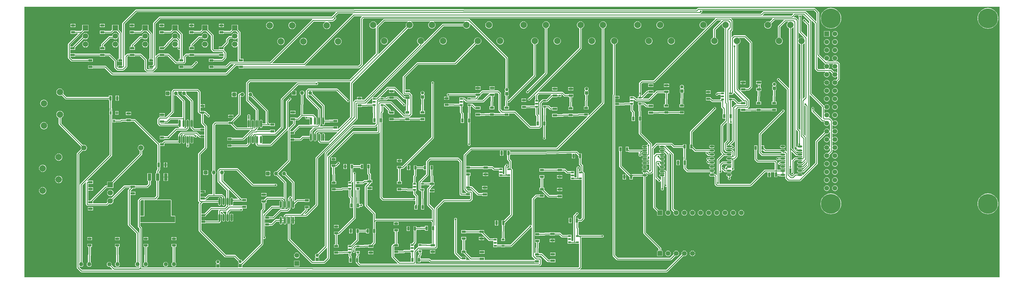
<source format=gbr>
%TF.GenerationSoftware,Altium Limited,Altium Designer,21.2.2 (38)*%
G04 Layer_Physical_Order=1*
G04 Layer_Color=255*
%FSLAX26Y26*%
%MOIN*%
%TF.SameCoordinates,72563302-9CA4-4070-8E96-6B9CF41BC73D*%
%TF.FilePolarity,Positive*%
%TF.FileFunction,Copper,L1,Top,Signal*%
%TF.Part,Single*%
G01*
G75*
%TA.AperFunction,SMDPad,CuDef*%
%ADD10R,0.023622X0.035433*%
%ADD11R,0.042000X0.085000*%
%ADD12R,0.049213X0.027559*%
%ADD13R,0.027559X0.049213*%
%ADD14R,0.035433X0.023622*%
%ADD15O,0.023622X0.090551*%
%ADD16R,0.053150X0.029528*%
%ADD17R,0.029528X0.053150*%
%ADD18O,0.059055X0.023622*%
%TA.AperFunction,Conductor*%
%ADD19C,0.010000*%
%TA.AperFunction,NonConductor*%
%ADD20R,0.425000X0.075000*%
%ADD21R,0.328000X0.275000*%
%TA.AperFunction,ComponentPad*%
%ADD22R,0.066929X0.066929*%
%ADD23C,0.066929*%
%ADD24R,0.047244X0.047244*%
%ADD25C,0.047244*%
%ADD26C,0.059055*%
%ADD27R,0.059055X0.059055*%
%ADD28R,0.059055X0.059055*%
%ADD29R,0.039370X0.039370*%
%ADD30C,0.039370*%
%ADD31C,0.064961*%
%TA.AperFunction,ViaPad*%
%ADD32C,0.244095*%
%TA.AperFunction,ComponentPad*%
%ADD33C,0.078740*%
G04:AMPARAMS|DCode=34|XSize=46.476mil|YSize=46.476mil|CornerRadius=0mil|HoleSize=0mil|Usage=FLASHONLY|Rotation=0.000|XOffset=0mil|YOffset=0mil|HoleType=Round|Shape=Octagon|*
%AMOCTAGOND34*
4,1,8,0.023238,-0.011619,0.023238,0.011619,0.011619,0.023238,-0.011619,0.023238,-0.023238,0.011619,-0.023238,-0.011619,-0.011619,-0.023238,0.011619,-0.023238,0.023238,-0.011619,0.0*
%
%ADD34OCTAGOND34*%

%TA.AperFunction,ViaPad*%
%ADD35C,0.023622*%
G36*
X11990000Y-3336456D02*
X11985817Y-3338429D01*
X8028D01*
Y-8028D01*
X11990000D01*
Y-3336456D01*
D02*
G37*
%LPC*%
G36*
X9713866Y-22572D02*
X8286262D01*
X8280409Y-23736D01*
X8275448Y-27052D01*
X8260793Y-41706D01*
X5406564D01*
X5403817Y-39870D01*
X5397964Y-38706D01*
X4063500D01*
X4057647Y-39870D01*
X4054900Y-41706D01*
X1382000D01*
X1376147Y-42870D01*
X1371186Y-46186D01*
X1214186Y-203186D01*
X1210870Y-208147D01*
X1209706Y-214000D01*
Y-648543D01*
X1200294D01*
Y-329810D01*
X1199130Y-323957D01*
X1195814Y-318996D01*
X1163655Y-286836D01*
Y-231536D01*
X1086726D01*
Y-286836D01*
X1067517Y-306044D01*
X993638D01*
Y-302558D01*
X934426D01*
Y-340118D01*
X993638D01*
Y-336632D01*
X1073852D01*
X1079705Y-335468D01*
X1084666Y-332152D01*
X1108354Y-308464D01*
X1142026D01*
X1169706Y-336145D01*
Y-648543D01*
X1155394D01*
Y-686101D01*
X1209706D01*
Y-731221D01*
X1155394D01*
Y-754232D01*
X1150774Y-756145D01*
X1143294Y-748665D01*
Y-674338D01*
X1142130Y-668485D01*
X1138814Y-663524D01*
X1065814Y-590524D01*
X1060853Y-587208D01*
X1055000Y-586044D01*
X997575D01*
Y-581574D01*
X934425D01*
Y-586044D01*
X631575D01*
Y-581574D01*
X573294D01*
Y-538426D01*
X631575D01*
Y-508716D01*
X734997Y-405294D01*
X742885D01*
X748149Y-407474D01*
X758190Y-408796D01*
X768231Y-407474D01*
X777588Y-403599D01*
X785623Y-397433D01*
X791789Y-389398D01*
X795664Y-380041D01*
X796986Y-370000D01*
X795664Y-359959D01*
X791789Y-350602D01*
X785623Y-342567D01*
X777588Y-336401D01*
X768231Y-332526D01*
X758190Y-331204D01*
X748149Y-332526D01*
X738792Y-336401D01*
X730757Y-342567D01*
X724591Y-350602D01*
X720716Y-359959D01*
X719394Y-370000D01*
X720380Y-377493D01*
X717847Y-379186D01*
X598135Y-498898D01*
X573294D01*
Y-476525D01*
X717666Y-332152D01*
X741354Y-308464D01*
X796654D01*
Y-231536D01*
X719726D01*
Y-286836D01*
X700517Y-306044D01*
X634606D01*
Y-302558D01*
X575394D01*
Y-340118D01*
X634606D01*
Y-336632D01*
X663396D01*
X665310Y-341251D01*
X547186Y-459376D01*
X543870Y-464337D01*
X542706Y-470190D01*
Y-635000D01*
X543870Y-640853D01*
X547186Y-645814D01*
X579508Y-678136D01*
X584469Y-681452D01*
X590322Y-682616D01*
X790394D01*
Y-686101D01*
X849606D01*
Y-648543D01*
X790394D01*
Y-652028D01*
X596657D01*
X573294Y-628665D01*
Y-621102D01*
X631575D01*
Y-616632D01*
X934425D01*
Y-621102D01*
X997575D01*
Y-616632D01*
X1048665D01*
X1112706Y-680673D01*
Y-755000D01*
X1113870Y-760853D01*
X1117186Y-765814D01*
X1141186Y-789814D01*
X1146147Y-793130D01*
X1152000Y-794294D01*
X1220000D01*
X1225853Y-793130D01*
X1230814Y-789814D01*
X1265814Y-754814D01*
X1269130Y-749853D01*
X1270294Y-744000D01*
Y-627673D01*
X1281335Y-616632D01*
X1300425D01*
Y-621102D01*
X1363575D01*
Y-616632D01*
X1428665D01*
X1480706Y-668673D01*
Y-775000D01*
X1481870Y-780853D01*
X1485186Y-785814D01*
X1505186Y-805814D01*
X1510147Y-809130D01*
X1516000Y-810294D01*
X1585000D01*
X1590853Y-809130D01*
X1595814Y-805814D01*
X1635422Y-766206D01*
X1638738Y-761245D01*
X1639902Y-755392D01*
Y-638065D01*
X1661335Y-616632D01*
X1666425D01*
Y-621102D01*
X1729575D01*
Y-616632D01*
X1770003D01*
X1861186Y-707814D01*
X1866147Y-711130D01*
X1872000Y-712294D01*
X1965000D01*
X1970853Y-711130D01*
X1975814Y-707814D01*
X1985814Y-697814D01*
X1989130Y-692853D01*
X1990294Y-687000D01*
Y-627673D01*
X2001335Y-616632D01*
X2032425D01*
Y-621102D01*
X2095575D01*
Y-616632D01*
X2398425D01*
Y-621102D01*
X2456706D01*
Y-628665D01*
X2433343Y-652028D01*
X2334606D01*
Y-648543D01*
X2275394D01*
Y-686101D01*
X2334606D01*
Y-682616D01*
X2439678D01*
X2445531Y-681452D01*
X2450492Y-678136D01*
X2482814Y-645814D01*
X2486130Y-640853D01*
X2487294Y-635000D01*
Y-575000D01*
X2486130Y-569147D01*
X2482814Y-564186D01*
X2461914Y-543285D01*
X2461575Y-538426D01*
X2461575Y-538426D01*
X2461575Y-538426D01*
Y-508716D01*
X2509814Y-460476D01*
X2513130Y-455515D01*
X2514294Y-449662D01*
Y-421335D01*
X2536335Y-399294D01*
X2568182D01*
X2573792Y-403599D01*
X2583149Y-407474D01*
X2593190Y-408796D01*
X2603231Y-407474D01*
X2612588Y-403599D01*
X2620623Y-397433D01*
X2624706Y-392112D01*
X2629706Y-393810D01*
Y-446190D01*
X2624706Y-447888D01*
X2620623Y-442567D01*
X2612588Y-436401D01*
X2603231Y-432526D01*
X2595690Y-431533D01*
Y-470000D01*
Y-508467D01*
X2603231Y-507474D01*
X2612588Y-503599D01*
X2620623Y-497433D01*
X2624706Y-492112D01*
X2629706Y-493810D01*
Y-667322D01*
X2630870Y-673175D01*
X2634186Y-678136D01*
X2635038Y-678706D01*
X2633521Y-683706D01*
X2538000D01*
X2532147Y-684870D01*
X2527186Y-688186D01*
X2480665Y-734706D01*
X2334606D01*
Y-731221D01*
X2275394D01*
Y-768779D01*
X2334606D01*
Y-765294D01*
X2487000D01*
X2492853Y-764130D01*
X2497814Y-760814D01*
X2544335Y-714294D01*
X2579544D01*
X2581458Y-718913D01*
X2480665Y-819706D01*
X1093335D01*
X1012814Y-739186D01*
X1007853Y-735870D01*
X1002000Y-734706D01*
X849606D01*
Y-731221D01*
X790394D01*
Y-768779D01*
X849606D01*
Y-765294D01*
X995665D01*
X1076186Y-845814D01*
X1081147Y-849130D01*
X1087000Y-850294D01*
X2487000D01*
X2492853Y-849130D01*
X2497814Y-845814D01*
X2608335Y-735294D01*
X2640394D01*
Y-768779D01*
X2699606D01*
Y-765294D01*
X4115000D01*
X4120853Y-764130D01*
X4125814Y-760814D01*
X4160814Y-725814D01*
X4164130Y-720853D01*
X4165294Y-715000D01*
Y-161335D01*
X4177335Y-149294D01*
X8495544D01*
X8497458Y-153913D01*
X7735665Y-915706D01*
X7595000D01*
X7589147Y-916870D01*
X7584186Y-920186D01*
X7563186Y-941186D01*
X7559870Y-946147D01*
X7558706Y-952000D01*
Y-1067630D01*
X7558164Y-1068441D01*
X7556860Y-1075000D01*
X7558164Y-1081559D01*
X7558706Y-1082370D01*
Y-1110787D01*
X7545158D01*
Y-1139706D01*
X7527335D01*
X7504412Y-1116784D01*
X7499451Y-1113468D01*
X7493598Y-1112304D01*
X7492164D01*
Y-1110787D01*
X7446731D01*
Y-1143189D01*
X7446731Y-1144409D01*
Y-1148189D01*
X7446731Y-1149409D01*
Y-1162500D01*
X7469448D01*
X7492164D01*
Y-1154864D01*
X7497164Y-1152793D01*
X7510186Y-1165814D01*
X7515147Y-1169130D01*
X7521000Y-1170294D01*
X7680338D01*
X7686191Y-1169130D01*
X7691152Y-1165814D01*
X7785335Y-1071632D01*
X7864533D01*
Y-1076102D01*
X7880814D01*
Y-1135229D01*
X7879532Y-1137147D01*
X7878368Y-1143000D01*
Y-1207912D01*
X7864056D01*
Y-1245472D01*
X7923268D01*
Y-1207912D01*
X7908956D01*
Y-1148325D01*
X7910238Y-1146407D01*
X7911402Y-1140554D01*
Y-1076102D01*
X7927683D01*
Y-1036574D01*
X7864533D01*
Y-1041044D01*
X7779000D01*
X7773147Y-1042208D01*
X7768186Y-1045524D01*
X7740237Y-1073472D01*
X7735237Y-1071401D01*
Y-1036574D01*
X7672087D01*
Y-1041044D01*
X7661000D01*
X7655147Y-1042208D01*
X7650186Y-1045524D01*
X7593913Y-1101796D01*
X7589294Y-1099882D01*
Y-1082370D01*
X7589836Y-1081559D01*
X7591140Y-1075000D01*
X7589836Y-1068441D01*
X7589294Y-1067630D01*
Y-958335D01*
X7601335Y-946294D01*
X7742000D01*
X7747853Y-945130D01*
X7752814Y-941814D01*
X8520557Y-174072D01*
X8567766D01*
X8569680Y-178691D01*
X8474186Y-274186D01*
X8470870Y-279147D01*
X8469706Y-285000D01*
Y-388309D01*
X8462623Y-391243D01*
X8453355Y-398355D01*
X8446243Y-407623D01*
X8441772Y-418417D01*
X8440247Y-430000D01*
X8441772Y-441583D01*
X8446243Y-452377D01*
X8453355Y-461645D01*
X8462623Y-468757D01*
X8473417Y-473228D01*
X8485000Y-474753D01*
X8496583Y-473228D01*
X8507377Y-468757D01*
X8516645Y-461645D01*
X8523757Y-452377D01*
X8528228Y-441583D01*
X8529753Y-430000D01*
X8528228Y-418417D01*
X8523757Y-407623D01*
X8516645Y-398355D01*
X8507377Y-391243D01*
X8500294Y-388309D01*
Y-291335D01*
X8577051Y-214578D01*
X8581290Y-217410D01*
X8579568Y-221567D01*
X8578043Y-233150D01*
X8579568Y-244733D01*
X8584039Y-255526D01*
X8591151Y-264795D01*
X8600419Y-271907D01*
X8607502Y-274841D01*
Y-1053654D01*
X8606378Y-1058189D01*
X8602502Y-1058189D01*
X8560945D01*
Y-1059706D01*
X8526000D01*
X8520147Y-1060870D01*
X8515186Y-1064186D01*
X8510397Y-1068974D01*
X8509441Y-1069164D01*
X8503880Y-1072880D01*
X8500164Y-1078441D01*
X8498860Y-1085000D01*
X8500164Y-1091559D01*
X8503880Y-1097120D01*
X8509441Y-1100836D01*
X8516000Y-1102140D01*
X8522559Y-1100836D01*
X8528120Y-1097120D01*
X8531836Y-1091559D01*
X8532026Y-1090603D01*
X8532335Y-1090294D01*
X8559428D01*
X8560945Y-1091811D01*
Y-1095591D01*
X8560945Y-1096811D01*
Y-1109902D01*
X8583662D01*
Y-1114902D01*
X8560945D01*
Y-1127993D01*
X8560945Y-1129213D01*
Y-1132993D01*
X8560945Y-1134213D01*
Y-1138444D01*
X8560130Y-1138990D01*
X8556814Y-1143951D01*
X8555650Y-1149804D01*
Y-1150542D01*
X8465833D01*
X8445814Y-1130524D01*
X8440853Y-1127208D01*
X8439606Y-1126960D01*
Y-1122559D01*
X8380394D01*
Y-1160118D01*
X8432151D01*
X8448684Y-1176650D01*
X8453645Y-1179966D01*
X8459498Y-1181130D01*
X8568368D01*
Y-1243000D01*
X8569532Y-1248853D01*
X8572848Y-1253814D01*
X8588368Y-1269335D01*
Y-1325394D01*
X8584882D01*
Y-1384606D01*
X8617706D01*
Y-1406665D01*
X8565186Y-1459186D01*
X8561870Y-1464147D01*
X8560706Y-1470000D01*
Y-1795000D01*
X8561870Y-1800853D01*
X8565186Y-1805814D01*
X8581371Y-1822000D01*
X8519186Y-1884186D01*
X8515870Y-1889147D01*
X8514706Y-1895000D01*
Y-2079006D01*
X8509706Y-2081077D01*
X8497814Y-2069186D01*
X8492853Y-2065870D01*
X8487000Y-2064706D01*
X8478787D01*
X8477976Y-2064164D01*
X8471416Y-2062860D01*
X8468994D01*
Y-2047140D01*
X8471416D01*
X8477976Y-2045836D01*
X8483537Y-2042120D01*
X8487252Y-2036559D01*
X8488557Y-2030000D01*
X8487252Y-2023441D01*
X8483537Y-2017880D01*
X8477976Y-2014164D01*
X8471416Y-2012860D01*
X8435984D01*
X8429424Y-2014164D01*
X8428613Y-2014706D01*
X8161335D01*
X8137294Y-1990665D01*
Y-1958575D01*
X8141764D01*
Y-1895425D01*
X8136262D01*
X8133956Y-1825410D01*
Y-1759606D01*
X8137441D01*
Y-1700394D01*
X8099882D01*
Y-1714706D01*
X7993335D01*
X7967814Y-1689186D01*
X7962853Y-1685870D01*
X7957000Y-1684706D01*
X7775640D01*
X7769787Y-1685870D01*
X7764826Y-1689186D01*
X7721725Y-1732286D01*
X7717106Y-1730372D01*
Y-1698812D01*
X7715942Y-1692959D01*
X7712626Y-1687998D01*
X7586632Y-1562003D01*
Y-1414606D01*
X7590118D01*
Y-1355394D01*
X7586632D01*
Y-1296000D01*
X7585468Y-1290147D01*
X7583168Y-1286705D01*
Y-1219213D01*
X7590591D01*
Y-1217696D01*
X7615665D01*
X7637445Y-1239476D01*
X7642407Y-1242792D01*
X7648260Y-1243956D01*
X7672087D01*
Y-1248426D01*
X7735237D01*
Y-1208898D01*
X7672087D01*
Y-1213368D01*
X7654595D01*
X7632814Y-1191588D01*
X7627853Y-1188272D01*
X7622000Y-1187108D01*
X7590591D01*
Y-1185591D01*
X7545158D01*
Y-1219213D01*
X7552580D01*
Y-1292536D01*
X7553744Y-1298389D01*
X7556044Y-1301831D01*
Y-1355394D01*
X7552559D01*
Y-1414606D01*
X7556044D01*
Y-1568338D01*
X7557208Y-1574191D01*
X7560524Y-1579152D01*
X7673443Y-1692072D01*
X7671797Y-1697497D01*
X7668441Y-1698164D01*
X7662880Y-1701880D01*
X7659164Y-1707441D01*
X7657860Y-1714000D01*
X7653340Y-1716908D01*
X7652976Y-1716664D01*
X7646417Y-1715360D01*
X7631200D01*
Y-1732500D01*
Y-1749640D01*
X7646417D01*
X7652976Y-1748336D01*
X7654706Y-1747179D01*
X7659706Y-1749852D01*
Y-1765148D01*
X7654706Y-1767821D01*
X7652976Y-1766664D01*
X7646417Y-1765360D01*
X7610984D01*
X7604424Y-1766664D01*
X7603614Y-1767206D01*
X7441173D01*
X7432118Y-1758151D01*
Y-1731394D01*
X7394559D01*
Y-1790606D01*
X7421315D01*
X7424024Y-1793314D01*
X7428985Y-1796630D01*
X7434838Y-1797794D01*
X7553221D01*
X7556443Y-1802794D01*
X7555706Y-1806500D01*
Y-1827818D01*
X7555164Y-1828629D01*
X7553860Y-1835188D01*
X7555164Y-1841747D01*
X7558880Y-1847308D01*
X7564441Y-1851024D01*
X7571000Y-1852328D01*
X7577559Y-1851024D01*
X7583120Y-1847308D01*
X7586836Y-1841747D01*
X7588140Y-1835188D01*
X7586836Y-1828629D01*
X7586294Y-1827818D01*
Y-1812835D01*
X7601335Y-1797794D01*
X7603614D01*
X7604424Y-1798336D01*
X7610984Y-1799640D01*
X7646417D01*
X7652976Y-1798336D01*
X7654706Y-1797179D01*
X7659706Y-1799852D01*
Y-1816165D01*
X7658665Y-1817206D01*
X7653787D01*
X7652976Y-1816664D01*
X7646417Y-1815360D01*
X7610984D01*
X7604424Y-1816664D01*
X7598864Y-1820380D01*
X7595148Y-1825941D01*
X7593843Y-1832500D01*
X7595148Y-1839059D01*
X7598864Y-1844620D01*
X7604424Y-1848336D01*
X7610984Y-1849640D01*
X7646417D01*
X7652976Y-1848336D01*
X7653077Y-1848268D01*
X7657635Y-1849049D01*
X7659804Y-1853604D01*
X7658576Y-1855441D01*
X7657272Y-1862000D01*
X7657538Y-1863341D01*
X7655436Y-1865903D01*
X7653121Y-1866761D01*
X7652976Y-1866664D01*
X7646417Y-1865360D01*
X7610984D01*
X7604424Y-1866664D01*
X7598864Y-1870380D01*
X7595148Y-1875941D01*
X7593843Y-1882500D01*
X7595148Y-1889059D01*
X7598864Y-1894620D01*
X7604424Y-1898336D01*
X7610984Y-1899640D01*
X7646417D01*
X7652976Y-1898336D01*
X7653787Y-1897794D01*
X7673912D01*
X7676658Y-1897248D01*
X7679418Y-1896768D01*
X7679579Y-1896667D01*
X7679765Y-1896630D01*
X7681518Y-1895458D01*
X7683302Y-1895925D01*
X7686518Y-1898190D01*
Y-1914632D01*
X7681518Y-1917305D01*
X7680559Y-1916664D01*
X7674000Y-1915360D01*
X7667441Y-1916664D01*
X7666630Y-1917206D01*
X7653787D01*
X7652976Y-1916664D01*
X7646417Y-1915360D01*
X7610984D01*
X7604424Y-1916664D01*
X7598864Y-1920380D01*
X7595148Y-1925941D01*
X7593843Y-1932500D01*
X7595148Y-1939059D01*
X7598864Y-1944620D01*
X7604424Y-1948336D01*
X7610984Y-1949640D01*
X7646417D01*
X7652976Y-1948336D01*
X7653787Y-1947794D01*
X7666630D01*
X7667441Y-1948336D01*
X7674000Y-1949640D01*
X7680559Y-1948336D01*
X7681518Y-1947695D01*
X7686518Y-1950368D01*
Y-2009853D01*
X7685397Y-2010974D01*
X7684441Y-2011164D01*
X7678880Y-2014880D01*
X7675164Y-2020441D01*
X7673914Y-2020958D01*
X7670041Y-2018370D01*
X7664188Y-2017206D01*
X7653787D01*
X7652976Y-2016664D01*
X7646417Y-2015360D01*
X7610984D01*
X7604424Y-2016664D01*
X7598864Y-2020380D01*
X7595148Y-2025941D01*
X7593843Y-2032500D01*
X7595148Y-2039059D01*
X7598864Y-2044620D01*
X7604424Y-2048336D01*
X7610984Y-2049640D01*
X7613406D01*
Y-2065360D01*
X7610984D01*
X7604424Y-2066664D01*
X7603614Y-2067206D01*
X7481838D01*
X7475985Y-2068370D01*
X7472910Y-2070425D01*
X7452392D01*
X7345956Y-1963989D01*
Y-1790606D01*
X7349441D01*
Y-1731394D01*
X7311882D01*
Y-1790606D01*
X7315368D01*
Y-1970324D01*
X7316532Y-1976177D01*
X7319848Y-1981138D01*
X7442574Y-2103865D01*
Y-2133575D01*
X7482102D01*
Y-2103865D01*
X7488173Y-2097794D01*
X7603614D01*
X7604424Y-2098336D01*
X7610984Y-2099640D01*
X7612706D01*
Y-2795000D01*
X7613870Y-2800853D01*
X7617186Y-2805814D01*
X7799706Y-2988335D01*
Y-3010472D01*
X7780472D01*
Y-3079528D01*
X7849528D01*
Y-3010472D01*
X7830294D01*
Y-2982000D01*
X7829130Y-2976147D01*
X7825814Y-2971186D01*
X7643294Y-2788665D01*
Y-2099640D01*
X7646417D01*
X7652976Y-2098336D01*
X7658537Y-2094620D01*
X7662252Y-2089059D01*
X7663557Y-2082500D01*
X7662252Y-2075941D01*
X7658537Y-2070380D01*
X7652976Y-2066664D01*
X7646417Y-2065360D01*
X7643994D01*
Y-2049640D01*
X7646417D01*
X7650096Y-2048909D01*
X7653374Y-2053814D01*
X7664186Y-2064626D01*
X7669147Y-2067942D01*
X7675000Y-2069106D01*
X7705000D01*
X7710853Y-2067942D01*
X7715814Y-2064626D01*
X7727856Y-2052585D01*
X7732856Y-2054656D01*
Y-2478150D01*
X7734020Y-2484003D01*
X7737336Y-2488964D01*
X7780472Y-2532101D01*
Y-2579528D01*
X7849528D01*
Y-2510472D01*
X7802101D01*
X7763444Y-2471815D01*
Y-2129606D01*
X7768063Y-2127692D01*
X7793974Y-2153603D01*
X7794164Y-2154559D01*
X7797880Y-2160120D01*
X7803441Y-2163836D01*
X7810000Y-2165140D01*
X7816559Y-2163836D01*
X7822120Y-2160120D01*
X7824706Y-2156250D01*
X7829706Y-2157767D01*
Y-2244630D01*
X7829164Y-2245441D01*
X7827860Y-2252000D01*
X7829164Y-2258559D01*
X7832880Y-2264120D01*
X7838441Y-2267836D01*
X7845000Y-2269140D01*
X7851559Y-2267836D01*
X7857120Y-2264120D01*
X7860836Y-2258559D01*
X7862140Y-2252000D01*
X7860836Y-2245441D01*
X7860294Y-2244630D01*
Y-2099386D01*
X7865576Y-2098336D01*
X7866296Y-2097854D01*
X7870706Y-2100211D01*
Y-2200630D01*
X7870164Y-2201441D01*
X7868860Y-2208000D01*
X7870164Y-2214559D01*
X7873880Y-2220120D01*
X7879441Y-2223836D01*
X7886000Y-2225140D01*
X7892559Y-2223836D01*
X7894706Y-2222401D01*
X7899706Y-2225074D01*
Y-2513963D01*
X7897587Y-2514840D01*
X7890375Y-2520375D01*
X7884840Y-2527587D01*
X7881361Y-2535986D01*
X7880175Y-2545000D01*
X7881361Y-2554014D01*
X7884840Y-2562413D01*
X7890375Y-2569625D01*
X7897587Y-2575160D01*
X7905986Y-2578639D01*
X7915000Y-2579825D01*
X7924014Y-2578639D01*
X7932413Y-2575160D01*
X7939625Y-2569625D01*
X7945160Y-2562413D01*
X7948639Y-2554014D01*
X7949825Y-2545000D01*
X7948639Y-2535986D01*
X7945160Y-2527587D01*
X7939625Y-2520375D01*
X7932413Y-2514840D01*
X7930294Y-2513963D01*
Y-1822500D01*
X7929130Y-1816647D01*
X7926476Y-1812676D01*
X7930360Y-1809489D01*
X7954706Y-1833835D01*
Y-2500000D01*
X7955870Y-2505853D01*
X7959186Y-2510814D01*
X7982239Y-2533868D01*
X7981361Y-2535986D01*
X7980175Y-2545000D01*
X7981361Y-2554014D01*
X7984840Y-2562413D01*
X7990375Y-2569625D01*
X7997587Y-2575160D01*
X8005986Y-2578639D01*
X8015000Y-2579825D01*
X8024014Y-2578639D01*
X8032413Y-2575160D01*
X8039625Y-2569625D01*
X8045160Y-2562413D01*
X8048639Y-2554014D01*
X8049825Y-2545000D01*
X8048639Y-2535986D01*
X8045160Y-2527587D01*
X8039625Y-2520375D01*
X8032413Y-2514840D01*
X8024014Y-2511361D01*
X8015000Y-2510175D01*
X8005986Y-2511361D01*
X8003868Y-2512239D01*
X7985294Y-2493665D01*
Y-1827500D01*
X7984130Y-1821647D01*
X7980814Y-1816686D01*
X7885814Y-1721686D01*
X7883732Y-1720294D01*
X7885248Y-1715294D01*
X7950665D01*
X7976186Y-1740814D01*
X7981147Y-1744130D01*
X7987000Y-1745294D01*
X8099882D01*
Y-1759606D01*
X8103368D01*
Y-1825662D01*
X8103418Y-1825913D01*
X8103376Y-1826166D01*
X8105545Y-1892005D01*
X8102236Y-1895425D01*
X8102236D01*
Y-1958575D01*
X8106706D01*
Y-1997000D01*
X8107870Y-2002853D01*
X8111186Y-2007814D01*
X8144185Y-2040814D01*
X8149147Y-2044130D01*
X8155000Y-2045294D01*
X8428613D01*
X8429424Y-2045836D01*
X8435984Y-2047140D01*
X8438406D01*
Y-2062860D01*
X8435984D01*
X8429424Y-2064164D01*
X8423863Y-2067880D01*
X8420148Y-2073441D01*
X8418843Y-2080000D01*
X8420148Y-2086559D01*
X8423863Y-2092120D01*
X8429424Y-2095836D01*
X8435984Y-2097140D01*
X8471416D01*
X8477976Y-2095836D01*
X8478787Y-2095294D01*
X8480665D01*
X8487806Y-2102435D01*
Y-2193000D01*
X8488970Y-2198853D01*
X8492286Y-2203814D01*
X8504186Y-2215714D01*
X8509147Y-2219030D01*
X8515000Y-2220194D01*
X8930100D01*
X8935953Y-2219030D01*
X8940914Y-2215714D01*
X9111335Y-2045294D01*
X9137898D01*
Y-2071500D01*
X9157662D01*
Y-2074000D01*
D01*
Y-2071500D01*
X9177426D01*
Y-2045294D01*
X9220574D01*
Y-2105575D01*
X9260102D01*
Y-2089294D01*
X9272665D01*
X9274186Y-2090814D01*
X9279147Y-2094130D01*
X9285000Y-2095294D01*
X9298613D01*
X9299424Y-2095836D01*
X9305984Y-2097140D01*
X9341416D01*
X9347976Y-2095836D01*
X9348706Y-2095348D01*
X9353706Y-2098020D01*
Y-2115000D01*
X9354870Y-2120853D01*
X9358186Y-2125814D01*
X9383928Y-2151556D01*
X9388889Y-2154872D01*
X9394742Y-2156036D01*
X9535258D01*
X9541111Y-2154872D01*
X9546072Y-2151556D01*
X9750814Y-1946814D01*
X9754130Y-1941853D01*
X9755294Y-1936000D01*
Y-1674335D01*
X9854868Y-1574761D01*
X9856987Y-1575639D01*
X9866000Y-1576825D01*
X9875013Y-1575639D01*
X9883413Y-1572160D01*
X9890625Y-1566625D01*
X9896160Y-1559413D01*
X9899639Y-1551014D01*
X9900166Y-1547008D01*
X9902969Y-1545633D01*
X9905416Y-1545440D01*
X9905706Y-1545777D01*
Y-1640766D01*
X9900706Y-1641094D01*
X9900320Y-1638159D01*
X9899639Y-1632986D01*
X9896160Y-1624587D01*
X9890625Y-1617375D01*
X9883413Y-1611840D01*
X9875013Y-1608361D01*
X9866000Y-1607175D01*
X9856987Y-1608361D01*
X9848587Y-1611840D01*
X9841375Y-1617375D01*
X9835840Y-1624587D01*
X9832361Y-1632986D01*
X9831175Y-1642000D01*
X9832361Y-1651014D01*
X9835840Y-1659413D01*
X9841375Y-1666625D01*
X9848587Y-1672160D01*
X9856987Y-1675639D01*
X9866000Y-1676825D01*
X9875013Y-1675639D01*
X9883413Y-1672160D01*
X9890625Y-1666625D01*
X9896160Y-1659413D01*
X9899639Y-1651014D01*
X9900320Y-1645841D01*
X9900706Y-1642906D01*
X9905706Y-1643234D01*
Y-1740766D01*
X9900706Y-1741094D01*
X9900320Y-1738159D01*
X9899639Y-1732986D01*
X9896160Y-1724587D01*
X9890625Y-1717375D01*
X9883413Y-1711840D01*
X9875013Y-1708361D01*
X9868500Y-1707504D01*
Y-1742000D01*
Y-1776496D01*
X9875013Y-1775639D01*
X9883413Y-1772160D01*
X9890625Y-1766625D01*
X9896160Y-1759413D01*
X9899639Y-1751014D01*
X9900320Y-1745841D01*
X9900706Y-1742906D01*
X9905706Y-1743234D01*
Y-1780665D01*
X9877132Y-1809239D01*
X9875013Y-1808361D01*
X9866000Y-1807175D01*
X9856987Y-1808361D01*
X9848587Y-1811840D01*
X9841375Y-1817375D01*
X9835840Y-1824587D01*
X9832361Y-1832986D01*
X9831175Y-1842000D01*
X9832361Y-1851014D01*
X9835840Y-1859413D01*
X9841375Y-1866625D01*
X9848587Y-1872160D01*
X9856987Y-1875639D01*
X9866000Y-1876825D01*
X9875013Y-1875639D01*
X9883413Y-1872160D01*
X9890625Y-1866625D01*
X9896160Y-1859413D01*
X9899639Y-1851014D01*
X9900825Y-1842000D01*
X9899639Y-1832986D01*
X9898761Y-1830868D01*
X9931814Y-1797814D01*
X9935130Y-1792853D01*
X9936294Y-1787000D01*
Y-1767781D01*
X9941029Y-1766174D01*
X9941375Y-1766625D01*
X9948587Y-1772160D01*
X9956987Y-1775639D01*
X9966000Y-1776825D01*
X9975013Y-1775639D01*
X9983413Y-1772160D01*
X9990625Y-1766625D01*
X9996160Y-1759413D01*
X9999639Y-1751014D01*
X10000825Y-1742000D01*
X9999639Y-1732986D01*
X9996160Y-1724587D01*
X9990625Y-1717375D01*
X9983413Y-1711840D01*
X9975013Y-1708361D01*
X9966000Y-1707175D01*
X9956987Y-1708361D01*
X9948587Y-1711840D01*
X9941375Y-1717375D01*
X9941029Y-1717826D01*
X9936294Y-1716219D01*
Y-1667781D01*
X9941029Y-1666174D01*
X9941375Y-1666625D01*
X9948587Y-1672160D01*
X9956987Y-1675639D01*
X9966000Y-1676825D01*
X9975013Y-1675639D01*
X9983413Y-1672160D01*
X9990625Y-1666625D01*
X9996160Y-1659413D01*
X9999639Y-1651014D01*
X10000825Y-1642000D01*
X9999639Y-1632986D01*
X9996160Y-1624587D01*
X9990625Y-1617375D01*
X9983413Y-1611840D01*
X9975013Y-1608361D01*
X9966000Y-1607175D01*
X9956987Y-1608361D01*
X9948587Y-1611840D01*
X9941375Y-1617375D01*
X9941029Y-1617826D01*
X9936294Y-1616219D01*
Y-1567781D01*
X9941029Y-1566174D01*
X9941375Y-1566625D01*
X9948587Y-1572160D01*
X9956987Y-1575639D01*
X9963500Y-1576496D01*
Y-1542000D01*
Y-1507504D01*
X9956987Y-1508361D01*
X9948587Y-1511840D01*
X9941375Y-1517375D01*
X9941029Y-1517826D01*
X9936294Y-1516219D01*
Y-1467781D01*
X9941029Y-1466174D01*
X9941375Y-1466625D01*
X9948587Y-1472160D01*
X9956987Y-1475639D01*
X9966000Y-1476825D01*
X9975013Y-1475639D01*
X9983413Y-1472160D01*
X9990625Y-1466625D01*
X9996160Y-1459413D01*
X9999639Y-1451014D01*
X10000825Y-1442000D01*
X9999639Y-1432986D01*
X9996160Y-1424587D01*
X9990625Y-1417375D01*
X9983413Y-1411840D01*
X9975013Y-1408361D01*
X9966000Y-1407175D01*
X9956987Y-1408361D01*
X9948587Y-1411840D01*
X9941375Y-1417375D01*
X9941029Y-1417826D01*
X9936294Y-1416219D01*
Y-1413000D01*
X9935130Y-1407147D01*
X9931815Y-1402186D01*
X9905814Y-1376186D01*
X9900853Y-1372870D01*
X9895000Y-1371706D01*
X9891781D01*
X9890174Y-1366971D01*
X9890625Y-1366625D01*
X9896160Y-1359413D01*
X9899639Y-1351014D01*
X9900825Y-1342000D01*
X9899639Y-1332986D01*
X9896160Y-1324587D01*
X9890625Y-1317375D01*
X9883413Y-1311840D01*
X9875013Y-1308361D01*
X9866000Y-1307175D01*
X9856987Y-1308361D01*
X9848587Y-1311840D01*
X9841375Y-1317375D01*
X9841029Y-1317826D01*
X9836294Y-1316219D01*
Y-1267781D01*
X9841029Y-1266174D01*
X9841375Y-1266625D01*
X9848587Y-1272160D01*
X9856987Y-1275639D01*
X9863500Y-1276496D01*
Y-1242000D01*
Y-1207504D01*
X9856987Y-1208361D01*
X9848587Y-1211840D01*
X9841375Y-1217375D01*
X9836332Y-1223947D01*
X9835292Y-1224462D01*
X9834402Y-1224627D01*
X9830366Y-1224737D01*
X9679294Y-1073665D01*
Y-182994D01*
X9684294Y-180923D01*
X9719706Y-216335D01*
Y-772000D01*
X9720870Y-777853D01*
X9724186Y-782814D01*
X9744186Y-802814D01*
X9749147Y-806130D01*
X9755000Y-807294D01*
X9846601D01*
X9847876Y-810212D01*
X9847996Y-812294D01*
X9841375Y-817375D01*
X9835840Y-824587D01*
X9832361Y-832986D01*
X9831175Y-842000D01*
X9832361Y-851014D01*
X9835840Y-859413D01*
X9841375Y-866625D01*
X9848587Y-872160D01*
X9856987Y-875639D01*
X9866000Y-876825D01*
X9875013Y-875639D01*
X9883413Y-872160D01*
X9890625Y-866625D01*
X9896160Y-859413D01*
X9899639Y-851014D01*
X9900825Y-842000D01*
X9899639Y-832986D01*
X9896160Y-824587D01*
X9890625Y-817375D01*
X9884004Y-812294D01*
X9884124Y-810212D01*
X9885399Y-807294D01*
X9909665D01*
X9933239Y-830868D01*
X9932361Y-832986D01*
X9931175Y-842000D01*
X9932361Y-851014D01*
X9935840Y-859413D01*
X9941375Y-866625D01*
X9948587Y-872160D01*
X9956987Y-875639D01*
X9966000Y-876825D01*
X9975013Y-875639D01*
X9983413Y-872160D01*
X9990625Y-866625D01*
X9990971Y-866174D01*
X9995706Y-867781D01*
Y-890665D01*
X9977132Y-909239D01*
X9975013Y-908361D01*
X9966000Y-907175D01*
X9956987Y-908361D01*
X9948587Y-911840D01*
X9941375Y-917375D01*
X9935840Y-924587D01*
X9932361Y-932986D01*
X9931175Y-942000D01*
X9932361Y-951014D01*
X9935840Y-959413D01*
X9941375Y-966625D01*
X9948587Y-972160D01*
X9956987Y-975639D01*
X9966000Y-976825D01*
X9975013Y-975639D01*
X9983413Y-972160D01*
X9990625Y-966625D01*
X9996160Y-959413D01*
X9999639Y-951014D01*
X10000825Y-942000D01*
X9999639Y-932986D01*
X9998761Y-930868D01*
X10021814Y-907814D01*
X10025130Y-902853D01*
X10026294Y-897000D01*
Y-713000D01*
X10025130Y-707147D01*
X10021814Y-702186D01*
X10005814Y-686186D01*
X10000853Y-682870D01*
X9995000Y-681706D01*
X9967234D01*
X9966906Y-676706D01*
X9969841Y-676320D01*
X9975013Y-675639D01*
X9983413Y-672160D01*
X9990625Y-666625D01*
X9996160Y-659413D01*
X9999639Y-651014D01*
X10000825Y-642000D01*
X9999639Y-632986D01*
X9996160Y-624587D01*
X9990625Y-617375D01*
X9983413Y-611840D01*
X9975013Y-608361D01*
X9966000Y-607175D01*
X9956987Y-608361D01*
X9948587Y-611840D01*
X9941375Y-617375D01*
X9935840Y-624587D01*
X9932361Y-632986D01*
X9931175Y-642000D01*
X9932361Y-651014D01*
X9935840Y-659413D01*
X9941375Y-666625D01*
X9948587Y-672160D01*
X9956987Y-675639D01*
X9962159Y-676320D01*
X9965094Y-676706D01*
X9964766Y-681706D01*
X9869777D01*
X9869440Y-681416D01*
X9869632Y-678969D01*
X9871008Y-676166D01*
X9875013Y-675639D01*
X9883413Y-672160D01*
X9890625Y-666625D01*
X9896160Y-659413D01*
X9899639Y-651014D01*
X9900825Y-642000D01*
X9899639Y-632986D01*
X9896160Y-624587D01*
X9890625Y-617375D01*
X9883413Y-611840D01*
X9875013Y-608361D01*
X9866000Y-607175D01*
X9856987Y-608361D01*
X9848587Y-611840D01*
X9841375Y-617375D01*
X9835840Y-624587D01*
X9832361Y-632986D01*
X9831175Y-642000D01*
X9832005Y-648305D01*
X9827269Y-650640D01*
X9770294Y-593665D01*
Y-79000D01*
X9769130Y-73147D01*
X9765814Y-68186D01*
X9724680Y-27052D01*
X9719719Y-23736D01*
X9713866Y-22572D01*
D02*
G37*
G36*
X993638Y-219882D02*
X966532D01*
Y-236162D01*
X993638D01*
Y-219882D01*
D02*
G37*
G36*
X961532D02*
X934426D01*
Y-236162D01*
X961532D01*
Y-219882D01*
D02*
G37*
G36*
X634606D02*
X607500D01*
Y-236162D01*
X634606D01*
Y-219882D01*
D02*
G37*
G36*
X602500D02*
X575394D01*
Y-236162D01*
X602500D01*
Y-219882D01*
D02*
G37*
G36*
X5466000Y-157706D02*
X4428000D01*
X4422147Y-158870D01*
X4417186Y-162186D01*
X4341052Y-238319D01*
X4336568Y-236108D01*
X4336957Y-233150D01*
X4335432Y-221567D01*
X4330961Y-210774D01*
X4323849Y-201505D01*
X4314581Y-194393D01*
X4303787Y-189922D01*
X4292204Y-188397D01*
X4280621Y-189922D01*
X4269828Y-194393D01*
X4260559Y-201505D01*
X4253447Y-210774D01*
X4248976Y-221567D01*
X4247451Y-233150D01*
X4248976Y-244733D01*
X4253447Y-255526D01*
X4260559Y-264795D01*
X4269828Y-271907D01*
X4280621Y-276378D01*
X4292204Y-277903D01*
X4303787Y-276378D01*
X4314581Y-271907D01*
X4320706Y-267207D01*
X4325706Y-269673D01*
Y-581665D01*
X4002665Y-904706D01*
X2775000D01*
X2769147Y-905870D01*
X2764186Y-909186D01*
X2735186Y-938186D01*
X2731870Y-943147D01*
X2730706Y-949000D01*
Y-1157000D01*
X2731870Y-1162853D01*
X2735186Y-1167814D01*
X2849706Y-1282335D01*
Y-1408889D01*
X2849164Y-1409700D01*
X2847860Y-1416259D01*
Y-1483189D01*
X2849164Y-1489748D01*
X2849706Y-1490559D01*
Y-1493183D01*
X2830360Y-1512529D01*
X2826644Y-1509480D01*
X2826555Y-1509224D01*
X2829130Y-1505371D01*
X2830294Y-1499518D01*
Y-1490559D01*
X2830836Y-1489748D01*
X2832140Y-1483189D01*
Y-1416259D01*
X2830836Y-1409700D01*
X2827120Y-1404139D01*
X2821559Y-1400424D01*
X2815000Y-1399119D01*
X2808441Y-1400424D01*
X2802880Y-1404139D01*
X2799164Y-1409700D01*
X2797860Y-1416259D01*
Y-1483189D01*
X2799096Y-1489402D01*
X2798896Y-1490273D01*
X2796877Y-1494224D01*
X2783858D01*
X2781152Y-1490217D01*
X2780940Y-1489224D01*
X2782140Y-1483189D01*
Y-1416259D01*
X2780836Y-1409700D01*
X2780294Y-1408889D01*
Y-1383370D01*
X2780836Y-1382559D01*
X2782140Y-1376000D01*
X2780836Y-1369441D01*
X2780294Y-1368630D01*
Y-1358370D01*
X2780836Y-1357559D01*
X2782140Y-1351000D01*
X2780836Y-1344441D01*
X2777120Y-1338880D01*
X2771559Y-1335164D01*
X2765000Y-1333860D01*
X2758441Y-1335164D01*
X2752880Y-1338880D01*
X2749164Y-1344441D01*
X2747860Y-1351000D01*
X2749164Y-1357559D01*
X2749706Y-1358370D01*
Y-1368630D01*
X2749164Y-1369441D01*
X2747860Y-1376000D01*
X2749164Y-1382559D01*
X2749706Y-1383370D01*
Y-1408889D01*
X2749164Y-1409700D01*
X2747860Y-1416259D01*
Y-1483189D01*
X2749164Y-1489748D01*
X2749531Y-1490296D01*
X2747174Y-1494706D01*
X2621847D01*
X2576575Y-1449434D01*
Y-1429542D01*
X2659814Y-1346302D01*
X2663130Y-1341341D01*
X2664294Y-1335488D01*
Y-1114641D01*
X2669294Y-1112176D01*
X2670566Y-1113151D01*
X2677528Y-1116035D01*
X2685000Y-1117019D01*
X2692472Y-1116035D01*
X2699434Y-1113151D01*
X2705414Y-1108563D01*
X2710001Y-1102584D01*
X2712885Y-1095622D01*
X2713869Y-1088150D01*
X2712885Y-1080678D01*
X2710001Y-1073716D01*
X2705414Y-1067736D01*
X2699434Y-1063149D01*
X2692472Y-1060265D01*
X2685000Y-1059281D01*
X2677528Y-1060265D01*
X2670566Y-1063149D01*
X2664586Y-1067736D01*
X2660658Y-1072856D01*
X2655000D01*
X2649147Y-1074020D01*
X2644186Y-1077336D01*
X2638186Y-1083336D01*
X2634870Y-1088297D01*
X2633706Y-1094150D01*
Y-1329153D01*
X2543135Y-1419724D01*
X2513425D01*
Y-1424194D01*
X2355000D01*
X2349147Y-1425358D01*
X2344186Y-1428674D01*
X2324186Y-1448674D01*
X2320870Y-1453635D01*
X2319706Y-1459488D01*
Y-2025658D01*
X2314586Y-2029586D01*
X2309999Y-2035565D01*
X2307115Y-2042528D01*
X2306131Y-2050000D01*
X2307115Y-2057472D01*
X2309999Y-2064434D01*
X2314586Y-2070414D01*
X2319706Y-2074342D01*
Y-2315706D01*
X2273172D01*
X2267319Y-2316870D01*
X2262358Y-2320186D01*
X2234798Y-2347745D01*
X2230339Y-2349408D01*
Y-2349408D01*
X2230339Y-2349408D01*
X2172294D01*
Y-2306260D01*
X2196264D01*
Y-2286496D01*
Y-2266732D01*
X2172294D01*
Y-1828335D01*
X2245814Y-1754814D01*
X2249130Y-1749853D01*
X2250294Y-1744000D01*
Y-1480000D01*
X2249130Y-1474147D01*
X2245814Y-1469186D01*
X2210294Y-1433665D01*
Y-1330118D01*
X2224606D01*
X2224606Y-1330118D01*
Y-1330118D01*
X2228681Y-1332310D01*
X2252974Y-1356603D01*
X2253164Y-1357559D01*
X2256880Y-1363120D01*
X2262441Y-1366836D01*
X2269000Y-1368140D01*
X2275559Y-1366836D01*
X2281120Y-1363120D01*
X2284836Y-1357559D01*
X2286140Y-1351000D01*
X2284836Y-1344441D01*
X2281120Y-1338880D01*
X2275559Y-1335164D01*
X2274603Y-1334974D01*
X2240152Y-1300524D01*
X2235191Y-1297208D01*
X2229338Y-1296044D01*
X2224606D01*
Y-1292559D01*
X2170294D01*
Y-1247441D01*
X2192500D01*
Y-1228662D01*
Y-1209882D01*
X2170294D01*
Y-1056000D01*
X2169130Y-1050147D01*
X2165814Y-1045186D01*
X2145814Y-1025186D01*
X2140853Y-1021870D01*
X2135000Y-1020706D01*
X1845000D01*
X1839147Y-1021870D01*
X1834186Y-1025186D01*
X1820186Y-1039186D01*
X1816870Y-1044147D01*
X1815706Y-1050000D01*
Y-1294665D01*
X1745665Y-1364706D01*
X1673000D01*
X1667147Y-1365870D01*
X1662186Y-1369186D01*
X1647186Y-1384186D01*
X1643870Y-1389147D01*
X1642706Y-1395000D01*
Y-1447000D01*
X1643870Y-1452853D01*
X1647186Y-1457814D01*
X1664186Y-1474814D01*
X1669147Y-1478130D01*
X1675000Y-1479294D01*
X1897860D01*
Y-1480039D01*
X1899164Y-1486598D01*
X1902880Y-1492159D01*
X1908189Y-1495706D01*
X1908253Y-1496077D01*
X1906257Y-1500706D01*
X1875662D01*
X1869809Y-1501870D01*
X1864848Y-1505186D01*
X1766665Y-1603368D01*
X1729606D01*
Y-1599882D01*
X1670394D01*
Y-1637441D01*
X1729606D01*
Y-1633956D01*
X1771045D01*
X1777000Y-1635140D01*
X1783559Y-1633836D01*
X1789120Y-1630120D01*
X1792836Y-1624559D01*
X1793855Y-1619436D01*
X1881997Y-1531294D01*
X1995000D01*
X2000853Y-1530130D01*
X2005814Y-1526814D01*
X2025814Y-1506814D01*
X2029130Y-1501853D01*
X2030294Y-1496000D01*
Y-1487409D01*
X2030836Y-1486598D01*
X2032140Y-1480039D01*
Y-1413109D01*
X2030836Y-1406550D01*
X2027120Y-1400989D01*
X2021559Y-1397274D01*
X2015000Y-1395969D01*
X2008441Y-1397274D01*
X2002880Y-1400989D01*
X1999164Y-1406550D01*
X1997860Y-1413109D01*
Y-1480039D01*
X1999164Y-1486598D01*
X1999706Y-1487409D01*
Y-1489665D01*
X1988665Y-1500706D01*
X1973743D01*
X1971747Y-1496077D01*
X1971811Y-1495706D01*
X1977120Y-1492159D01*
X1980836Y-1486598D01*
X1982140Y-1480039D01*
Y-1413109D01*
X1980836Y-1406550D01*
X1980294Y-1405739D01*
Y-1394464D01*
Y-1170000D01*
X1979130Y-1164147D01*
X1975814Y-1159186D01*
X1898027Y-1081398D01*
X1898869Y-1075000D01*
X1897885Y-1067528D01*
X1895001Y-1060565D01*
X1891724Y-1056294D01*
X1893949Y-1051294D01*
X1946051D01*
X1948276Y-1056294D01*
X1944999Y-1060565D01*
X1942115Y-1067528D01*
X1941131Y-1075000D01*
X1942115Y-1082472D01*
X1944999Y-1089435D01*
X1949586Y-1095414D01*
X1955565Y-1100001D01*
X1962528Y-1102885D01*
X1970000Y-1103869D01*
X1976398Y-1103027D01*
X2049706Y-1176335D01*
Y-1405739D01*
X2049164Y-1406550D01*
X2047860Y-1413109D01*
Y-1480039D01*
X2049164Y-1486598D01*
X2049706Y-1487409D01*
Y-1495000D01*
X2050870Y-1500853D01*
X2054186Y-1505814D01*
X2080248Y-1531876D01*
X2085209Y-1535192D01*
X2091062Y-1536356D01*
X2165394D01*
Y-1539841D01*
X2219706D01*
Y-1584958D01*
X2165587D01*
X2132964Y-1552336D01*
X2128003Y-1549020D01*
X2122150Y-1547856D01*
X1936850D01*
X1930997Y-1549020D01*
X1926036Y-1552336D01*
X1904186Y-1574186D01*
X1900870Y-1579147D01*
X1899706Y-1585000D01*
Y-1602591D01*
X1899164Y-1603402D01*
X1897860Y-1609961D01*
Y-1656706D01*
X1729338D01*
X1723485Y-1657870D01*
X1718524Y-1661186D01*
X1697151Y-1682559D01*
X1670394D01*
Y-1685246D01*
X1665394Y-1687317D01*
X1372814Y-1394738D01*
X1367853Y-1391422D01*
X1362000Y-1390258D01*
X1318977D01*
Y-1385788D01*
X1255827D01*
Y-1390258D01*
X1200874D01*
X1195021Y-1391422D01*
X1190060Y-1394738D01*
X1186665Y-1398132D01*
X1124213D01*
Y-1390709D01*
X1090591D01*
Y-1436142D01*
X1124213D01*
Y-1428720D01*
X1193000D01*
X1198853Y-1427556D01*
X1203814Y-1424240D01*
X1207209Y-1420846D01*
X1255827D01*
Y-1425316D01*
X1318977D01*
Y-1420846D01*
X1355665D01*
X1643368Y-1708549D01*
Y-1923425D01*
X1638898D01*
Y-1986575D01*
X1643368D01*
Y-2010003D01*
X1634186Y-2019186D01*
X1630870Y-2024147D01*
X1629706Y-2030000D01*
Y-2057500D01*
X1619000D01*
Y-2152500D01*
X1629706D01*
Y-2336665D01*
X1608665Y-2357706D01*
X1439000D01*
X1433147Y-2358870D01*
X1428186Y-2362186D01*
X1406186Y-2384186D01*
X1402870Y-2389147D01*
X1401706Y-2395000D01*
Y-2713000D01*
X1402870Y-2718853D01*
X1406186Y-2723814D01*
X1421706Y-2739335D01*
Y-3154482D01*
X1417087Y-3156396D01*
X1413628Y-3152937D01*
Y-2795334D01*
X1412464Y-2789481D01*
X1409148Y-2784519D01*
X1310294Y-2685665D01*
Y-2326102D01*
X1337500D01*
Y-2306338D01*
Y-2286574D01*
X1310294D01*
Y-2274997D01*
X1341865Y-2243426D01*
X1371575D01*
Y-2238956D01*
X1516338D01*
X1522191Y-2237792D01*
X1527152Y-2234476D01*
X1555814Y-2205814D01*
X1559130Y-2200853D01*
X1560294Y-2195000D01*
Y-2152500D01*
X1571000D01*
Y-2057500D01*
X1519000D01*
Y-2152500D01*
X1529706D01*
Y-2188665D01*
X1510003Y-2208368D01*
X1371575D01*
Y-2203898D01*
X1308425D01*
Y-2208368D01*
X1239528D01*
X1233675Y-2209532D01*
X1228714Y-2212848D01*
X1077336Y-2364226D01*
X1073231Y-2362526D01*
X1063190Y-2361204D01*
X1053149Y-2362526D01*
X1043792Y-2366401D01*
X1035757Y-2372567D01*
X1029591Y-2380602D01*
X1025716Y-2389959D01*
X1024394Y-2400000D01*
X1025716Y-2410041D01*
X1027416Y-2414146D01*
X1012855Y-2428706D01*
X851575D01*
Y-2403716D01*
X1015997Y-2239294D01*
X1063190D01*
X1067360Y-2238465D01*
X1101655D01*
Y-2183164D01*
X1450814Y-1834004D01*
X1454130Y-1829043D01*
X1455294Y-1823190D01*
Y-1779233D01*
X1458902Y-1777739D01*
X1466731Y-1771731D01*
X1472739Y-1763902D01*
X1476516Y-1754784D01*
X1477804Y-1745000D01*
X1476516Y-1735216D01*
X1472739Y-1726098D01*
X1466731Y-1718269D01*
X1458902Y-1712261D01*
X1449784Y-1708484D01*
X1440000Y-1707196D01*
X1430216Y-1708484D01*
X1421098Y-1712261D01*
X1413269Y-1718269D01*
X1407261Y-1726098D01*
X1403484Y-1735216D01*
X1402196Y-1745000D01*
X1403484Y-1754784D01*
X1407261Y-1763902D01*
X1413269Y-1771731D01*
X1421098Y-1777739D01*
X1424706Y-1779233D01*
Y-1816855D01*
X1080026Y-2161535D01*
X1024726D01*
Y-2208706D01*
X1009662D01*
X1003809Y-2209870D01*
X998848Y-2213186D01*
X818135Y-2393898D01*
X793294D01*
Y-2271102D01*
X817500D01*
Y-2251338D01*
Y-2231574D01*
X793294D01*
Y-2188426D01*
X851575D01*
Y-2148898D01*
X788425D01*
Y-2153368D01*
X784338D01*
X779337Y-2154363D01*
X777312Y-2152130D01*
X776390Y-2150239D01*
X1080814Y-1845814D01*
X1084130Y-1840853D01*
X1085294Y-1835000D01*
Y-1337716D01*
X1086811D01*
Y-1292284D01*
X1084355D01*
X1081356Y-1220741D01*
Y-1165787D01*
X1085826D01*
Y-1102637D01*
X1046298D01*
Y-1118918D01*
X526137D01*
X485294Y-1078075D01*
X488228Y-1070993D01*
X489753Y-1059410D01*
X488228Y-1047827D01*
X483757Y-1037034D01*
X476645Y-1027765D01*
X467377Y-1020653D01*
X456583Y-1016182D01*
X445000Y-1014657D01*
X433417Y-1016182D01*
X422623Y-1020653D01*
X413355Y-1027765D01*
X406243Y-1037034D01*
X401772Y-1047827D01*
X400247Y-1059410D01*
X401772Y-1070993D01*
X406243Y-1081786D01*
X413355Y-1091055D01*
X422623Y-1098167D01*
X433417Y-1102638D01*
X445000Y-1104163D01*
X456583Y-1102638D01*
X463666Y-1099704D01*
X508988Y-1145026D01*
X513949Y-1148342D01*
X519802Y-1149506D01*
X1046298D01*
Y-1165787D01*
X1050768D01*
Y-1221062D01*
X1050832Y-1221381D01*
X1050782Y-1221703D01*
X1053717Y-1291733D01*
X1053189Y-1292284D01*
X1053189D01*
Y-1337716D01*
X1054706D01*
Y-1828665D01*
X694186Y-2189186D01*
X690870Y-2194147D01*
X689706Y-2200000D01*
Y-3152937D01*
X685913Y-3156730D01*
X681294Y-3154816D01*
Y-1825335D01*
X726608Y-1780021D01*
X730216Y-1781516D01*
X740000Y-1782804D01*
X749784Y-1781516D01*
X758902Y-1777739D01*
X766731Y-1771731D01*
X772739Y-1763902D01*
X776516Y-1754784D01*
X777804Y-1745000D01*
X776516Y-1735216D01*
X772739Y-1726098D01*
X766731Y-1718269D01*
X758902Y-1712261D01*
X749784Y-1708484D01*
X740000Y-1707196D01*
X730216Y-1708484D01*
X726608Y-1709979D01*
X460294Y-1443665D01*
Y-1376691D01*
X467377Y-1373757D01*
X476645Y-1366645D01*
X483757Y-1357377D01*
X488228Y-1346583D01*
X489753Y-1335000D01*
X488228Y-1323417D01*
X483757Y-1312623D01*
X476645Y-1303355D01*
X467377Y-1296243D01*
X456583Y-1291772D01*
X445000Y-1290247D01*
X433417Y-1291772D01*
X422623Y-1296243D01*
X413355Y-1303355D01*
X406243Y-1312623D01*
X401772Y-1323417D01*
X400247Y-1335000D01*
X401772Y-1346583D01*
X406243Y-1357377D01*
X413355Y-1366645D01*
X422623Y-1373757D01*
X429706Y-1376691D01*
Y-1450000D01*
X430870Y-1455853D01*
X434186Y-1460814D01*
X704979Y-1731608D01*
X703484Y-1735216D01*
X702196Y-1745000D01*
X703484Y-1754784D01*
X704979Y-1758392D01*
X655186Y-1808186D01*
X651870Y-1813147D01*
X650706Y-1819000D01*
Y-3219000D01*
X651870Y-3224853D01*
X655186Y-3229814D01*
X698186Y-3272814D01*
X703147Y-3276130D01*
X709000Y-3277294D01*
X7898000D01*
X7903853Y-3276130D01*
X7908814Y-3272814D01*
X8103868Y-3077761D01*
X8105986Y-3078639D01*
X8115000Y-3079825D01*
X8124014Y-3078639D01*
X8132413Y-3075160D01*
X8139625Y-3069625D01*
X8145160Y-3062413D01*
X8148639Y-3054014D01*
X8149825Y-3045000D01*
X8148639Y-3035986D01*
X8145160Y-3027587D01*
X8139625Y-3020375D01*
X8132413Y-3014840D01*
X8124014Y-3011361D01*
X8115000Y-3010175D01*
X8105986Y-3011361D01*
X8097587Y-3014840D01*
X8090375Y-3020375D01*
X8084840Y-3027587D01*
X8081361Y-3035986D01*
X8080175Y-3045000D01*
X8081361Y-3054014D01*
X8082239Y-3056132D01*
X7891665Y-3246706D01*
X6833994D01*
X6831923Y-3241706D01*
X6847814Y-3225814D01*
X6851130Y-3220853D01*
X6852294Y-3215000D01*
Y-2847892D01*
X7101228D01*
X7102039Y-2848434D01*
X7108598Y-2849738D01*
X7115157Y-2848434D01*
X7120718Y-2844718D01*
X7124434Y-2839157D01*
X7125738Y-2832598D01*
X7124434Y-2826039D01*
X7120718Y-2820478D01*
X7115157Y-2816762D01*
X7108598Y-2815458D01*
X7102039Y-2816762D01*
X7101228Y-2817304D01*
X6826142D01*
Y-2815787D01*
X6818720D01*
Y-2740000D01*
X6817556Y-2734147D01*
X6814240Y-2729186D01*
X6811632Y-2726577D01*
Y-2671575D01*
X6816102D01*
Y-2655294D01*
X6847000D01*
X6852853Y-2654130D01*
X6857814Y-2650814D01*
X6882814Y-2625814D01*
X6886130Y-2620853D01*
X6887294Y-2615000D01*
Y-2054598D01*
X6886130Y-2048745D01*
X6882814Y-2043784D01*
X6875814Y-2036784D01*
X6871554Y-2033937D01*
Y-1965048D01*
X6870390Y-1959195D01*
X6867074Y-1954234D01*
X6851632Y-1938791D01*
Y-1876575D01*
X6856102D01*
Y-1813425D01*
X6826392D01*
X6802152Y-1789186D01*
X6802006Y-1789088D01*
X6801905Y-1788944D01*
X6799530Y-1787434D01*
X6797191Y-1785870D01*
X6797018Y-1785836D01*
X6796870Y-1785742D01*
X6794098Y-1785255D01*
X6791338Y-1784706D01*
X6791166Y-1784740D01*
X6790992Y-1784710D01*
X6348827Y-1794706D01*
X5974764D01*
Y-1778425D01*
X5935236D01*
Y-1841575D01*
X5939706D01*
Y-1886740D01*
X5940870Y-1892593D01*
X5944186Y-1897554D01*
X5960966Y-1914335D01*
Y-1990787D01*
X5936496D01*
X5936294Y-1985870D01*
Y-1980335D01*
X5940603Y-1976026D01*
X5941559Y-1975836D01*
X5947120Y-1972120D01*
X5950836Y-1966559D01*
X5952140Y-1960000D01*
X5950836Y-1953441D01*
X5947120Y-1947880D01*
X5941559Y-1944164D01*
X5935000Y-1942860D01*
X5928441Y-1944164D01*
X5922880Y-1947880D01*
X5919164Y-1953441D01*
X5918974Y-1954397D01*
X5910186Y-1963186D01*
X5906870Y-1968147D01*
X5905706Y-1974000D01*
Y-2067108D01*
X5885022D01*
X5883505Y-2065591D01*
Y-2061811D01*
X5883505Y-2060591D01*
Y-2047500D01*
X5860788D01*
X5838072D01*
Y-2060591D01*
X5838071Y-2061811D01*
Y-2065591D01*
X5838072Y-2066811D01*
Y-2099213D01*
X5883505D01*
Y-2097696D01*
X5936495D01*
Y-2099213D01*
X5976706D01*
Y-2563003D01*
X5901284Y-2638425D01*
X5871574D01*
Y-2701575D01*
X5876044D01*
Y-2767708D01*
X5875082Y-2769147D01*
X5873918Y-2775000D01*
Y-2859449D01*
X5866495D01*
Y-2893071D01*
X5911928D01*
Y-2859449D01*
X5904506D01*
Y-2780166D01*
X5905468Y-2778727D01*
X5906632Y-2772874D01*
Y-2701575D01*
X5911102D01*
Y-2671865D01*
X6002814Y-2580152D01*
X6006130Y-2575191D01*
X6007294Y-2569338D01*
Y-2014598D01*
X6006130Y-2008745D01*
X6002814Y-2003784D01*
X5995814Y-1996784D01*
X5991554Y-1993937D01*
Y-1908000D01*
X5990390Y-1902147D01*
X5987074Y-1897186D01*
X5970294Y-1880405D01*
Y-1841575D01*
X5974764D01*
Y-1825294D01*
X6349000D01*
X6349172Y-1825260D01*
X6349346Y-1825290D01*
X6730323Y-1816677D01*
X6733898Y-1820173D01*
Y-1842500D01*
X6753662D01*
X6773426D01*
Y-1815703D01*
X6785147Y-1815438D01*
X6816574Y-1846865D01*
Y-1876575D01*
X6821044D01*
Y-1945126D01*
X6822208Y-1950979D01*
X6825524Y-1955940D01*
X6840966Y-1971383D01*
Y-2030787D01*
X6821294D01*
Y-2005008D01*
X6824120Y-2003120D01*
X6827836Y-1997559D01*
X6829140Y-1991000D01*
X6827836Y-1984441D01*
X6824120Y-1978880D01*
X6818559Y-1975164D01*
X6812000Y-1973860D01*
X6805441Y-1975164D01*
X6799880Y-1978880D01*
X6796164Y-1984441D01*
X6795974Y-1985397D01*
X6795186Y-1986186D01*
X6791870Y-1991147D01*
X6790706Y-1997000D01*
Y-2107108D01*
X6765022D01*
X6763505Y-2105591D01*
Y-2101811D01*
X6763505Y-2100591D01*
Y-2087500D01*
X6740788D01*
X6718072D01*
Y-2100591D01*
X6718071Y-2101811D01*
Y-2105591D01*
X6718072Y-2106811D01*
Y-2139213D01*
X6763505D01*
Y-2137696D01*
X6816495D01*
Y-2139213D01*
X6856706D01*
Y-2608665D01*
X6840665Y-2624706D01*
X6816102D01*
Y-2608425D01*
X6781294D01*
Y-2592335D01*
X6803603Y-2570026D01*
X6804559Y-2569836D01*
X6810120Y-2566120D01*
X6813836Y-2560559D01*
X6815140Y-2554000D01*
X6813836Y-2547441D01*
X6810120Y-2541880D01*
X6804559Y-2538164D01*
X6798000Y-2536860D01*
X6791441Y-2538164D01*
X6785880Y-2541880D01*
X6782164Y-2547441D01*
X6781974Y-2548397D01*
X6755186Y-2575186D01*
X6751870Y-2580147D01*
X6750706Y-2586000D01*
Y-2892108D01*
X6729234D01*
X6727717Y-2890591D01*
Y-2886811D01*
X6727717Y-2885591D01*
Y-2872500D01*
X6705000D01*
X6682283D01*
Y-2885591D01*
X6682283Y-2886811D01*
Y-2890591D01*
X6682283Y-2891811D01*
Y-2924213D01*
X6727717D01*
Y-2922696D01*
X6780709D01*
Y-2924213D01*
X6821706D01*
Y-3208665D01*
X6810665Y-3219706D01*
X3552852D01*
X3550853Y-3218370D01*
X3545000Y-3217206D01*
X3235500D01*
X3229647Y-3218370D01*
X3227648Y-3219706D01*
X2689676D01*
X2684685Y-3219685D01*
Y-3191944D01*
X2938474Y-2938154D01*
X2941790Y-2933193D01*
X2942954Y-2927340D01*
Y-2867473D01*
X2947364Y-2865116D01*
X2948441Y-2865836D01*
X2955000Y-2867140D01*
X2961559Y-2865836D01*
X2967120Y-2862120D01*
X2970836Y-2856559D01*
X2972140Y-2850000D01*
X2970836Y-2843441D01*
X2967120Y-2837880D01*
X2962954Y-2835096D01*
Y-2706968D01*
X3016874D01*
Y-2703482D01*
X3048000D01*
X3053853Y-2702318D01*
X3058814Y-2699002D01*
X3104097Y-2653720D01*
X3142860D01*
Y-2671891D01*
X3144164Y-2678450D01*
X3147880Y-2684011D01*
X3153441Y-2687726D01*
X3160000Y-2689031D01*
X3166559Y-2687726D01*
X3172120Y-2684011D01*
X3175836Y-2678450D01*
X3177140Y-2671891D01*
Y-2653720D01*
X3192860D01*
Y-2671891D01*
X3194164Y-2678450D01*
X3197880Y-2684011D01*
X3203441Y-2687726D01*
X3210000Y-2689031D01*
X3216559Y-2687726D01*
X3222120Y-2684011D01*
X3225836Y-2678450D01*
X3227140Y-2671891D01*
Y-2604961D01*
X3225836Y-2598402D01*
X3225294Y-2597591D01*
Y-2591335D01*
X3226335Y-2590294D01*
X3243569D01*
X3246241Y-2595294D01*
X3244164Y-2598402D01*
X3242860Y-2604961D01*
Y-2671891D01*
X3244164Y-2678450D01*
X3244706Y-2679261D01*
Y-2873000D01*
X3245870Y-2878853D01*
X3249186Y-2883814D01*
X3531186Y-3165814D01*
X3536147Y-3169130D01*
X3542000Y-3170294D01*
X3692000D01*
X3697853Y-3169130D01*
X3702814Y-3165814D01*
X3752814Y-3115814D01*
X3756130Y-3110853D01*
X3757294Y-3105000D01*
Y-1871335D01*
X4056335Y-1572294D01*
X4347000D01*
X4352853Y-1571130D01*
X4357814Y-1567814D01*
X4369706Y-1555923D01*
X4374706Y-1557994D01*
Y-2356000D01*
X4375870Y-2361853D01*
X4379186Y-2366814D01*
X4404186Y-2391814D01*
X4409147Y-2395130D01*
X4415000Y-2396294D01*
X4791630D01*
X4792441Y-2396836D01*
X4799000Y-2398140D01*
X4805559Y-2396836D01*
X4808320Y-2394991D01*
X4813320Y-2397664D01*
Y-2439105D01*
X4807848Y-2444578D01*
X4807302Y-2445394D01*
X4799882D01*
Y-2504606D01*
X4837441D01*
Y-2458241D01*
X4839428Y-2456254D01*
X4842744Y-2451293D01*
X4843908Y-2445440D01*
Y-2339224D01*
X4842744Y-2333371D01*
X4839428Y-2328410D01*
X4816082Y-2305063D01*
Y-2279213D01*
X4823505D01*
Y-2246811D01*
X4823505Y-2245591D01*
Y-2241811D01*
X4823505Y-2240591D01*
Y-2227500D01*
X4800788D01*
X4778072D01*
Y-2240591D01*
X4778071Y-2241811D01*
Y-2245591D01*
X4776554Y-2247108D01*
X4716399D01*
X4714814Y-2245524D01*
X4709853Y-2242208D01*
X4704000Y-2241044D01*
X4644606D01*
Y-2237559D01*
X4585394D01*
Y-2275117D01*
X4644606D01*
Y-2271632D01*
X4697665D01*
X4699250Y-2273216D01*
X4704211Y-2276532D01*
X4710064Y-2277696D01*
X4778072D01*
Y-2279213D01*
X4785494D01*
Y-2311398D01*
X4786658Y-2317251D01*
X4789974Y-2322212D01*
X4813320Y-2345559D01*
Y-2364336D01*
X4808320Y-2367009D01*
X4805559Y-2365164D01*
X4799000Y-2363860D01*
X4792441Y-2365164D01*
X4791630Y-2365706D01*
X4421335D01*
X4405294Y-2349665D01*
Y-1434606D01*
X4408779D01*
Y-1375394D01*
X4405294D01*
Y-1317335D01*
X4413688Y-1308940D01*
X4417004Y-1303979D01*
X4418168Y-1298126D01*
Y-1234213D01*
X4423182D01*
X4474706Y-1285737D01*
Y-1310630D01*
X4475870Y-1316483D01*
X4479186Y-1321444D01*
X4484147Y-1324760D01*
X4487087Y-1325344D01*
Y-1330394D01*
X4550237D01*
Y-1290866D01*
X4505294D01*
Y-1279402D01*
X4504130Y-1273549D01*
X4500814Y-1268588D01*
X4442521Y-1210294D01*
X4444592Y-1205294D01*
X4504665D01*
X4660186Y-1360814D01*
X4665147Y-1364130D01*
X4671000Y-1365294D01*
X4735000D01*
X4740853Y-1364130D01*
X4745814Y-1360814D01*
X4766814Y-1339814D01*
X4770130Y-1334853D01*
X4771294Y-1329000D01*
Y-1099000D01*
X4770130Y-1093147D01*
X4766814Y-1088186D01*
X4745814Y-1067186D01*
X4745237Y-1066800D01*
Y-1049822D01*
X4713663D01*
Y-1047322D01*
X4711163D01*
Y-1027558D01*
X4687294D01*
Y-877335D01*
X4841335Y-723294D01*
X5299520D01*
X5305373Y-722130D01*
X5310334Y-718814D01*
X5558855Y-470294D01*
X5565937Y-473228D01*
X5577520Y-474753D01*
X5589103Y-473228D01*
X5599896Y-468757D01*
X5609165Y-461645D01*
X5616277Y-452377D01*
X5620748Y-441583D01*
X5622273Y-430000D01*
X5620748Y-418417D01*
X5616277Y-407623D01*
X5609165Y-398355D01*
X5599896Y-391243D01*
X5589103Y-386772D01*
X5577520Y-385247D01*
X5565937Y-386772D01*
X5555144Y-391243D01*
X5545875Y-398355D01*
X5538763Y-407623D01*
X5534292Y-418417D01*
X5532767Y-430000D01*
X5534292Y-441583D01*
X5537226Y-448666D01*
X5293185Y-692706D01*
X4835000D01*
X4829147Y-693870D01*
X4824186Y-697186D01*
X4661186Y-860186D01*
X4657870Y-865147D01*
X4656706Y-871000D01*
Y-1070000D01*
X4657870Y-1075853D01*
X4661186Y-1080814D01*
X4669186Y-1088814D01*
X4674147Y-1092130D01*
X4680000Y-1093294D01*
X4728665D01*
X4740607Y-1105236D01*
X4740468Y-1110236D01*
X4682087D01*
Y-1110236D01*
X4677087Y-1110458D01*
X4564918Y-998290D01*
X4559957Y-994974D01*
X4554104Y-993810D01*
X4468494D01*
X4462641Y-994974D01*
X4457680Y-998290D01*
X4331584Y-1124385D01*
X4327165Y-1125787D01*
X4327164Y-1125787D01*
Y-1125787D01*
X4327164Y-1125787D01*
X4288375D01*
X4286461Y-1121168D01*
X5159185Y-248444D01*
X5398033D01*
X5400967Y-255526D01*
X5408079Y-264795D01*
X5417347Y-271907D01*
X5428141Y-276378D01*
X5439724Y-277903D01*
X5451307Y-276378D01*
X5462100Y-271907D01*
X5471369Y-264795D01*
X5478481Y-255526D01*
X5482952Y-244733D01*
X5484477Y-233150D01*
X5482952Y-221567D01*
X5480891Y-216591D01*
X5485130Y-213758D01*
X5918368Y-646997D01*
Y-1010531D01*
X5915865Y-1012203D01*
X5910409Y-1020368D01*
X5908493Y-1030000D01*
X5910409Y-1039632D01*
X5915865Y-1047797D01*
X5919634Y-1050315D01*
X5918117Y-1055315D01*
X5908977D01*
Y-1104685D01*
X5918368D01*
Y-1159469D01*
X5916578Y-1162147D01*
X5915414Y-1168000D01*
Y-1232912D01*
X5901102D01*
Y-1270472D01*
X5960314D01*
Y-1232912D01*
X5946002D01*
Y-1191547D01*
X5951002Y-1188874D01*
X5952441Y-1189836D01*
X5959000Y-1191140D01*
X5965559Y-1189836D01*
X5971120Y-1186120D01*
X5974836Y-1180559D01*
X5975026Y-1179603D01*
X6288964Y-865664D01*
X6292280Y-860703D01*
X6293444Y-854850D01*
Y-471691D01*
X6300526Y-468757D01*
X6309795Y-461645D01*
X6316907Y-452377D01*
X6321378Y-441583D01*
X6322903Y-430000D01*
X6321378Y-418417D01*
X6316907Y-407623D01*
X6309795Y-398355D01*
X6300526Y-391243D01*
X6289733Y-386772D01*
X6278150Y-385247D01*
X6266567Y-386772D01*
X6255774Y-391243D01*
X6246505Y-398355D01*
X6239393Y-407623D01*
X6234922Y-418417D01*
X6233397Y-430000D01*
X6234922Y-441583D01*
X6239393Y-452377D01*
X6246505Y-461645D01*
X6255774Y-468757D01*
X6262856Y-471691D01*
Y-848515D01*
X5953956Y-1157415D01*
X5952166Y-1157132D01*
X5948956Y-1154937D01*
Y-1104685D01*
X5958347D01*
Y-1055315D01*
X5949207D01*
X5947690Y-1050315D01*
X5951459Y-1047797D01*
X5956915Y-1039632D01*
X5958831Y-1030000D01*
X5956915Y-1020368D01*
X5951459Y-1012203D01*
X5948956Y-1010531D01*
Y-640662D01*
X5947792Y-634809D01*
X5944476Y-629847D01*
X5476814Y-162186D01*
X5471853Y-158870D01*
X5466000Y-157706D01*
D02*
G37*
G36*
X993638Y-241162D02*
X966532D01*
Y-257442D01*
X993638D01*
Y-241162D01*
D02*
G37*
G36*
X961532D02*
X934426D01*
Y-257442D01*
X961532D01*
Y-241162D01*
D02*
G37*
G36*
X634606D02*
X607500D01*
Y-257442D01*
X634606D01*
Y-241162D01*
D02*
G37*
G36*
X602500D02*
X575394D01*
Y-257442D01*
X602500D01*
Y-241162D01*
D02*
G37*
G36*
X11845134Y-22828D02*
X11825198Y-24397D01*
X11805753Y-29065D01*
X11787277Y-36718D01*
X11770227Y-47167D01*
X11755020Y-60154D01*
X11742033Y-75361D01*
X11731584Y-92411D01*
X11723931Y-110887D01*
X11719263Y-130332D01*
X11717694Y-150268D01*
X11719263Y-170204D01*
X11723931Y-189649D01*
X11731584Y-208125D01*
X11742033Y-225175D01*
X11755020Y-240382D01*
X11770227Y-253369D01*
X11787277Y-263818D01*
X11805753Y-271471D01*
X11825198Y-276139D01*
X11845134Y-277708D01*
X11865070Y-276139D01*
X11884515Y-271471D01*
X11902991Y-263818D01*
X11920041Y-253369D01*
X11935248Y-240382D01*
X11948235Y-225175D01*
X11958684Y-208125D01*
X11966337Y-189649D01*
X11971005Y-170204D01*
X11972574Y-150268D01*
X11971005Y-130332D01*
X11966337Y-110887D01*
X11958684Y-92411D01*
X11948235Y-75361D01*
X11935248Y-60154D01*
X11920041Y-47167D01*
X11902991Y-36718D01*
X11884515Y-29065D01*
X11865070Y-24397D01*
X11845134Y-22828D01*
D02*
G37*
G36*
X9916000D02*
X9896064Y-24397D01*
X9876619Y-29065D01*
X9858143Y-36718D01*
X9841093Y-47167D01*
X9825886Y-60154D01*
X9812899Y-75361D01*
X9802450Y-92411D01*
X9794797Y-110887D01*
X9790129Y-130332D01*
X9788560Y-150268D01*
X9790129Y-170204D01*
X9794797Y-189649D01*
X9802450Y-208125D01*
X9812899Y-225175D01*
X9825886Y-240382D01*
X9841093Y-253369D01*
X9858143Y-263818D01*
X9876619Y-271471D01*
X9896064Y-276139D01*
X9916000Y-277708D01*
X9935936Y-276139D01*
X9955381Y-271471D01*
X9973857Y-263818D01*
X9990907Y-253369D01*
X10006114Y-240382D01*
X10019101Y-225175D01*
X10029550Y-208125D01*
X10037203Y-189649D01*
X10041871Y-170204D01*
X10043440Y-150268D01*
X10041871Y-130332D01*
X10037203Y-110887D01*
X10029550Y-92411D01*
X10019101Y-75361D01*
X10006114Y-60154D01*
X9990907Y-47167D01*
X9973857Y-36718D01*
X9955381Y-29065D01*
X9935936Y-24397D01*
X9916000Y-22828D01*
D02*
G37*
G36*
X8347204Y-188397D02*
X8335621Y-189922D01*
X8324827Y-194393D01*
X8315559Y-201505D01*
X8308447Y-210774D01*
X8303976Y-221567D01*
X8302451Y-233150D01*
X8303976Y-244733D01*
X8308447Y-255526D01*
X8315559Y-264795D01*
X8324827Y-271907D01*
X8335621Y-276378D01*
X8347204Y-277903D01*
X8358787Y-276378D01*
X8369581Y-271907D01*
X8378849Y-264795D01*
X8385961Y-255526D01*
X8390432Y-244733D01*
X8391957Y-233150D01*
X8390432Y-221567D01*
X8385961Y-210774D01*
X8378849Y-201505D01*
X8369581Y-194393D01*
X8358787Y-189922D01*
X8347204Y-188397D01*
D02*
G37*
G36*
X7817204D02*
X7805621Y-189922D01*
X7794828Y-194393D01*
X7785559Y-201505D01*
X7778447Y-210774D01*
X7773976Y-221567D01*
X7772451Y-233150D01*
X7773976Y-244733D01*
X7778447Y-255526D01*
X7785559Y-264795D01*
X7794828Y-271907D01*
X7805621Y-276378D01*
X7817204Y-277903D01*
X7828787Y-276378D01*
X7839581Y-271907D01*
X7848849Y-264795D01*
X7855961Y-255526D01*
X7860432Y-244733D01*
X7861957Y-233150D01*
X7860432Y-221567D01*
X7855961Y-210774D01*
X7848849Y-201505D01*
X7839581Y-194393D01*
X7828787Y-189922D01*
X7817204Y-188397D01*
D02*
G37*
G36*
X7541614D02*
X7530031Y-189922D01*
X7519238Y-194393D01*
X7509969Y-201505D01*
X7502857Y-210774D01*
X7498386Y-221567D01*
X7496861Y-233150D01*
X7498386Y-244733D01*
X7502857Y-255526D01*
X7509969Y-264795D01*
X7519238Y-271907D01*
X7530031Y-276378D01*
X7541614Y-277903D01*
X7553197Y-276378D01*
X7563990Y-271907D01*
X7573259Y-264795D01*
X7580371Y-255526D01*
X7584842Y-244733D01*
X7586367Y-233150D01*
X7584842Y-221567D01*
X7580371Y-210774D01*
X7573259Y-201505D01*
X7563990Y-194393D01*
X7553197Y-189922D01*
X7541614Y-188397D01*
D02*
G37*
G36*
X6140354D02*
X6128771Y-189922D01*
X6117977Y-194393D01*
X6108709Y-201505D01*
X6101597Y-210774D01*
X6097126Y-221567D01*
X6095601Y-233150D01*
X6097126Y-244733D01*
X6101597Y-255526D01*
X6108709Y-264795D01*
X6117977Y-271907D01*
X6128771Y-276378D01*
X6140354Y-277903D01*
X6151937Y-276378D01*
X6162730Y-271907D01*
X6171999Y-264795D01*
X6179111Y-255526D01*
X6183582Y-244733D01*
X6185107Y-233150D01*
X6183582Y-221567D01*
X6179111Y-210774D01*
X6171999Y-201505D01*
X6162730Y-194393D01*
X6151937Y-189922D01*
X6140354Y-188397D01*
D02*
G37*
G36*
X5715314D02*
X5703731Y-189922D01*
X5692938Y-194393D01*
X5683669Y-201505D01*
X5676557Y-210774D01*
X5672086Y-221567D01*
X5670561Y-233150D01*
X5672086Y-244733D01*
X5676557Y-255526D01*
X5683669Y-264795D01*
X5692938Y-271907D01*
X5703731Y-276378D01*
X5715314Y-277903D01*
X5726897Y-276378D01*
X5737690Y-271907D01*
X5746959Y-264795D01*
X5754071Y-255526D01*
X5758542Y-244733D01*
X5760067Y-233150D01*
X5758542Y-221567D01*
X5754071Y-210774D01*
X5746959Y-201505D01*
X5737690Y-194393D01*
X5726897Y-189922D01*
X5715314Y-188397D01*
D02*
G37*
G36*
X9900528Y-307473D02*
X9831472D01*
Y-376527D01*
X9900528D01*
Y-307473D01*
D02*
G37*
G36*
X9966000Y-307175D02*
X9956987Y-308361D01*
X9948587Y-311840D01*
X9941375Y-317375D01*
X9935840Y-324587D01*
X9932361Y-332986D01*
X9931175Y-342000D01*
X9932361Y-351014D01*
X9935840Y-359413D01*
X9941375Y-366625D01*
X9948587Y-372160D01*
X9956987Y-375639D01*
X9966000Y-376825D01*
X9975013Y-375639D01*
X9983413Y-372160D01*
X9990625Y-366625D01*
X9996160Y-359413D01*
X9999639Y-351014D01*
X10000825Y-342000D01*
X9999639Y-332986D01*
X9996160Y-324587D01*
X9990625Y-317375D01*
X9983413Y-311840D01*
X9975013Y-308361D01*
X9966000Y-307175D01*
D02*
G37*
G36*
X1125190Y-331204D02*
X1115149Y-332526D01*
X1105792Y-336401D01*
X1097757Y-342567D01*
X1091591Y-350602D01*
X1087716Y-359959D01*
X1086564Y-368706D01*
X1055000D01*
X1049147Y-369870D01*
X1044186Y-373186D01*
X955186Y-462186D01*
X951870Y-467147D01*
X950706Y-473000D01*
Y-498898D01*
X934425D01*
Y-538426D01*
X997575D01*
Y-498898D01*
X981294D01*
Y-479335D01*
X1061335Y-399294D01*
X1100182D01*
X1105792Y-403599D01*
X1115149Y-407474D01*
X1125190Y-408796D01*
X1135231Y-407474D01*
X1144588Y-403599D01*
X1152623Y-397433D01*
X1158789Y-389398D01*
X1162664Y-380041D01*
X1163986Y-370000D01*
X1162664Y-359959D01*
X1158789Y-350602D01*
X1152623Y-342567D01*
X1144588Y-336401D01*
X1135231Y-332526D01*
X1125190Y-331204D01*
D02*
G37*
G36*
X1127690Y-431533D02*
Y-467500D01*
X1163657D01*
X1162664Y-459959D01*
X1158789Y-450602D01*
X1152623Y-442567D01*
X1144588Y-436401D01*
X1135231Y-432526D01*
X1127690Y-431533D01*
D02*
G37*
G36*
X760690D02*
Y-467500D01*
X796657D01*
X795664Y-459959D01*
X791789Y-450602D01*
X785623Y-442567D01*
X777588Y-436401D01*
X768231Y-432526D01*
X760690Y-431533D01*
D02*
G37*
G36*
X2590690D02*
X2583149Y-432526D01*
X2573792Y-436401D01*
X2565757Y-442567D01*
X2559591Y-450602D01*
X2555716Y-459959D01*
X2554723Y-467500D01*
X2590690D01*
Y-431533D01*
D02*
G37*
G36*
X1122690D02*
X1115149Y-432526D01*
X1105792Y-436401D01*
X1097757Y-442567D01*
X1091591Y-450602D01*
X1087716Y-459959D01*
X1086723Y-467500D01*
X1122690D01*
Y-431533D01*
D02*
G37*
G36*
X755690D02*
X748149Y-432526D01*
X738792Y-436401D01*
X730757Y-442567D01*
X724591Y-450602D01*
X720716Y-459959D01*
X719723Y-467500D01*
X755690D01*
Y-431533D01*
D02*
G37*
G36*
X7955000Y-385247D02*
X7943417Y-386772D01*
X7932623Y-391243D01*
X7923355Y-398355D01*
X7916243Y-407623D01*
X7911772Y-418417D01*
X7910247Y-430000D01*
X7911772Y-441583D01*
X7916243Y-452377D01*
X7923355Y-461645D01*
X7932623Y-468757D01*
X7943417Y-473228D01*
X7955000Y-474753D01*
X7966583Y-473228D01*
X7977377Y-468757D01*
X7986645Y-461645D01*
X7993757Y-452377D01*
X7998228Y-441583D01*
X7999753Y-430000D01*
X7998228Y-418417D01*
X7993757Y-407623D01*
X7986645Y-398355D01*
X7977377Y-391243D01*
X7966583Y-386772D01*
X7955000Y-385247D01*
D02*
G37*
G36*
X7679410D02*
X7667827Y-386772D01*
X7657033Y-391243D01*
X7647765Y-398355D01*
X7640653Y-407623D01*
X7636182Y-418417D01*
X7634657Y-430000D01*
X7636182Y-441583D01*
X7640653Y-452377D01*
X7647765Y-461645D01*
X7657033Y-468757D01*
X7667827Y-473228D01*
X7679410Y-474753D01*
X7690993Y-473228D01*
X7701787Y-468757D01*
X7711055Y-461645D01*
X7718167Y-452377D01*
X7722638Y-441583D01*
X7724163Y-430000D01*
X7722638Y-418417D01*
X7718167Y-407623D01*
X7711055Y-398355D01*
X7701787Y-391243D01*
X7690993Y-386772D01*
X7679410Y-385247D01*
D02*
G37*
G36*
X6978780D02*
X6967197Y-386772D01*
X6956404Y-391243D01*
X6947135Y-398355D01*
X6940023Y-407623D01*
X6935552Y-418417D01*
X6934027Y-430000D01*
X6935552Y-441583D01*
X6940023Y-452377D01*
X6947135Y-461645D01*
X6956404Y-468757D01*
X6967197Y-473228D01*
X6978780Y-474753D01*
X6990363Y-473228D01*
X7001157Y-468757D01*
X7010425Y-461645D01*
X7017537Y-452377D01*
X7022008Y-441583D01*
X7023533Y-430000D01*
X7022008Y-418417D01*
X7017537Y-407623D01*
X7010425Y-398355D01*
X7001157Y-391243D01*
X6990363Y-386772D01*
X6978780Y-385247D01*
D02*
G37*
G36*
X6553740D02*
X6542157Y-386772D01*
X6531364Y-391243D01*
X6522095Y-398355D01*
X6514983Y-407623D01*
X6510512Y-418417D01*
X6508987Y-430000D01*
X6510512Y-441583D01*
X6514983Y-452377D01*
X6522095Y-461645D01*
X6531364Y-468757D01*
X6542157Y-473228D01*
X6553740Y-474753D01*
X6565323Y-473228D01*
X6576117Y-468757D01*
X6585385Y-461645D01*
X6592497Y-452377D01*
X6596968Y-441583D01*
X6598493Y-430000D01*
X6596968Y-418417D01*
X6592497Y-407623D01*
X6585385Y-398355D01*
X6576117Y-391243D01*
X6565323Y-386772D01*
X6553740Y-385247D01*
D02*
G37*
G36*
X5853110D02*
X5841527Y-386772D01*
X5830734Y-391243D01*
X5821465Y-398355D01*
X5814353Y-407623D01*
X5809882Y-418417D01*
X5808357Y-430000D01*
X5809882Y-441583D01*
X5814353Y-452377D01*
X5821465Y-461645D01*
X5830734Y-468757D01*
X5841527Y-473228D01*
X5853110Y-474753D01*
X5864693Y-473228D01*
X5875486Y-468757D01*
X5884755Y-461645D01*
X5891867Y-452377D01*
X5896338Y-441583D01*
X5897863Y-430000D01*
X5896338Y-418417D01*
X5891867Y-407623D01*
X5884755Y-398355D01*
X5875486Y-391243D01*
X5864693Y-386772D01*
X5853110Y-385247D01*
D02*
G37*
G36*
X5152480D02*
X5140897Y-386772D01*
X5130104Y-391243D01*
X5120835Y-398355D01*
X5113723Y-407623D01*
X5109252Y-418417D01*
X5107727Y-430000D01*
X5109252Y-441583D01*
X5113723Y-452377D01*
X5120835Y-461645D01*
X5130104Y-468757D01*
X5140897Y-473228D01*
X5152480Y-474753D01*
X5164063Y-473228D01*
X5174856Y-468757D01*
X5184125Y-461645D01*
X5191237Y-452377D01*
X5195708Y-441583D01*
X5197233Y-430000D01*
X5195708Y-418417D01*
X5191237Y-407623D01*
X5184125Y-398355D01*
X5174856Y-391243D01*
X5164063Y-386772D01*
X5152480Y-385247D01*
D02*
G37*
G36*
X9966000Y-407175D02*
X9956987Y-408361D01*
X9948587Y-411840D01*
X9941375Y-417375D01*
X9935840Y-424587D01*
X9932361Y-432986D01*
X9931175Y-442000D01*
X9932361Y-451014D01*
X9935840Y-459413D01*
X9941375Y-466625D01*
X9948587Y-472160D01*
X9956987Y-475639D01*
X9966000Y-476825D01*
X9975013Y-475639D01*
X9983413Y-472160D01*
X9990625Y-466625D01*
X9996160Y-459413D01*
X9999639Y-451014D01*
X10000825Y-442000D01*
X9999639Y-432986D01*
X9996160Y-424587D01*
X9990625Y-417375D01*
X9983413Y-411840D01*
X9975013Y-408361D01*
X9966000Y-407175D01*
D02*
G37*
G36*
X9866000D02*
X9856987Y-408361D01*
X9848587Y-411840D01*
X9841375Y-417375D01*
X9835840Y-424587D01*
X9832361Y-432986D01*
X9831175Y-442000D01*
X9832361Y-451014D01*
X9835840Y-459413D01*
X9841375Y-466625D01*
X9848587Y-472160D01*
X9856987Y-475639D01*
X9866000Y-476825D01*
X9875013Y-475639D01*
X9883413Y-472160D01*
X9890625Y-466625D01*
X9896160Y-459413D01*
X9899639Y-451014D01*
X9900825Y-442000D01*
X9899639Y-432986D01*
X9896160Y-424587D01*
X9890625Y-417375D01*
X9883413Y-411840D01*
X9875013Y-408361D01*
X9866000Y-407175D01*
D02*
G37*
G36*
X1163657Y-472500D02*
X1127690D01*
Y-508467D01*
X1135231Y-507474D01*
X1144588Y-503599D01*
X1152623Y-497433D01*
X1158789Y-489398D01*
X1162664Y-480041D01*
X1163657Y-472500D01*
D02*
G37*
G36*
X796657D02*
X760690D01*
Y-508467D01*
X768231Y-507474D01*
X777588Y-503599D01*
X785623Y-497433D01*
X791789Y-489398D01*
X795664Y-480041D01*
X796657Y-472500D01*
D02*
G37*
G36*
X2590690D02*
X2554723D01*
X2555716Y-480041D01*
X2559591Y-489398D01*
X2565757Y-497433D01*
X2573792Y-503599D01*
X2583149Y-507474D01*
X2590690Y-508467D01*
Y-472500D01*
D02*
G37*
G36*
X755690D02*
X719723D01*
X720716Y-480041D01*
X724591Y-489398D01*
X730757Y-497433D01*
X738792Y-503599D01*
X748149Y-507474D01*
X755690Y-508467D01*
Y-472500D01*
D02*
G37*
G36*
X1122690D02*
X1086723D01*
X1087716Y-480041D01*
X1091591Y-489398D01*
X1097757Y-497433D01*
X1105792Y-503599D01*
X1115149Y-507474D01*
X1122690Y-508467D01*
Y-472500D01*
D02*
G37*
G36*
X9868500Y-507504D02*
Y-539500D01*
X9900496D01*
X9899639Y-532986D01*
X9896160Y-524587D01*
X9890625Y-517375D01*
X9883413Y-511840D01*
X9875013Y-508361D01*
X9868500Y-507504D01*
D02*
G37*
G36*
X9863500D02*
X9856987Y-508361D01*
X9848587Y-511840D01*
X9841375Y-517375D01*
X9835840Y-524587D01*
X9832361Y-532986D01*
X9831504Y-539500D01*
X9863500D01*
Y-507504D01*
D02*
G37*
G36*
X9900496Y-544500D02*
X9868500D01*
Y-576496D01*
X9875013Y-575639D01*
X9883413Y-572160D01*
X9890625Y-566625D01*
X9896160Y-559413D01*
X9899639Y-551014D01*
X9900496Y-544500D01*
D02*
G37*
G36*
X9863500D02*
X9831504D01*
X9832361Y-551014D01*
X9835840Y-559413D01*
X9841375Y-566625D01*
X9848587Y-572160D01*
X9856987Y-575639D01*
X9863500Y-576496D01*
Y-544500D01*
D02*
G37*
G36*
X9966000Y-507175D02*
X9956987Y-508361D01*
X9948587Y-511840D01*
X9941375Y-517375D01*
X9935840Y-524587D01*
X9932361Y-532986D01*
X9931175Y-542000D01*
X9932361Y-551014D01*
X9935840Y-559413D01*
X9941375Y-566625D01*
X9948587Y-572160D01*
X9956987Y-575639D01*
X9966000Y-576825D01*
X9975013Y-575639D01*
X9983413Y-572160D01*
X9990625Y-566625D01*
X9996160Y-559413D01*
X9999639Y-551014D01*
X10000825Y-542000D01*
X9999639Y-532986D01*
X9996160Y-524587D01*
X9990625Y-517375D01*
X9983413Y-511840D01*
X9975013Y-508361D01*
X9966000Y-507175D01*
D02*
G37*
G36*
X2120000Y-676860D02*
X2113441Y-678164D01*
X2107880Y-681880D01*
X2104164Y-687441D01*
X2103974Y-688397D01*
X2057665Y-734706D01*
X1964606D01*
Y-731221D01*
X1905394D01*
Y-768779D01*
X1964606D01*
Y-765294D01*
X2064000D01*
X2069853Y-764130D01*
X2074814Y-760814D01*
X2125603Y-710026D01*
X2126559Y-709836D01*
X2132120Y-706120D01*
X2135836Y-700559D01*
X2137140Y-694000D01*
X2135836Y-687441D01*
X2132120Y-681880D01*
X2126559Y-678164D01*
X2120000Y-676860D01*
D02*
G37*
G36*
X9868500Y-907504D02*
Y-939500D01*
X9900496D01*
X9899639Y-932986D01*
X9896160Y-924587D01*
X9890625Y-917375D01*
X9883413Y-911840D01*
X9875013Y-908361D01*
X9868500Y-907504D01*
D02*
G37*
G36*
X9863500D02*
X9856987Y-908361D01*
X9848587Y-911840D01*
X9841375Y-917375D01*
X9835840Y-924587D01*
X9832361Y-932986D01*
X9831504Y-939500D01*
X9863500D01*
Y-907504D01*
D02*
G37*
G36*
X7735237Y-953898D02*
X7706163D01*
Y-971162D01*
X7735237D01*
Y-953898D01*
D02*
G37*
G36*
X7927683D02*
X7898608D01*
Y-971162D01*
X7927683D01*
Y-953898D01*
D02*
G37*
G36*
X7893608D02*
X7864533D01*
Y-971162D01*
X7893608D01*
Y-953898D01*
D02*
G37*
G36*
X7701163D02*
X7672087D01*
Y-971162D01*
X7701163D01*
Y-953898D01*
D02*
G37*
G36*
X9900496Y-944500D02*
X9868500D01*
Y-976496D01*
X9875013Y-975639D01*
X9883413Y-972160D01*
X9890625Y-966625D01*
X9896160Y-959413D01*
X9899639Y-951014D01*
X9900496Y-944500D01*
D02*
G37*
G36*
X9863500D02*
X9831504D01*
X9832361Y-951014D01*
X9835840Y-959413D01*
X9841375Y-966625D01*
X9848587Y-972160D01*
X9856987Y-975639D01*
X9863500Y-976496D01*
Y-944500D01*
D02*
G37*
G36*
X7927683Y-976162D02*
X7898608D01*
Y-993426D01*
X7927683D01*
Y-976162D01*
D02*
G37*
G36*
X7893608D02*
X7864533D01*
Y-993426D01*
X7893608D01*
Y-976162D01*
D02*
G37*
G36*
X7735237D02*
X7706163D01*
Y-993426D01*
X7735237D01*
Y-976162D01*
D02*
G37*
G36*
X7701163D02*
X7672087D01*
Y-993426D01*
X7701163D01*
Y-976162D01*
D02*
G37*
G36*
X5785237Y-988898D02*
X5756163D01*
Y-1006162D01*
X5785237D01*
Y-988898D01*
D02*
G37*
G36*
X5610237D02*
X5581163D01*
Y-1006162D01*
X5610237D01*
Y-988898D01*
D02*
G37*
G36*
X5751163D02*
X5722087D01*
Y-1006162D01*
X5751163D01*
Y-988898D01*
D02*
G37*
G36*
X5576163D02*
X5547087D01*
Y-1006162D01*
X5576163D01*
Y-988898D01*
D02*
G37*
G36*
X6555237Y-998898D02*
X6526163D01*
Y-1016162D01*
X6555237D01*
Y-998898D01*
D02*
G37*
G36*
X6752683D02*
X6723608D01*
Y-1016162D01*
X6752683D01*
Y-998898D01*
D02*
G37*
G36*
X6718608D02*
X6689533D01*
Y-1016162D01*
X6718608D01*
Y-998898D01*
D02*
G37*
G36*
X6521163D02*
X6492087D01*
Y-1016162D01*
X6521163D01*
Y-998898D01*
D02*
G37*
G36*
X5785237Y-1011162D02*
X5756163D01*
Y-1028426D01*
X5785237D01*
Y-1011162D01*
D02*
G37*
G36*
X5751163D02*
X5722087D01*
Y-1028426D01*
X5751163D01*
Y-1011162D01*
D02*
G37*
G36*
X5610237D02*
X5581163D01*
Y-1028426D01*
X5610237D01*
Y-1011162D01*
D02*
G37*
G36*
X5576163D02*
X5547087D01*
Y-1028426D01*
X5576163D01*
Y-1011162D01*
D02*
G37*
G36*
X6752683Y-1021162D02*
X6723608D01*
Y-1038426D01*
X6752683D01*
Y-1021162D01*
D02*
G37*
G36*
X6718608D02*
X6689533D01*
Y-1038426D01*
X6718608D01*
Y-1021162D01*
D02*
G37*
G36*
X6555237D02*
X6526163D01*
Y-1038426D01*
X6555237D01*
Y-1021162D01*
D02*
G37*
G36*
X6521163D02*
X6492087D01*
Y-1038426D01*
X6521163D01*
Y-1021162D01*
D02*
G37*
G36*
X4745237Y-1027558D02*
X4716163D01*
Y-1044822D01*
X4745237D01*
Y-1027558D01*
D02*
G37*
G36*
X8439606Y-1039882D02*
X8412500D01*
Y-1056162D01*
X8439606D01*
Y-1039882D01*
D02*
G37*
G36*
X8407500D02*
X8380394D01*
Y-1056162D01*
X8407500D01*
Y-1039882D01*
D02*
G37*
G36*
X1798622Y-1046378D02*
X1772500D01*
Y-1072500D01*
X1798622D01*
Y-1046378D01*
D02*
G37*
G36*
X1767500D02*
X1741378D01*
Y-1072500D01*
X1767500D01*
Y-1046378D01*
D02*
G37*
G36*
X6415944Y-188397D02*
X6404361Y-189922D01*
X6393568Y-194393D01*
X6384299Y-201505D01*
X6377187Y-210774D01*
X6372716Y-221567D01*
X6371191Y-233150D01*
X6372716Y-244733D01*
X6377187Y-255526D01*
X6384299Y-264795D01*
X6393568Y-271907D01*
X6400650Y-274841D01*
Y-821721D01*
X6182397Y-1039974D01*
X6181441Y-1040164D01*
X6175880Y-1043880D01*
X6172164Y-1049441D01*
X6170860Y-1056000D01*
X6172164Y-1062559D01*
X6175880Y-1068120D01*
X6181441Y-1071836D01*
X6188000Y-1073140D01*
X6194559Y-1071836D01*
X6200120Y-1068120D01*
X6203836Y-1062559D01*
X6204026Y-1061603D01*
X6426758Y-838870D01*
X6430074Y-833909D01*
X6431238Y-828056D01*
Y-274841D01*
X6438320Y-271907D01*
X6447589Y-264795D01*
X6454701Y-255526D01*
X6459172Y-244733D01*
X6460697Y-233150D01*
X6459172Y-221567D01*
X6454701Y-210774D01*
X6447589Y-201505D01*
X6438320Y-194393D01*
X6427527Y-189922D01*
X6415944Y-188397D01*
D02*
G37*
G36*
X9966000Y-1007175D02*
X9956987Y-1008361D01*
X9948587Y-1011840D01*
X9941375Y-1017375D01*
X9935840Y-1024587D01*
X9932361Y-1032986D01*
X9931175Y-1042000D01*
X9932361Y-1051014D01*
X9935840Y-1059413D01*
X9941375Y-1066625D01*
X9948587Y-1072160D01*
X9956987Y-1075639D01*
X9966000Y-1076825D01*
X9975013Y-1075639D01*
X9983413Y-1072160D01*
X9990625Y-1066625D01*
X9996160Y-1059413D01*
X9999639Y-1051014D01*
X10000825Y-1042000D01*
X9999639Y-1032986D01*
X9996160Y-1024587D01*
X9990625Y-1017375D01*
X9983413Y-1011840D01*
X9975013Y-1008361D01*
X9966000Y-1007175D01*
D02*
G37*
G36*
X9866000D02*
X9856987Y-1008361D01*
X9848587Y-1011840D01*
X9841375Y-1017375D01*
X9835840Y-1024587D01*
X9832361Y-1032986D01*
X9831175Y-1042000D01*
X9832361Y-1051014D01*
X9835840Y-1059413D01*
X9841375Y-1066625D01*
X9848587Y-1072160D01*
X9856987Y-1075639D01*
X9866000Y-1076825D01*
X9875013Y-1075639D01*
X9883413Y-1072160D01*
X9890625Y-1066625D01*
X9896160Y-1059413D01*
X9899639Y-1051014D01*
X9900825Y-1042000D01*
X9899639Y-1032986D01*
X9896160Y-1024587D01*
X9890625Y-1017375D01*
X9883413Y-1011840D01*
X9875013Y-1008361D01*
X9866000Y-1007175D01*
D02*
G37*
G36*
X8439606Y-1061162D02*
X8412500D01*
Y-1077441D01*
X8439606D01*
Y-1061162D01*
D02*
G37*
G36*
X8407500D02*
X8380394D01*
Y-1077441D01*
X8407500D01*
Y-1061162D01*
D02*
G37*
G36*
X2613622Y-1059528D02*
X2587500D01*
Y-1085650D01*
X2613622D01*
Y-1059528D01*
D02*
G37*
G36*
X2582500D02*
X2556378D01*
Y-1085650D01*
X2582500D01*
Y-1059528D01*
D02*
G37*
G36*
X1798622Y-1077500D02*
X1772500D01*
Y-1103622D01*
X1798622D01*
Y-1077500D01*
D02*
G37*
G36*
X1767500D02*
X1741378D01*
Y-1103622D01*
X1767500D01*
Y-1077500D01*
D02*
G37*
G36*
X2613622Y-1090650D02*
X2587500D01*
Y-1116772D01*
X2613622D01*
Y-1090650D01*
D02*
G37*
G36*
X2582500D02*
X2556378D01*
Y-1116772D01*
X2582500D01*
Y-1090650D01*
D02*
G37*
G36*
X7318268Y-1104882D02*
X7291163D01*
Y-1121162D01*
X7318268D01*
Y-1104882D01*
D02*
G37*
G36*
X5224606Y-1114882D02*
X5197500D01*
Y-1131162D01*
X5224606D01*
Y-1114882D01*
D02*
G37*
G36*
X5192500D02*
X5165394D01*
Y-1131162D01*
X5192500D01*
Y-1114882D01*
D02*
G37*
G36*
X1168504Y-1102637D02*
X1151240D01*
Y-1131712D01*
X1168504D01*
Y-1102637D01*
D02*
G37*
G36*
X1146240D02*
X1128976D01*
Y-1131712D01*
X1146240D01*
Y-1102637D01*
D02*
G37*
G36*
X7318268Y-1126162D02*
X7291163D01*
Y-1142441D01*
X7318268D01*
Y-1126162D01*
D02*
G37*
G36*
X5224606Y-1136162D02*
X5197500D01*
Y-1152441D01*
X5224606D01*
Y-1136162D01*
D02*
G37*
G36*
X5192500D02*
X5165394D01*
Y-1152441D01*
X5192500D01*
Y-1136162D01*
D02*
G37*
G36*
X6173268Y-1139882D02*
X6146163D01*
Y-1156162D01*
X6173268D01*
Y-1139882D01*
D02*
G37*
G36*
X6141163D02*
X6114056D01*
Y-1156162D01*
X6141163D01*
Y-1139882D01*
D02*
G37*
G36*
X1168504Y-1136712D02*
X1151240D01*
Y-1165787D01*
X1168504D01*
Y-1136712D01*
D02*
G37*
G36*
X1146240D02*
X1128976D01*
Y-1165787D01*
X1146240D01*
Y-1136712D01*
D02*
G37*
G36*
X9966000Y-1107175D02*
X9956987Y-1108361D01*
X9948587Y-1111840D01*
X9941375Y-1117375D01*
X9935840Y-1124587D01*
X9932361Y-1132986D01*
X9931175Y-1142000D01*
X9932361Y-1151014D01*
X9935840Y-1159413D01*
X9941375Y-1166625D01*
X9948587Y-1172160D01*
X9956987Y-1175639D01*
X9966000Y-1176825D01*
X9975013Y-1175639D01*
X9983413Y-1172160D01*
X9990625Y-1166625D01*
X9996160Y-1159413D01*
X9999639Y-1151014D01*
X10000825Y-1142000D01*
X9999639Y-1132986D01*
X9996160Y-1124587D01*
X9990625Y-1117375D01*
X9983413Y-1111840D01*
X9975013Y-1108361D01*
X9966000Y-1107175D01*
D02*
G37*
G36*
X9866000D02*
X9856987Y-1108361D01*
X9848587Y-1111840D01*
X9841375Y-1117375D01*
X9835840Y-1124587D01*
X9832361Y-1132986D01*
X9831175Y-1142000D01*
X9832361Y-1151014D01*
X9835840Y-1159413D01*
X9841375Y-1166625D01*
X9848587Y-1172160D01*
X9856987Y-1175639D01*
X9866000Y-1176825D01*
X9875013Y-1175639D01*
X9883413Y-1172160D01*
X9890625Y-1166625D01*
X9896160Y-1159413D01*
X9899639Y-1151014D01*
X9900825Y-1142000D01*
X9899639Y-1132986D01*
X9896160Y-1124587D01*
X9890625Y-1117375D01*
X9883413Y-1111840D01*
X9875013Y-1108361D01*
X9866000Y-1107175D01*
D02*
G37*
G36*
X6173268Y-1161162D02*
X6146163D01*
Y-1177441D01*
X6173268D01*
Y-1161162D01*
D02*
G37*
G36*
X6141163D02*
X6114056D01*
Y-1177441D01*
X6141163D01*
Y-1161162D01*
D02*
G37*
G36*
X5397164Y-1182500D02*
X5374448D01*
X5351731D01*
Y-1195591D01*
X5351731Y-1196811D01*
Y-1200591D01*
X5350214Y-1202108D01*
X5289349D01*
X5284000Y-1201044D01*
X5224606D01*
Y-1197559D01*
X5165394D01*
Y-1235118D01*
X5224606D01*
Y-1231632D01*
X5279715D01*
X5285064Y-1232696D01*
X5351731D01*
Y-1234213D01*
X5359154D01*
Y-1306786D01*
X5360318Y-1312639D01*
X5363634Y-1317600D01*
X5373368Y-1327335D01*
Y-1380394D01*
X5369882D01*
Y-1439606D01*
X5407441D01*
Y-1380394D01*
X5403956D01*
Y-1321000D01*
X5402792Y-1315147D01*
X5399476Y-1310186D01*
X5389742Y-1300451D01*
Y-1234213D01*
X5397164D01*
Y-1201811D01*
X5397165Y-1200591D01*
Y-1196811D01*
X5397164Y-1195591D01*
Y-1182500D01*
D02*
G37*
G36*
X2224606Y-1209882D02*
X2197500D01*
Y-1226162D01*
X2224606D01*
Y-1209882D01*
D02*
G37*
G36*
X9868500Y-1207504D02*
Y-1239500D01*
X9900496D01*
X9899639Y-1232986D01*
X9896160Y-1224587D01*
X9890625Y-1217375D01*
X9883413Y-1211840D01*
X9875013Y-1208361D01*
X9868500Y-1207504D01*
D02*
G37*
G36*
X248150Y-1152451D02*
X236567Y-1153976D01*
X225774Y-1158447D01*
X216505Y-1165559D01*
X209393Y-1174828D01*
X204922Y-1185621D01*
X203397Y-1197204D01*
X204922Y-1208787D01*
X209393Y-1219581D01*
X216505Y-1228849D01*
X225774Y-1235961D01*
X236567Y-1240432D01*
X248150Y-1241957D01*
X259733Y-1240432D01*
X270526Y-1235961D01*
X279795Y-1228849D01*
X286907Y-1219581D01*
X291378Y-1208787D01*
X292903Y-1197204D01*
X291378Y-1185621D01*
X286907Y-1174828D01*
X279795Y-1165559D01*
X270526Y-1158447D01*
X259733Y-1153976D01*
X248150Y-1152451D01*
D02*
G37*
G36*
X8086614Y-968851D02*
X8076982Y-970767D01*
X8068817Y-976223D01*
X8063361Y-984388D01*
X8061445Y-994020D01*
X8063361Y-1003652D01*
X8068817Y-1011817D01*
X8072586Y-1014335D01*
X8071069Y-1019335D01*
X8061929D01*
Y-1068705D01*
X8071320D01*
Y-1128472D01*
X8069532Y-1131147D01*
X8068368Y-1137000D01*
Y-1207912D01*
X8054056D01*
Y-1245472D01*
X8113268D01*
Y-1207912D01*
X8098956D01*
Y-1142576D01*
X8100744Y-1139901D01*
X8101908Y-1134048D01*
Y-1068705D01*
X8111299D01*
Y-1019335D01*
X8102159D01*
X8100642Y-1014335D01*
X8104411Y-1011817D01*
X8109867Y-1003652D01*
X8111783Y-994020D01*
X8109867Y-984388D01*
X8104411Y-976223D01*
X8096246Y-970767D01*
X8086614Y-968851D01*
D02*
G37*
G36*
X2224606Y-1231162D02*
X2197500D01*
Y-1247441D01*
X2224606D01*
Y-1231162D01*
D02*
G37*
G36*
X6913662Y-994831D02*
X6904030Y-996747D01*
X6895865Y-1002203D01*
X6890409Y-1010368D01*
X6888493Y-1020000D01*
X6890409Y-1029632D01*
X6895865Y-1037797D01*
X6899634Y-1040315D01*
X6898117Y-1045315D01*
X6888977D01*
Y-1094685D01*
X6898368D01*
Y-1154409D01*
X6895870Y-1158147D01*
X6894706Y-1164000D01*
Y-1234882D01*
X6880394D01*
Y-1272441D01*
X6939606D01*
Y-1234882D01*
X6925294D01*
Y-1169929D01*
X6927792Y-1166191D01*
X6928956Y-1160338D01*
Y-1094685D01*
X6938347D01*
Y-1045315D01*
X6929207D01*
X6927690Y-1040315D01*
X6931459Y-1037797D01*
X6936915Y-1029632D01*
X6938831Y-1020000D01*
X6936915Y-1010368D01*
X6931459Y-1002203D01*
X6923294Y-996747D01*
X6913662Y-994831D01*
D02*
G37*
G36*
X5495591Y-1200591D02*
X5450158D01*
Y-1234213D01*
X5457580D01*
Y-1308591D01*
X5457208Y-1309147D01*
X5456044Y-1315000D01*
Y-1380394D01*
X5452559D01*
Y-1439606D01*
X5456044D01*
Y-1695968D01*
X5455502Y-1696779D01*
X5454198Y-1703338D01*
X5455502Y-1709897D01*
X5459218Y-1715458D01*
X5464779Y-1719174D01*
X5471338Y-1720478D01*
X5477897Y-1719174D01*
X5483458Y-1715458D01*
X5487174Y-1709897D01*
X5488478Y-1703338D01*
X5487174Y-1696779D01*
X5486632Y-1695968D01*
Y-1439606D01*
X5490118D01*
Y-1380394D01*
X5486632D01*
Y-1319873D01*
X5487004Y-1319317D01*
X5488168Y-1313464D01*
Y-1234213D01*
X5495591D01*
Y-1232696D01*
X5500665D01*
X5532446Y-1264476D01*
X5537407Y-1267792D01*
X5543260Y-1268956D01*
X5547087D01*
Y-1273426D01*
X5610237D01*
Y-1233898D01*
X5547087D01*
X5547087Y-1233898D01*
Y-1233898D01*
X5542982Y-1231755D01*
X5517814Y-1206588D01*
X5512853Y-1203272D01*
X5507000Y-1202108D01*
X5495591D01*
Y-1200591D01*
D02*
G37*
G36*
X9900496Y-1244500D02*
X9868500D01*
Y-1276496D01*
X9875013Y-1275639D01*
X9883413Y-1272160D01*
X9890625Y-1266625D01*
X9896160Y-1259413D01*
X9899639Y-1251014D01*
X9900496Y-1244500D01*
D02*
G37*
G36*
X9966000Y-1207175D02*
X9956987Y-1208361D01*
X9948587Y-1211840D01*
X9941375Y-1217375D01*
X9935840Y-1224587D01*
X9932361Y-1232986D01*
X9931175Y-1242000D01*
X9932361Y-1251014D01*
X9935840Y-1259413D01*
X9941375Y-1266625D01*
X9948587Y-1272160D01*
X9956987Y-1275639D01*
X9966000Y-1276825D01*
X9975013Y-1275639D01*
X9983413Y-1272160D01*
X9990625Y-1266625D01*
X9996160Y-1259413D01*
X9999639Y-1251014D01*
X10000825Y-1242000D01*
X9999639Y-1232986D01*
X9996160Y-1224587D01*
X9990625Y-1217375D01*
X9983413Y-1211840D01*
X9975013Y-1208361D01*
X9966000Y-1207175D01*
D02*
G37*
G36*
X6421378Y-1222993D02*
X6375945D01*
Y-1256615D01*
X6383368D01*
Y-1336411D01*
X6382208Y-1338147D01*
X6381044Y-1344000D01*
Y-1415394D01*
X6377559D01*
Y-1474606D01*
X6381044D01*
Y-1619968D01*
X6380502Y-1620779D01*
X6379198Y-1627338D01*
X6380502Y-1633897D01*
X6384218Y-1639458D01*
X6389779Y-1643174D01*
X6396338Y-1644478D01*
X6402897Y-1643174D01*
X6408458Y-1639458D01*
X6412174Y-1633897D01*
X6413478Y-1627338D01*
X6412174Y-1620779D01*
X6411632Y-1619968D01*
Y-1474606D01*
X6415118D01*
Y-1415394D01*
X6411632D01*
Y-1349264D01*
X6412792Y-1347529D01*
X6413956Y-1341676D01*
Y-1256615D01*
X6421378D01*
Y-1255098D01*
X6442665D01*
X6462044Y-1274476D01*
X6467005Y-1277792D01*
X6472858Y-1278956D01*
X6492087D01*
Y-1283426D01*
X6555237D01*
Y-1243898D01*
X6492087D01*
Y-1248368D01*
X6479193D01*
X6459814Y-1228990D01*
X6454853Y-1225674D01*
X6449000Y-1224510D01*
X6421378D01*
Y-1222993D01*
D02*
G37*
G36*
X8113268Y-1290591D02*
X8054056D01*
Y-1294076D01*
X7923268D01*
Y-1290591D01*
X7864056D01*
Y-1294076D01*
X7798968D01*
X7793115Y-1295240D01*
X7791912Y-1296044D01*
X7735237D01*
Y-1291574D01*
X7672087D01*
Y-1331102D01*
X7735237D01*
Y-1326632D01*
X7797000D01*
X7802853Y-1325468D01*
X7804056Y-1324664D01*
X7864056D01*
Y-1328149D01*
X7923268D01*
Y-1324664D01*
X8054056D01*
Y-1328149D01*
X8113268D01*
Y-1290591D01*
D02*
G37*
G36*
X1161615Y-1292284D02*
X1147304D01*
Y-1312500D01*
X1161615D01*
Y-1292284D01*
D02*
G37*
G36*
X1142304D02*
X1127993D01*
Y-1312500D01*
X1142304D01*
Y-1292284D01*
D02*
G37*
G36*
X1318977Y-1303110D02*
X1289902D01*
Y-1320374D01*
X1318977D01*
Y-1303110D01*
D02*
G37*
G36*
X1284902D02*
X1255827D01*
Y-1320374D01*
X1284902D01*
Y-1303110D01*
D02*
G37*
G36*
X4900000Y-1044831D02*
X4890368Y-1046747D01*
X4882203Y-1052203D01*
X4876747Y-1060368D01*
X4874831Y-1070000D01*
X4876747Y-1079632D01*
X4882203Y-1087797D01*
X4885972Y-1090315D01*
X4884455Y-1095315D01*
X4875315D01*
Y-1144685D01*
X4884706D01*
Y-1208887D01*
X4884532Y-1209147D01*
X4883368Y-1215000D01*
Y-1289882D01*
X4869056D01*
Y-1327441D01*
X4928268D01*
Y-1289882D01*
X4913956D01*
Y-1219775D01*
X4914130Y-1219515D01*
X4915294Y-1213662D01*
Y-1144685D01*
X4924685D01*
Y-1095315D01*
X4915545D01*
X4914028Y-1090315D01*
X4917797Y-1087797D01*
X4923253Y-1079632D01*
X4925169Y-1070000D01*
X4923253Y-1060368D01*
X4917797Y-1052203D01*
X4909632Y-1046747D01*
X4900000Y-1044831D01*
D02*
G37*
G36*
X1731575Y-1318898D02*
X1702500D01*
Y-1336162D01*
X1731575D01*
Y-1318898D01*
D02*
G37*
G36*
X1697500D02*
X1668425D01*
Y-1336162D01*
X1697500D01*
Y-1318898D01*
D02*
G37*
G36*
X1161615Y-1317500D02*
X1147304D01*
Y-1337716D01*
X1161615D01*
Y-1317500D01*
D02*
G37*
G36*
X1142304D02*
X1127993D01*
Y-1337716D01*
X1142304D01*
Y-1317500D01*
D02*
G37*
G36*
X6840984Y-188397D02*
X6829401Y-189922D01*
X6818608Y-194393D01*
X6809339Y-201505D01*
X6802227Y-210774D01*
X6797756Y-221567D01*
X6796231Y-233150D01*
X6797756Y-244733D01*
X6802227Y-255526D01*
X6809339Y-264795D01*
X6818608Y-271907D01*
X6825690Y-274841D01*
Y-507681D01*
X6202209Y-1131162D01*
X6201253Y-1131352D01*
X6195692Y-1135068D01*
X6191976Y-1140629D01*
X6190672Y-1147188D01*
X6191976Y-1153747D01*
X6195692Y-1159308D01*
X6201253Y-1163024D01*
X6207812Y-1164328D01*
X6214371Y-1163024D01*
X6219932Y-1159308D01*
X6223648Y-1153747D01*
X6223838Y-1152791D01*
X6279706Y-1096923D01*
X6284706Y-1098994D01*
Y-1148189D01*
X6277520D01*
Y-1180591D01*
X6277519Y-1181811D01*
Y-1185591D01*
X6277520Y-1186811D01*
Y-1199902D01*
X6300236D01*
X6322953D01*
Y-1186811D01*
X6322953Y-1185591D01*
Y-1181811D01*
X6322953Y-1180591D01*
Y-1148189D01*
X6315294D01*
Y-1101335D01*
X6330335Y-1086294D01*
X6476178D01*
X6477415Y-1088254D01*
X6478077Y-1091294D01*
X6421182Y-1148189D01*
X6375945D01*
Y-1149706D01*
X6375000D01*
X6369147Y-1150870D01*
X6364186Y-1154186D01*
X6335186Y-1183186D01*
X6331870Y-1188147D01*
X6330706Y-1194000D01*
Y-1339509D01*
X6325706Y-1341026D01*
X6324476Y-1339186D01*
X6315530Y-1330239D01*
Y-1256615D01*
X6322953D01*
Y-1224213D01*
X6322953Y-1222993D01*
Y-1219213D01*
X6322953Y-1217993D01*
Y-1204902D01*
X6300236D01*
X6277520D01*
Y-1217993D01*
X6277519Y-1219213D01*
Y-1222993D01*
X6276002Y-1224510D01*
X6222534D01*
X6216681Y-1225674D01*
X6216128Y-1226044D01*
X6173268D01*
Y-1222559D01*
X6114056D01*
Y-1260118D01*
X6173268D01*
Y-1256632D01*
X6221000D01*
X6226853Y-1255468D01*
X6227406Y-1255098D01*
X6277520D01*
Y-1256615D01*
X6284942D01*
Y-1336574D01*
X6286106Y-1342427D01*
X6289422Y-1347388D01*
X6298368Y-1356335D01*
Y-1415394D01*
X6294882D01*
Y-1474606D01*
X6290752Y-1476706D01*
X6225335D01*
X6042814Y-1294186D01*
X6037853Y-1290870D01*
X6032000Y-1289706D01*
X5881335D01*
X5862294Y-1270665D01*
Y-1075000D01*
X5861130Y-1069147D01*
X5857814Y-1064186D01*
X5837814Y-1044186D01*
X5832853Y-1040870D01*
X5827000Y-1039706D01*
X5633338D01*
X5627485Y-1040870D01*
X5622524Y-1044186D01*
X5595135Y-1071574D01*
X5547087D01*
Y-1076044D01*
X5222032D01*
X5221221Y-1075502D01*
X5214662Y-1074198D01*
X5208103Y-1075502D01*
X5202542Y-1079218D01*
X5198826Y-1084779D01*
X5197522Y-1091338D01*
X5198826Y-1097897D01*
X5202542Y-1103458D01*
X5208103Y-1107174D01*
X5214662Y-1108478D01*
X5221221Y-1107174D01*
X5222032Y-1106632D01*
X5547087D01*
Y-1111102D01*
X5557796D01*
X5559867Y-1116102D01*
X5548665Y-1127304D01*
X5495591D01*
Y-1125787D01*
X5450158D01*
Y-1151863D01*
X5445158Y-1153529D01*
X5423412Y-1131784D01*
X5418451Y-1128468D01*
X5412598Y-1127304D01*
X5397164D01*
Y-1125787D01*
X5351731D01*
Y-1158189D01*
X5351731Y-1159409D01*
Y-1163189D01*
X5351731Y-1164409D01*
Y-1177500D01*
X5374448D01*
X5397164D01*
Y-1164409D01*
X5397165Y-1163189D01*
Y-1159409D01*
X5398682Y-1157892D01*
X5406263D01*
X5429186Y-1180814D01*
X5434147Y-1184130D01*
X5440000Y-1185294D01*
X5642000D01*
X5647853Y-1184130D01*
X5652814Y-1180814D01*
X5722527Y-1111102D01*
X5738368D01*
Y-1165229D01*
X5737086Y-1167147D01*
X5735922Y-1173000D01*
Y-1232912D01*
X5721610D01*
Y-1270472D01*
X5780822D01*
Y-1232912D01*
X5766510D01*
Y-1178325D01*
X5767792Y-1176407D01*
X5768956Y-1170554D01*
Y-1111102D01*
X5785237D01*
Y-1071574D01*
X5789707Y-1070294D01*
X5820665D01*
X5831706Y-1081335D01*
Y-1277000D01*
X5832870Y-1282853D01*
X5836186Y-1287814D01*
X5862447Y-1314076D01*
X5860376Y-1319076D01*
X5780822D01*
Y-1315591D01*
X5721610D01*
Y-1319076D01*
X5664968D01*
X5659115Y-1320240D01*
X5657912Y-1321044D01*
X5610237D01*
Y-1316574D01*
X5547087D01*
Y-1356102D01*
X5610237D01*
Y-1351632D01*
X5663000D01*
X5668853Y-1350468D01*
X5670056Y-1349664D01*
X5721610D01*
Y-1353149D01*
X5780822D01*
Y-1349664D01*
X5901102D01*
Y-1353149D01*
X5960314D01*
Y-1320294D01*
X6025665D01*
X6208186Y-1502814D01*
X6213147Y-1506130D01*
X6219000Y-1507294D01*
X6335000D01*
X6340853Y-1506130D01*
X6345814Y-1502814D01*
X6356814Y-1491814D01*
X6360130Y-1486853D01*
X6361294Y-1481000D01*
Y-1200335D01*
X6379818Y-1181811D01*
X6421378D01*
Y-1180294D01*
X6426000D01*
X6431853Y-1179130D01*
X6436814Y-1175814D01*
X6488536Y-1124093D01*
X6492087Y-1121102D01*
Y-1121102D01*
X6492087Y-1121102D01*
X6555237D01*
Y-1116632D01*
X6581630D01*
X6582441Y-1117174D01*
X6589000Y-1118478D01*
X6595559Y-1117174D01*
X6601120Y-1113458D01*
X6604836Y-1107897D01*
X6606140Y-1101338D01*
X6604836Y-1094779D01*
X6602507Y-1091294D01*
X6605059Y-1086294D01*
X6610327D01*
X6636186Y-1112152D01*
X6641147Y-1115468D01*
X6647000Y-1116632D01*
X6689533D01*
Y-1121102D01*
X6705814D01*
Y-1175430D01*
X6704706Y-1181000D01*
Y-1239882D01*
X6690394D01*
Y-1277441D01*
X6749606D01*
Y-1239882D01*
X6735294D01*
Y-1185462D01*
X6736402Y-1179892D01*
Y-1121102D01*
X6752683D01*
Y-1081574D01*
X6689533D01*
Y-1086044D01*
X6653335D01*
X6627476Y-1060186D01*
X6622515Y-1056870D01*
X6616662Y-1055706D01*
X6327994D01*
X6325923Y-1050706D01*
X6851798Y-524830D01*
X6855114Y-519869D01*
X6856278Y-514016D01*
Y-274841D01*
X6863360Y-271907D01*
X6872629Y-264795D01*
X6879741Y-255526D01*
X6884212Y-244733D01*
X6885737Y-233150D01*
X6884212Y-221567D01*
X6879741Y-210774D01*
X6872629Y-201505D01*
X6863360Y-194393D01*
X6852567Y-189922D01*
X6840984Y-188397D01*
D02*
G37*
G36*
X7116574D02*
X7104991Y-189922D01*
X7094198Y-194393D01*
X7084929Y-201505D01*
X7077817Y-210774D01*
X7073346Y-221567D01*
X7071821Y-233150D01*
X7073346Y-244733D01*
X7077817Y-255526D01*
X7084929Y-264795D01*
X7094198Y-271907D01*
X7101280Y-274841D01*
Y-1185091D01*
X6944226Y-1342146D01*
X6939606Y-1340232D01*
Y-1317559D01*
X6880394D01*
Y-1321044D01*
X6817000D01*
X6811147Y-1322208D01*
X6806186Y-1325524D01*
X6805665Y-1326044D01*
X6749606D01*
Y-1322559D01*
X6690394D01*
Y-1326044D01*
X6624000D01*
X6618147Y-1327208D01*
X6613186Y-1330524D01*
X6612665Y-1331044D01*
X6555237D01*
Y-1326574D01*
X6492087D01*
Y-1366102D01*
X6555237D01*
Y-1361632D01*
X6619000D01*
X6624853Y-1360468D01*
X6629814Y-1357152D01*
X6630335Y-1356632D01*
X6690394D01*
Y-1360118D01*
X6749606D01*
Y-1356632D01*
X6812000D01*
X6817853Y-1355468D01*
X6822814Y-1352152D01*
X6823335Y-1351632D01*
X6880394D01*
Y-1355118D01*
X6924721D01*
X6926634Y-1359737D01*
X6543665Y-1742706D01*
X5497000D01*
X5491147Y-1743870D01*
X5486185Y-1747186D01*
X5409186Y-1824186D01*
X5405870Y-1829147D01*
X5404706Y-1835000D01*
Y-2255000D01*
X5405870Y-2260853D01*
X5409186Y-2265814D01*
X5436310Y-2292939D01*
X5434397Y-2297559D01*
X5430394D01*
Y-2301044D01*
X5385294D01*
Y-1915000D01*
X5384130Y-1909147D01*
X5380814Y-1904186D01*
X5347814Y-1871186D01*
X5342853Y-1867870D01*
X5337000Y-1866706D01*
X4991000D01*
X4985147Y-1867870D01*
X4980185Y-1871186D01*
X4947186Y-1904186D01*
X4943870Y-1909147D01*
X4942706Y-1915000D01*
Y-1960394D01*
X4909882D01*
Y-1974706D01*
X4830118D01*
Y-1960394D01*
X4792559D01*
Y-2019606D01*
X4796044D01*
Y-2078115D01*
X4789974Y-2084186D01*
X4786658Y-2089147D01*
X4785494Y-2095000D01*
Y-2170787D01*
X4778072D01*
Y-2203189D01*
X4778071Y-2204409D01*
Y-2208189D01*
X4778072Y-2209409D01*
Y-2222500D01*
X4800788D01*
X4823505D01*
Y-2209409D01*
X4823505Y-2208189D01*
Y-2204409D01*
X4823505Y-2203189D01*
Y-2170787D01*
X4816082D01*
Y-2101335D01*
X4822153Y-2095264D01*
X4825468Y-2090303D01*
X4826632Y-2084450D01*
Y-2019606D01*
X4830118D01*
Y-2005294D01*
X4909882D01*
Y-2019606D01*
X4942706D01*
Y-2067665D01*
X4855186Y-2155186D01*
X4851870Y-2160147D01*
X4850706Y-2166000D01*
Y-2255000D01*
X4851870Y-2260853D01*
X4855186Y-2265814D01*
X4862588Y-2273216D01*
X4867549Y-2276532D01*
X4873402Y-2277696D01*
X4876495D01*
Y-2279213D01*
X4883918D01*
Y-2367874D01*
X4885082Y-2373727D01*
X4886044Y-2375166D01*
Y-2445394D01*
X4882559D01*
Y-2504606D01*
X4920118D01*
Y-2445394D01*
X4916632D01*
Y-2370000D01*
X4915468Y-2364147D01*
X4914506Y-2362708D01*
Y-2279213D01*
X4921928D01*
Y-2245591D01*
X4881294D01*
Y-2204409D01*
X4921928D01*
Y-2202892D01*
X4951715D01*
X4957064Y-2203956D01*
X4983425D01*
Y-2208426D01*
X4986413D01*
X4988326Y-2213045D01*
X4959186Y-2242186D01*
X4955870Y-2247147D01*
X4954706Y-2253000D01*
Y-2444000D01*
X4955870Y-2449853D01*
X4959186Y-2454814D01*
X5014706Y-2510335D01*
Y-2616431D01*
X5010841Y-2619603D01*
X5009662Y-2619368D01*
X4326676D01*
X4325497Y-2619603D01*
X4321632Y-2616431D01*
Y-2557000D01*
X4320468Y-2551147D01*
X4317152Y-2546186D01*
X4220294Y-2449327D01*
Y-2261102D01*
X4247500D01*
Y-2241338D01*
Y-2221574D01*
X4234587D01*
X4232674Y-2216955D01*
X4260814Y-2188814D01*
X4264130Y-2183853D01*
X4265209Y-2178426D01*
X4281575D01*
Y-2138898D01*
X4265294D01*
Y-2074000D01*
X4264130Y-2068147D01*
X4260814Y-2063186D01*
X4251632Y-2054003D01*
Y-2004606D01*
X4255118D01*
Y-1945394D01*
X4217559D01*
Y-2004606D01*
X4221044D01*
Y-2060338D01*
X4222208Y-2066191D01*
X4225524Y-2071152D01*
X4234706Y-2080335D01*
Y-2138898D01*
X4218425D01*
Y-2143368D01*
X4185338D01*
X4179485Y-2144532D01*
X4174524Y-2147848D01*
X4162665Y-2159706D01*
X4127717D01*
Y-2158189D01*
X4084294D01*
X4082284Y-2158189D01*
X4079294Y-2154427D01*
Y-2067370D01*
X4079836Y-2066559D01*
X4081140Y-2060000D01*
X4079836Y-2053441D01*
X4076120Y-2047880D01*
X4070559Y-2044164D01*
X4064000Y-2042860D01*
X4057441Y-2044164D01*
X4051880Y-2047880D01*
X4051632Y-2048251D01*
X4046632Y-2046735D01*
Y-2004606D01*
X4050117D01*
Y-1990294D01*
X4134882D01*
Y-2004606D01*
X4172441D01*
Y-1945394D01*
X4134882D01*
Y-1959706D01*
X4050117D01*
Y-1945394D01*
X4012559D01*
Y-2004606D01*
X4016044D01*
Y-2143901D01*
X4001756Y-2158189D01*
X3983858D01*
Y-2190591D01*
X3983857Y-2191811D01*
Y-2195591D01*
X3983858Y-2196811D01*
Y-2209902D01*
X4006574D01*
X4029291D01*
Y-2196811D01*
X4029291Y-2195591D01*
Y-2191811D01*
X4029291Y-2190591D01*
Y-2173912D01*
X4042152Y-2161050D01*
X4043706Y-2158725D01*
X4048706Y-2160242D01*
Y-2598665D01*
X3873014Y-2774358D01*
X3869606Y-2777558D01*
Y-2777558D01*
X3869606Y-2777559D01*
X3810394D01*
Y-2815117D01*
X3824706D01*
Y-2934883D01*
X3810394D01*
Y-2972441D01*
X3869606D01*
Y-2934883D01*
X3855294D01*
Y-2815117D01*
X3869606D01*
Y-2811632D01*
X3872662D01*
X3878515Y-2810468D01*
X3883476Y-2807152D01*
X4074814Y-2615814D01*
X4078130Y-2610853D01*
X4079294Y-2605000D01*
Y-2270377D01*
X4082284Y-2266615D01*
X4084294Y-2266615D01*
X4089706D01*
Y-2352662D01*
X4090870Y-2358515D01*
X4091044Y-2358775D01*
Y-2425394D01*
X4087559D01*
Y-2484606D01*
X4125118D01*
Y-2470294D01*
X4147000D01*
X4152853Y-2469130D01*
X4154039Y-2468337D01*
X4156559Y-2467836D01*
X4162120Y-2464120D01*
X4165836Y-2458559D01*
X4167140Y-2452000D01*
X4165836Y-2445441D01*
X4162120Y-2439880D01*
X4156559Y-2436164D01*
X4150000Y-2434860D01*
X4143441Y-2436164D01*
X4138140Y-2439706D01*
X4125118D01*
Y-2425394D01*
X4121632D01*
Y-2354000D01*
X4120468Y-2348147D01*
X4120294Y-2347887D01*
Y-2266615D01*
X4127717D01*
Y-2232993D01*
X4084294D01*
X4082284Y-2232993D01*
X4079294Y-2229231D01*
Y-2195573D01*
X4082284Y-2191811D01*
X4084294Y-2191811D01*
X4127717D01*
Y-2190294D01*
X4169000D01*
X4174853Y-2189130D01*
X4179814Y-2185814D01*
X4191673Y-2173956D01*
X4218425D01*
Y-2178426D01*
X4221413D01*
X4223326Y-2183045D01*
X4194186Y-2212186D01*
X4190870Y-2217147D01*
X4189706Y-2223000D01*
Y-2455662D01*
X4190870Y-2461515D01*
X4194186Y-2466476D01*
X4291044Y-2563335D01*
Y-2655000D01*
Y-2740394D01*
X4287559D01*
Y-2799606D01*
X4291044D01*
Y-2905989D01*
X4263135Y-2933898D01*
X4233425D01*
Y-2938368D01*
X4185936D01*
X4180083Y-2939532D01*
X4175935Y-2942304D01*
X4126928D01*
Y-2940787D01*
X4081495D01*
Y-2942304D01*
X4075000D01*
X4069147Y-2943468D01*
X4064186Y-2946784D01*
X4044186Y-2966784D01*
X4040870Y-2971745D01*
X4039706Y-2977598D01*
Y-3012630D01*
X4039164Y-3013441D01*
X4037860Y-3020000D01*
X4039164Y-3026559D01*
X4042880Y-3032120D01*
X4048441Y-3035836D01*
X4055000Y-3037140D01*
X4061559Y-3035836D01*
X4067120Y-3032120D01*
X4070836Y-3026559D01*
X4072140Y-3020000D01*
X4070836Y-3013441D01*
X4070294Y-3012630D01*
Y-2983933D01*
X4077468Y-2976758D01*
X4081496Y-2974409D01*
X4126928D01*
Y-2972892D01*
X4182000D01*
X4187853Y-2971728D01*
X4192001Y-2968956D01*
X4233425D01*
Y-2973426D01*
X4296575D01*
Y-2943716D01*
X4317152Y-2923138D01*
X4320468Y-2918177D01*
X4321632Y-2912324D01*
Y-2799606D01*
X4325118D01*
Y-2740394D01*
X4321632D01*
Y-2661335D01*
X4333011Y-2649956D01*
X5003327D01*
X5014706Y-2661335D01*
Y-2705394D01*
X5011221D01*
Y-2764606D01*
X5014706D01*
Y-2923898D01*
X4993425D01*
Y-2928368D01*
X4951349D01*
X4946000Y-2927304D01*
X4891928D01*
Y-2925787D01*
X4846495D01*
Y-2959409D01*
X4844206Y-2963461D01*
X4842147Y-2963870D01*
X4837186Y-2967186D01*
X4798124Y-3006247D01*
X4793505Y-3004334D01*
X4793505Y-3000591D01*
Y-2996811D01*
X4793505Y-2995591D01*
Y-2982500D01*
X4770788D01*
X4748072D01*
Y-2995591D01*
X4748071Y-2996811D01*
Y-3000591D01*
X4746554Y-3002108D01*
X4676936D01*
X4671083Y-3003272D01*
X4666122Y-3006588D01*
X4661665Y-3011044D01*
X4604606D01*
Y-3007559D01*
X4550294D01*
Y-2962441D01*
X4604606D01*
Y-2924883D01*
X4590294D01*
Y-2778780D01*
X4604606D01*
Y-2741220D01*
X4545394D01*
Y-2778780D01*
X4559706D01*
Y-2924883D01*
X4545394D01*
Y-2928368D01*
X4545000D01*
X4539147Y-2929532D01*
X4534186Y-2932848D01*
X4524186Y-2942848D01*
X4520870Y-2947809D01*
X4519706Y-2953662D01*
Y-3087000D01*
X4520870Y-3092853D01*
X4524186Y-3097814D01*
X4594458Y-3168087D01*
X4592544Y-3172706D01*
X4135673D01*
X4115118Y-3152151D01*
Y-3100394D01*
X4111632D01*
Y-3092335D01*
X4115026Y-3088940D01*
X4118342Y-3083979D01*
X4119506Y-3078126D01*
Y-3049213D01*
X4126928D01*
Y-3015591D01*
X4081495D01*
Y-3049213D01*
X4088918D01*
Y-3071791D01*
X4085524Y-3075186D01*
X4082208Y-3080147D01*
X4081044Y-3086000D01*
Y-3100394D01*
X4077559D01*
Y-3159606D01*
X4081960D01*
X4082208Y-3160853D01*
X4085524Y-3165814D01*
X4118524Y-3198814D01*
X4123485Y-3202130D01*
X4129338Y-3203294D01*
X6335000D01*
X6340853Y-3202130D01*
X6345814Y-3198814D01*
X6355814Y-3188814D01*
X6359130Y-3183853D01*
X6360294Y-3178000D01*
Y-3117000D01*
X6359130Y-3111147D01*
X6355814Y-3106186D01*
X6350814Y-3101186D01*
X6345853Y-3097870D01*
X6340000Y-3096706D01*
X6300335D01*
X6285690Y-3082061D01*
X6287603Y-3077441D01*
X6334606D01*
Y-3073956D01*
X6356665D01*
X6429862Y-3147153D01*
X6434823Y-3150468D01*
X6440676Y-3151632D01*
X6468425D01*
Y-3156102D01*
X6531575D01*
Y-3116574D01*
X6468425D01*
Y-3121044D01*
X6447011D01*
X6373814Y-3047848D01*
X6368853Y-3044532D01*
X6363000Y-3043368D01*
X6334606D01*
Y-3039883D01*
X6320294D01*
Y-2984335D01*
X6320814Y-2983814D01*
X6324130Y-2978853D01*
X6325294Y-2973000D01*
Y-2910117D01*
X6339606D01*
Y-2872559D01*
X6280394D01*
Y-2910117D01*
X6294706D01*
Y-2966665D01*
X6294186Y-2967186D01*
X6290870Y-2972147D01*
X6289706Y-2978000D01*
Y-3039883D01*
X6275394D01*
X6272294Y-3036166D01*
Y-2380673D01*
X6301335Y-2351632D01*
X6335394D01*
Y-2355117D01*
X6394606D01*
Y-2317559D01*
X6335394D01*
Y-2321044D01*
X6295000D01*
X6289147Y-2322208D01*
X6284186Y-2325524D01*
X6246186Y-2363524D01*
X6242870Y-2368485D01*
X6241706Y-2374338D01*
Y-2696744D01*
X6238739Y-2698126D01*
X6236706Y-2698603D01*
X6231559Y-2695164D01*
X6225000Y-2693860D01*
X6218441Y-2695164D01*
X6212880Y-2698880D01*
X6209164Y-2704441D01*
X6208974Y-2705397D01*
X5978603Y-2935768D01*
X5911928D01*
Y-2934251D01*
X5866495D01*
Y-2935768D01*
X5815022D01*
X5813505Y-2934251D01*
Y-2930473D01*
X5813505Y-2929251D01*
Y-2916162D01*
X5790788D01*
X5768072D01*
Y-2929251D01*
X5768071Y-2930473D01*
Y-2934251D01*
X5768072Y-2935473D01*
Y-2967873D01*
X5813505D01*
Y-2966356D01*
X5866495D01*
Y-2967873D01*
X5911928D01*
Y-2966356D01*
X5984938D01*
X5990791Y-2965192D01*
X5995752Y-2961876D01*
X6230603Y-2727026D01*
X6231559Y-2726836D01*
X6236706Y-2723397D01*
X6238739Y-2723874D01*
X6241706Y-2725256D01*
Y-3075000D01*
X6242870Y-3080853D01*
X6246186Y-3085814D01*
X6278310Y-3117939D01*
X6276397Y-3122559D01*
X6275394D01*
Y-3126044D01*
X5661575D01*
Y-3091574D01*
X5598425D01*
Y-3096044D01*
X5499011D01*
X5434606Y-3031640D01*
Y-3004883D01*
X5420294D01*
Y-2880117D01*
X5434606D01*
Y-2842559D01*
X5375394D01*
Y-2880117D01*
X5389706D01*
Y-3004883D01*
X5375394D01*
Y-3042441D01*
X5402151D01*
X5480753Y-3121044D01*
X5479382Y-3125417D01*
X5478906Y-3126044D01*
X5439222D01*
X5434606Y-3125117D01*
X5434606Y-3121044D01*
Y-3087559D01*
X5375394D01*
Y-3087558D01*
X5370626Y-3086997D01*
X5320294Y-3036665D01*
Y-2631370D01*
X5320836Y-2630559D01*
X5322140Y-2624000D01*
X5320836Y-2617441D01*
X5317120Y-2611880D01*
X5311559Y-2608164D01*
X5305000Y-2606860D01*
X5298441Y-2608164D01*
X5292880Y-2611880D01*
X5289164Y-2617441D01*
X5287860Y-2624000D01*
X5289164Y-2630559D01*
X5289706Y-2631370D01*
Y-3043000D01*
X5290870Y-3048853D01*
X5294186Y-3053814D01*
X5357524Y-3117152D01*
X5362485Y-3120468D01*
X5365383Y-3121044D01*
X5364891Y-3126044D01*
X5005673D01*
X4993814Y-3114186D01*
X4988853Y-3110870D01*
X4983000Y-3109706D01*
X4875118D01*
Y-3095394D01*
X4871632D01*
Y-3084335D01*
X4880026Y-3075940D01*
X4883342Y-3070979D01*
X4884506Y-3065126D01*
Y-3034213D01*
X4891928D01*
Y-3000591D01*
X4856075D01*
X4853711Y-2995591D01*
X4855512Y-2993294D01*
X5055000D01*
X5060853Y-2992130D01*
X5065814Y-2988814D01*
X5077814Y-2976814D01*
X5081130Y-2971853D01*
X5082294Y-2966000D01*
Y-2496335D01*
X5168335Y-2410294D01*
X5480000D01*
X5485853Y-2409130D01*
X5490814Y-2405814D01*
X5510814Y-2385814D01*
X5514130Y-2380853D01*
X5515294Y-2375000D01*
Y-2292000D01*
X5514130Y-2286147D01*
X5510814Y-2281186D01*
X5505814Y-2276186D01*
X5500853Y-2272870D01*
X5495000Y-2271706D01*
X5458335D01*
X5443690Y-2257061D01*
X5445603Y-2252441D01*
X5489606D01*
Y-2251764D01*
X5494606Y-2250119D01*
X5572980Y-2328492D01*
X5577941Y-2331808D01*
X5583794Y-2332972D01*
X5633425D01*
Y-2337442D01*
X5696575D01*
Y-2297914D01*
X5633425D01*
Y-2302384D01*
X5590129D01*
X5510592Y-2222848D01*
X5505631Y-2219532D01*
X5499778Y-2218368D01*
X5489606D01*
Y-2214883D01*
X5475294D01*
Y-2090117D01*
X5489606D01*
Y-2052559D01*
X5435294D01*
Y-2007441D01*
X5489606D01*
Y-2003956D01*
X5643425D01*
Y-2008426D01*
X5706575D01*
Y-2003956D01*
X5751665D01*
X5766122Y-2018412D01*
X5771083Y-2021728D01*
X5776936Y-2022892D01*
X5836554D01*
X5838071Y-2024409D01*
Y-2028189D01*
X5838072Y-2029409D01*
Y-2042500D01*
X5860788D01*
X5883505D01*
Y-2029409D01*
X5883505Y-2028189D01*
Y-2024409D01*
X5883505Y-2023189D01*
Y-1990787D01*
X5838072D01*
Y-1992304D01*
X5783271D01*
X5768814Y-1977848D01*
X5763853Y-1974532D01*
X5758000Y-1973368D01*
X5706575D01*
Y-1968898D01*
X5643425D01*
Y-1973368D01*
X5489606D01*
Y-1969882D01*
X5435294D01*
Y-1841335D01*
X5503335Y-1773294D01*
X6550000D01*
X6555853Y-1772130D01*
X6560814Y-1768814D01*
X7127388Y-1202240D01*
X7130704Y-1197279D01*
X7131868Y-1191426D01*
Y-274841D01*
X7138950Y-271907D01*
X7148219Y-264795D01*
X7155331Y-255526D01*
X7159802Y-244733D01*
X7161327Y-233150D01*
X7159802Y-221567D01*
X7155331Y-210774D01*
X7148219Y-201505D01*
X7138950Y-194393D01*
X7128157Y-189922D01*
X7116574Y-188397D01*
D02*
G37*
G36*
X1318977Y-1325374D02*
X1289902D01*
Y-1342638D01*
X1318977D01*
Y-1325374D01*
D02*
G37*
G36*
X1284902D02*
X1255827D01*
Y-1342638D01*
X1284902D01*
Y-1325374D01*
D02*
G37*
G36*
X2576575Y-1337046D02*
X2547500D01*
Y-1354310D01*
X2576575D01*
Y-1337046D01*
D02*
G37*
G36*
X2542500D02*
X2513425D01*
Y-1354310D01*
X2542500D01*
Y-1337046D01*
D02*
G37*
G36*
X1731575Y-1341162D02*
X1702500D01*
Y-1358426D01*
X1731575D01*
Y-1341162D01*
D02*
G37*
G36*
X1697500D02*
X1668425D01*
Y-1358426D01*
X1697500D01*
Y-1341162D01*
D02*
G37*
G36*
X4928268Y-1372559D02*
X4869056D01*
Y-1376044D01*
X4740822D01*
Y-1372559D01*
X4681610D01*
Y-1376044D01*
X4614970D01*
X4609117Y-1377208D01*
X4607911Y-1378014D01*
X4550237D01*
Y-1373544D01*
X4487087D01*
Y-1413072D01*
X4550237D01*
Y-1408602D01*
X4613000D01*
X4618853Y-1407438D01*
X4620059Y-1406632D01*
X4681610D01*
Y-1410118D01*
X4740822D01*
Y-1406632D01*
X4869056D01*
Y-1410118D01*
X4928268D01*
Y-1372559D01*
D02*
G37*
G36*
X2576575Y-1359310D02*
X2547500D01*
Y-1376574D01*
X2576575D01*
Y-1359310D01*
D02*
G37*
G36*
X2542500D02*
X2513425D01*
Y-1376574D01*
X2542500D01*
Y-1359310D01*
D02*
G37*
G36*
X9966000Y-1307175D02*
X9956987Y-1308361D01*
X9948587Y-1311840D01*
X9941375Y-1317375D01*
X9935840Y-1324587D01*
X9932361Y-1332986D01*
X9931175Y-1342000D01*
X9932361Y-1351014D01*
X9935840Y-1359413D01*
X9941375Y-1366625D01*
X9948587Y-1372160D01*
X9956987Y-1375639D01*
X9966000Y-1376825D01*
X9975013Y-1375639D01*
X9983413Y-1372160D01*
X9990625Y-1366625D01*
X9996160Y-1359413D01*
X9999639Y-1351014D01*
X10000825Y-1342000D01*
X9999639Y-1332986D01*
X9996160Y-1324587D01*
X9990625Y-1317375D01*
X9983413Y-1311840D01*
X9975013Y-1308361D01*
X9966000Y-1307175D01*
D02*
G37*
G36*
X7254370Y-385247D02*
X7242787Y-386772D01*
X7231993Y-391243D01*
X7222725Y-398355D01*
X7215613Y-407623D01*
X7211142Y-418417D01*
X7209617Y-430000D01*
X7211142Y-441583D01*
X7215613Y-452377D01*
X7222725Y-461645D01*
X7231993Y-468757D01*
X7239076Y-471691D01*
Y-1083295D01*
X7238186Y-1084186D01*
X7234870Y-1089147D01*
X7233706Y-1095000D01*
Y-3070000D01*
X7234870Y-3075853D01*
X7238186Y-3080814D01*
X7282186Y-3124814D01*
X7287147Y-3128130D01*
X7293000Y-3129294D01*
X7946000D01*
X7951853Y-3128130D01*
X7956814Y-3124814D01*
X8003868Y-3077761D01*
X8005986Y-3078639D01*
X8015000Y-3079825D01*
X8024014Y-3078639D01*
X8032413Y-3075160D01*
X8039625Y-3069625D01*
X8045160Y-3062413D01*
X8048639Y-3054014D01*
X8049825Y-3045000D01*
X8048639Y-3035986D01*
X8045160Y-3027587D01*
X8039625Y-3020375D01*
X8032413Y-3014840D01*
X8024014Y-3011361D01*
X8015000Y-3010175D01*
X8005986Y-3011361D01*
X7997587Y-3014840D01*
X7990375Y-3020375D01*
X7984840Y-3027587D01*
X7981361Y-3035986D01*
X7980175Y-3045000D01*
X7981361Y-3054014D01*
X7982239Y-3056132D01*
X7939665Y-3098706D01*
X7299335D01*
X7264294Y-3063665D01*
Y-1225118D01*
X7318268D01*
Y-1221632D01*
X7377000D01*
X7382853Y-1220468D01*
X7387001Y-1217696D01*
X7446731D01*
Y-1219213D01*
X7454154D01*
Y-1284786D01*
X7455318Y-1290639D01*
X7458634Y-1295600D01*
X7473368Y-1310335D01*
Y-1355394D01*
X7469882D01*
Y-1414606D01*
X7507441D01*
Y-1355394D01*
X7503956D01*
Y-1304000D01*
X7502792Y-1298147D01*
X7499476Y-1293186D01*
X7484742Y-1278451D01*
Y-1219213D01*
X7492164D01*
Y-1186811D01*
X7492165Y-1185591D01*
Y-1181811D01*
X7492164Y-1180591D01*
Y-1167500D01*
X7469448D01*
X7446731D01*
Y-1180591D01*
X7446731Y-1181811D01*
Y-1185591D01*
X7445214Y-1187108D01*
X7380936D01*
X7375083Y-1188272D01*
X7370935Y-1191044D01*
X7318268D01*
Y-1187559D01*
X7264294D01*
Y-1142441D01*
X7286163D01*
Y-1123662D01*
Y-1104882D01*
X7267800D01*
X7266115Y-1102024D01*
X7265560Y-1099882D01*
X7268500Y-1095483D01*
X7269664Y-1089630D01*
Y-471691D01*
X7276747Y-468757D01*
X7286015Y-461645D01*
X7293127Y-452377D01*
X7297598Y-441583D01*
X7299123Y-430000D01*
X7297598Y-418417D01*
X7293127Y-407623D01*
X7286015Y-398355D01*
X7276747Y-391243D01*
X7265953Y-386772D01*
X7254370Y-385247D01*
D02*
G37*
G36*
X248150Y-1428043D02*
X236567Y-1429568D01*
X225774Y-1434039D01*
X216505Y-1441151D01*
X209393Y-1450419D01*
X204922Y-1461213D01*
X203397Y-1472796D01*
X204922Y-1484379D01*
X209393Y-1495172D01*
X216505Y-1504441D01*
X225774Y-1511553D01*
X236567Y-1516024D01*
X248150Y-1517549D01*
X259733Y-1516024D01*
X270526Y-1511553D01*
X279795Y-1504441D01*
X286907Y-1495172D01*
X291378Y-1484379D01*
X292903Y-1472796D01*
X291378Y-1461213D01*
X286907Y-1450419D01*
X279795Y-1441151D01*
X270526Y-1434039D01*
X259733Y-1429568D01*
X248150Y-1428043D01*
D02*
G37*
G36*
X9968500Y-1507504D02*
Y-1539500D01*
X10000496D01*
X9999639Y-1532986D01*
X9996160Y-1524587D01*
X9990625Y-1517375D01*
X9983413Y-1511840D01*
X9975013Y-1508361D01*
X9968500Y-1507504D01*
D02*
G37*
G36*
X10000496Y-1544500D02*
X9968500D01*
Y-1576496D01*
X9975013Y-1575639D01*
X9983413Y-1572160D01*
X9990625Y-1566625D01*
X9996160Y-1559413D01*
X9999639Y-1551014D01*
X10000496Y-1544500D01*
D02*
G37*
G36*
X8471416Y-1712860D02*
X8456200D01*
Y-1727500D01*
X8488059D01*
X8487252Y-1723441D01*
X8483537Y-1717880D01*
X8477976Y-1714164D01*
X8471416Y-1712860D01*
D02*
G37*
G36*
X8451200D02*
X8435984D01*
X8429424Y-1714164D01*
X8423863Y-1717880D01*
X8420148Y-1723441D01*
X8419341Y-1727500D01*
X8451200D01*
Y-1712860D01*
D02*
G37*
G36*
X7626200Y-1715360D02*
X7610984D01*
X7604424Y-1716664D01*
X7598864Y-1720380D01*
X7595148Y-1725941D01*
X7594341Y-1730000D01*
X7626200D01*
Y-1715360D01*
D02*
G37*
G36*
X9863500Y-1707504D02*
X9856987Y-1708361D01*
X9848587Y-1711840D01*
X9841375Y-1717375D01*
X9835840Y-1724587D01*
X9832361Y-1732986D01*
X9831504Y-1739500D01*
X9863500D01*
Y-1707504D01*
D02*
G37*
G36*
X8488059Y-1732500D02*
X8456200D01*
Y-1747140D01*
X8471416D01*
X8477976Y-1745836D01*
X8483537Y-1742120D01*
X8487252Y-1736559D01*
X8488059Y-1732500D01*
D02*
G37*
G36*
X8451200D02*
X8419341D01*
X8420148Y-1736559D01*
X8423863Y-1742120D01*
X8429424Y-1745836D01*
X8435984Y-1747140D01*
X8451200D01*
Y-1732500D01*
D02*
G37*
G36*
X7626200Y-1735000D02*
X7594341D01*
X7595148Y-1739059D01*
X7598864Y-1744620D01*
X7604424Y-1748336D01*
X7610984Y-1749640D01*
X7626200D01*
Y-1735000D01*
D02*
G37*
G36*
X9863500Y-1744500D02*
X9831504D01*
X9832361Y-1751014D01*
X9835840Y-1759413D01*
X9841375Y-1766625D01*
X9848587Y-1772160D01*
X9856987Y-1775639D01*
X9863500Y-1776496D01*
Y-1744500D01*
D02*
G37*
G36*
X8489000Y-1242860D02*
X8482441Y-1244164D01*
X8476880Y-1247880D01*
X8473164Y-1253441D01*
X8472974Y-1254397D01*
X8190524Y-1536848D01*
X8187208Y-1541809D01*
X8186044Y-1547662D01*
Y-1700394D01*
X8182559D01*
Y-1759606D01*
X8209316D01*
X8240524Y-1790814D01*
X8245485Y-1794130D01*
X8251338Y-1795294D01*
X8377596D01*
X8380268Y-1800294D01*
X8378164Y-1803443D01*
X8376860Y-1810002D01*
X8378164Y-1816561D01*
X8381880Y-1822122D01*
X8387441Y-1825838D01*
X8388397Y-1826028D01*
X8403183Y-1840814D01*
X8408145Y-1844130D01*
X8413998Y-1845294D01*
X8428613D01*
X8429424Y-1845836D01*
X8435984Y-1847140D01*
X8471416D01*
X8477976Y-1845836D01*
X8483537Y-1842120D01*
X8487252Y-1836559D01*
X8488557Y-1830000D01*
X8487252Y-1823441D01*
X8483537Y-1817880D01*
X8477976Y-1814164D01*
X8471416Y-1812860D01*
X8435984D01*
X8429424Y-1814164D01*
X8428613Y-1814706D01*
X8420333D01*
X8410026Y-1804399D01*
X8409836Y-1803443D01*
X8407732Y-1800294D01*
X8410404Y-1795294D01*
X8428613D01*
X8429424Y-1795836D01*
X8435984Y-1797140D01*
X8471416D01*
X8477976Y-1795836D01*
X8483537Y-1792120D01*
X8487252Y-1786559D01*
X8488557Y-1780000D01*
X8487252Y-1773441D01*
X8483537Y-1767880D01*
X8477976Y-1764164D01*
X8471416Y-1762860D01*
X8435984D01*
X8429424Y-1764164D01*
X8428613Y-1764706D01*
X8257673D01*
X8220118Y-1727151D01*
Y-1700394D01*
X8216632D01*
Y-1553997D01*
X8494603Y-1276026D01*
X8495559Y-1275836D01*
X8501120Y-1272120D01*
X8504836Y-1266559D01*
X8506140Y-1260000D01*
X8504836Y-1253441D01*
X8501120Y-1247880D01*
X8495559Y-1244164D01*
X8489000Y-1242860D01*
D02*
G37*
G36*
X5892086Y-1778425D02*
X5874822D01*
Y-1807500D01*
X5892086D01*
Y-1778425D01*
D02*
G37*
G36*
X5869822D02*
X5852558D01*
Y-1807500D01*
X5869822D01*
Y-1778425D01*
D02*
G37*
G36*
X5892086Y-1812500D02*
X5874822D01*
Y-1841575D01*
X5892086D01*
Y-1812500D01*
D02*
G37*
G36*
X5869822D02*
X5852558D01*
Y-1841575D01*
X5869822D01*
Y-1812500D01*
D02*
G37*
G36*
X432500Y-1814986D02*
Y-1856910D01*
X474424D01*
X473228Y-1847827D01*
X468757Y-1837034D01*
X461645Y-1827765D01*
X452377Y-1820653D01*
X441583Y-1816182D01*
X432500Y-1814986D01*
D02*
G37*
G36*
X427500D02*
X418417Y-1816182D01*
X407623Y-1820653D01*
X398355Y-1827765D01*
X391243Y-1837034D01*
X386772Y-1847827D01*
X385576Y-1856910D01*
X427500D01*
Y-1814986D01*
D02*
G37*
G36*
X8471416Y-1862860D02*
X8435984D01*
X8429424Y-1864164D01*
X8428613Y-1864706D01*
X8411370D01*
X8410559Y-1864164D01*
X8404000Y-1862860D01*
X8397441Y-1864164D01*
X8391880Y-1867880D01*
X8388164Y-1873441D01*
X8386860Y-1880000D01*
X8388164Y-1886559D01*
X8391880Y-1892120D01*
X8397261Y-1895715D01*
X8397386Y-1896530D01*
X8397048Y-1900855D01*
X8396441Y-1900976D01*
X8390880Y-1904692D01*
X8387164Y-1910253D01*
X8385860Y-1916812D01*
X8387164Y-1923371D01*
X8390880Y-1928932D01*
X8396441Y-1932648D01*
X8400907Y-1933536D01*
X8408185Y-1940814D01*
X8413147Y-1944130D01*
X8419000Y-1945294D01*
X8428613D01*
X8429424Y-1945836D01*
X8435984Y-1947140D01*
X8471416D01*
X8477976Y-1945836D01*
X8483537Y-1942120D01*
X8487252Y-1936559D01*
X8488557Y-1930000D01*
X8487252Y-1923441D01*
X8483537Y-1917880D01*
X8477976Y-1914164D01*
X8471416Y-1912860D01*
X8435984D01*
X8429424Y-1914164D01*
X8428613Y-1914706D01*
X8425335D01*
X8416626Y-1905998D01*
X8415481Y-1905232D01*
X8415120Y-1904692D01*
X8409739Y-1901097D01*
X8409614Y-1900282D01*
X8409952Y-1895957D01*
X8410559Y-1895836D01*
X8411370Y-1895294D01*
X8428613D01*
X8429424Y-1895836D01*
X8435984Y-1897140D01*
X8471416D01*
X8477976Y-1895836D01*
X8483537Y-1892120D01*
X8487252Y-1886559D01*
X8488557Y-1880000D01*
X8487252Y-1873441D01*
X8483537Y-1867880D01*
X8477976Y-1864164D01*
X8471416Y-1862860D01*
D02*
G37*
G36*
X6773426Y-1847500D02*
X6756162D01*
Y-1876575D01*
X6773426D01*
Y-1847500D01*
D02*
G37*
G36*
X6751162D02*
X6733898D01*
Y-1876575D01*
X6751162D01*
Y-1847500D01*
D02*
G37*
G36*
X9966000Y-1807175D02*
X9956987Y-1808361D01*
X9948587Y-1811840D01*
X9941375Y-1817375D01*
X9935840Y-1824587D01*
X9932361Y-1832986D01*
X9931175Y-1842000D01*
X9932361Y-1851014D01*
X9935840Y-1859413D01*
X9941375Y-1866625D01*
X9948587Y-1872160D01*
X9956987Y-1875639D01*
X9966000Y-1876825D01*
X9975013Y-1875639D01*
X9983413Y-1872160D01*
X9990625Y-1866625D01*
X9996160Y-1859413D01*
X9999639Y-1851014D01*
X10000825Y-1842000D01*
X9999639Y-1832986D01*
X9996160Y-1824587D01*
X9990625Y-1817375D01*
X9983413Y-1811840D01*
X9975013Y-1808361D01*
X9966000Y-1807175D01*
D02*
G37*
G36*
X3834606Y-1864882D02*
X3807500D01*
Y-1881162D01*
X3834606D01*
Y-1864882D01*
D02*
G37*
G36*
X3802500D02*
X3775394D01*
Y-1881162D01*
X3802500D01*
Y-1864882D01*
D02*
G37*
G36*
X4644606Y-1884882D02*
X4617500D01*
Y-1901162D01*
X4644606D01*
Y-1884882D01*
D02*
G37*
G36*
X4612500D02*
X4585394D01*
Y-1901162D01*
X4612500D01*
Y-1884882D01*
D02*
G37*
G36*
X3834606Y-1886162D02*
X3807500D01*
Y-1902441D01*
X3834606D01*
Y-1886162D01*
D02*
G37*
G36*
X3802500D02*
X3775394D01*
Y-1902441D01*
X3802500D01*
Y-1886162D01*
D02*
G37*
G36*
X474424Y-1861910D02*
X432500D01*
Y-1903834D01*
X441583Y-1902638D01*
X452377Y-1898167D01*
X461645Y-1891055D01*
X468757Y-1881786D01*
X473228Y-1870993D01*
X474424Y-1861910D01*
D02*
G37*
G36*
X427500D02*
X385576D01*
X386772Y-1870993D01*
X391243Y-1881786D01*
X398355Y-1891055D01*
X407623Y-1898167D01*
X418417Y-1902638D01*
X427500Y-1903834D01*
Y-1861910D01*
D02*
G37*
G36*
X4644606Y-1906162D02*
X4617500D01*
Y-1922441D01*
X4644606D01*
Y-1906162D01*
D02*
G37*
G36*
X4612500D02*
X4585394D01*
Y-1922441D01*
X4612500D01*
Y-1906162D01*
D02*
G37*
G36*
X8059088Y-1895425D02*
X8041824D01*
Y-1924500D01*
X8059088D01*
Y-1895425D01*
D02*
G37*
G36*
X8036824D02*
X8019560D01*
Y-1924500D01*
X8036824D01*
Y-1895425D01*
D02*
G37*
G36*
X9868500Y-1907504D02*
Y-1939500D01*
X9900496D01*
X9899639Y-1932986D01*
X9896160Y-1924587D01*
X9890625Y-1917375D01*
X9883413Y-1911840D01*
X9875013Y-1908361D01*
X9868500Y-1907504D01*
D02*
G37*
G36*
X9863500D02*
X9856987Y-1908361D01*
X9848587Y-1911840D01*
X9841375Y-1917375D01*
X9835840Y-1924587D01*
X9832361Y-1932986D01*
X9831504Y-1939500D01*
X9863500D01*
Y-1907504D01*
D02*
G37*
G36*
X8059088Y-1929500D02*
X8041824D01*
Y-1958575D01*
X8059088D01*
Y-1929500D01*
D02*
G37*
G36*
X8036824D02*
X8019560D01*
Y-1958575D01*
X8036824D01*
Y-1929500D01*
D02*
G37*
G36*
X5024000Y-927860D02*
X5017441Y-929164D01*
X5011880Y-932880D01*
X5008164Y-938441D01*
X5006860Y-945000D01*
X5008164Y-951559D01*
X5008706Y-952370D01*
Y-1611003D01*
X4649606Y-1970103D01*
X4644606Y-1968772D01*
Y-1967559D01*
X4585394D01*
Y-2005118D01*
X4599706D01*
Y-2154883D01*
X4585394D01*
Y-2192441D01*
X4644606D01*
Y-2154883D01*
X4630294D01*
Y-2005118D01*
X4644606D01*
Y-2001632D01*
X4655000D01*
X4660853Y-2000468D01*
X4665814Y-1997152D01*
X5034814Y-1628152D01*
X5038130Y-1623191D01*
X5039294Y-1617338D01*
Y-952370D01*
X5039836Y-951559D01*
X5041140Y-945000D01*
X5039836Y-938441D01*
X5036120Y-932880D01*
X5030559Y-929164D01*
X5024000Y-927860D01*
D02*
G37*
G36*
X3967441Y-1945394D02*
X3951162D01*
Y-1972500D01*
X3967441D01*
Y-1945394D01*
D02*
G37*
G36*
X3946162D02*
X3929883D01*
Y-1972500D01*
X3946162D01*
Y-1945394D01*
D02*
G37*
G36*
X9900496Y-1944500D02*
X9868500D01*
Y-1976496D01*
X9875013Y-1975639D01*
X9883413Y-1972160D01*
X9890625Y-1966625D01*
X9896160Y-1959413D01*
X9899639Y-1951014D01*
X9900496Y-1944500D01*
D02*
G37*
G36*
X9863500D02*
X9831504D01*
X9832361Y-1951014D01*
X9835840Y-1959413D01*
X9841375Y-1966625D01*
X9848587Y-1972160D01*
X9856987Y-1975639D01*
X9863500Y-1976496D01*
Y-1944500D01*
D02*
G37*
G36*
X9966000Y-1907175D02*
X9956987Y-1908361D01*
X9948587Y-1911840D01*
X9941375Y-1917375D01*
X9935840Y-1924587D01*
X9932361Y-1932986D01*
X9931175Y-1942000D01*
X9932361Y-1951014D01*
X9935840Y-1959413D01*
X9941375Y-1966625D01*
X9948587Y-1972160D01*
X9956987Y-1975639D01*
X9966000Y-1976825D01*
X9975013Y-1975639D01*
X9983413Y-1972160D01*
X9990625Y-1966625D01*
X9996160Y-1959413D01*
X9999639Y-1951014D01*
X10000825Y-1942000D01*
X9999639Y-1932986D01*
X9996160Y-1924587D01*
X9990625Y-1917375D01*
X9983413Y-1911840D01*
X9975013Y-1908361D01*
X9966000Y-1907175D01*
D02*
G37*
G36*
X8471416Y-1962860D02*
X8456200D01*
Y-1977500D01*
X8488059D01*
X8487252Y-1973441D01*
X8483537Y-1967880D01*
X8477976Y-1964164D01*
X8471416Y-1962860D01*
D02*
G37*
G36*
X8451200D02*
X8435984D01*
X8429424Y-1964164D01*
X8423863Y-1967880D01*
X8420148Y-1973441D01*
X8419341Y-1977500D01*
X8451200D01*
Y-1962860D01*
D02*
G37*
G36*
X7646417Y-1965360D02*
X7631200D01*
Y-1980000D01*
X7663060D01*
X7662252Y-1975941D01*
X7658537Y-1970380D01*
X7652976Y-1966664D01*
X7646417Y-1965360D01*
D02*
G37*
G36*
X7626200D02*
X7610984D01*
X7604424Y-1966664D01*
X7598864Y-1970380D01*
X7595148Y-1975941D01*
X7594341Y-1980000D01*
X7626200D01*
Y-1965360D01*
D02*
G37*
G36*
X4747441Y-1960394D02*
X4731162D01*
Y-1987500D01*
X4747441D01*
Y-1960394D01*
D02*
G37*
G36*
X4726162D02*
X4709882D01*
Y-1987500D01*
X4726162D01*
Y-1960394D01*
D02*
G37*
G36*
X235650Y-1952780D02*
Y-1994704D01*
X277574D01*
X276378Y-1985621D01*
X271907Y-1974828D01*
X264795Y-1965559D01*
X255526Y-1958447D01*
X244733Y-1953976D01*
X235650Y-1952780D01*
D02*
G37*
G36*
X230650D02*
X221567Y-1953976D01*
X210774Y-1958447D01*
X201505Y-1965559D01*
X194393Y-1974828D01*
X189922Y-1985621D01*
X188726Y-1994704D01*
X230650D01*
Y-1952780D01*
D02*
G37*
G36*
X8488059Y-1982500D02*
X8456200D01*
Y-1997140D01*
X8471416D01*
X8477976Y-1995836D01*
X8483537Y-1992120D01*
X8487252Y-1986559D01*
X8488059Y-1982500D01*
D02*
G37*
G36*
X8451200D02*
X8419341D01*
X8420148Y-1986559D01*
X8423863Y-1992120D01*
X8429424Y-1995836D01*
X8435984Y-1997140D01*
X8451200D01*
Y-1982500D01*
D02*
G37*
G36*
X7663060Y-1985000D02*
X7631200D01*
Y-1999640D01*
X7646417D01*
X7652976Y-1998336D01*
X7658537Y-1994620D01*
X7662252Y-1989059D01*
X7663060Y-1985000D01*
D02*
G37*
G36*
X7626200D02*
X7594341D01*
X7595148Y-1989059D01*
X7598864Y-1994620D01*
X7604424Y-1998336D01*
X7610984Y-1999640D01*
X7626200D01*
Y-1985000D01*
D02*
G37*
G36*
X6616575Y-1998898D02*
X6553425D01*
Y-2003368D01*
X6394606D01*
Y-1999882D01*
X6335394D01*
Y-2037441D01*
X6394606D01*
Y-2033956D01*
X6553425D01*
Y-2038426D01*
X6616575D01*
Y-2033956D01*
X6641665D01*
X6666122Y-2058412D01*
X6671083Y-2061728D01*
X6676936Y-2062892D01*
X6716554D01*
X6718071Y-2064409D01*
Y-2068189D01*
X6718072Y-2069409D01*
Y-2082500D01*
X6740788D01*
X6763505D01*
Y-2069409D01*
X6763505Y-2068189D01*
Y-2064409D01*
X6763505Y-2063189D01*
Y-2030787D01*
X6718072D01*
Y-2032304D01*
X6683271D01*
X6658814Y-2007848D01*
X6653853Y-2004532D01*
X6648000Y-2003368D01*
X6616575D01*
Y-1998898D01*
D02*
G37*
G36*
X3967441Y-1977500D02*
X3951162D01*
Y-2004606D01*
X3967441D01*
Y-1977500D01*
D02*
G37*
G36*
X3946162D02*
X3929883D01*
Y-2004606D01*
X3946162D01*
Y-1977500D01*
D02*
G37*
G36*
X4747441Y-1992500D02*
X4731162D01*
Y-2019606D01*
X4747441D01*
Y-1992500D01*
D02*
G37*
G36*
X4726162D02*
X4709882D01*
Y-2019606D01*
X4726162D01*
Y-1992500D01*
D02*
G37*
G36*
X277574Y-1999704D02*
X235650D01*
Y-2041628D01*
X244733Y-2040432D01*
X255526Y-2035961D01*
X264795Y-2028849D01*
X271907Y-2019581D01*
X276378Y-2008787D01*
X277574Y-1999704D01*
D02*
G37*
G36*
X230650D02*
X188726D01*
X189922Y-2008787D01*
X194393Y-2019581D01*
X201505Y-2028849D01*
X210774Y-2035961D01*
X221567Y-2040432D01*
X230650Y-2041628D01*
Y-1999704D01*
D02*
G37*
G36*
X2263622Y-2021378D02*
X2237500D01*
Y-2047500D01*
X2263622D01*
Y-2021378D01*
D02*
G37*
G36*
X2232500D02*
X2206378D01*
Y-2047500D01*
X2232500D01*
Y-2021378D01*
D02*
G37*
G36*
X5706575Y-2051574D02*
X5677500D01*
Y-2068838D01*
X5706575D01*
Y-2051574D01*
D02*
G37*
G36*
X5672500D02*
X5643425D01*
Y-2068838D01*
X5672500D01*
Y-2051574D01*
D02*
G37*
G36*
X9966000Y-2007175D02*
X9956987Y-2008361D01*
X9948587Y-2011840D01*
X9941375Y-2017375D01*
X9935840Y-2024587D01*
X9932361Y-2032986D01*
X9931175Y-2042000D01*
X9932361Y-2051014D01*
X9935840Y-2059413D01*
X9941375Y-2066625D01*
X9948587Y-2072160D01*
X9956987Y-2075639D01*
X9966000Y-2076825D01*
X9975013Y-2075639D01*
X9983413Y-2072160D01*
X9990625Y-2066625D01*
X9996160Y-2059413D01*
X9999639Y-2051014D01*
X10000825Y-2042000D01*
X9999639Y-2032986D01*
X9996160Y-2024587D01*
X9990625Y-2017375D01*
X9983413Y-2011840D01*
X9975013Y-2008361D01*
X9966000Y-2007175D01*
D02*
G37*
G36*
X9866000D02*
X9856987Y-2008361D01*
X9848587Y-2011840D01*
X9841375Y-2017375D01*
X9835840Y-2024587D01*
X9832361Y-2032986D01*
X9831175Y-2042000D01*
X9832361Y-2051014D01*
X9835840Y-2059413D01*
X9841375Y-2066625D01*
X9848587Y-2072160D01*
X9856987Y-2075639D01*
X9866000Y-2076825D01*
X9875013Y-2075639D01*
X9883413Y-2072160D01*
X9890625Y-2066625D01*
X9896160Y-2059413D01*
X9899639Y-2051014D01*
X9900825Y-2042000D01*
X9899639Y-2032986D01*
X9896160Y-2024587D01*
X9890625Y-2017375D01*
X9883413Y-2011840D01*
X9875013Y-2008361D01*
X9866000Y-2007175D01*
D02*
G37*
G36*
X2263622Y-2052500D02*
X2237500D01*
Y-2078622D01*
X2263622D01*
Y-2052500D01*
D02*
G37*
G36*
X2232500D02*
X2206378D01*
Y-2078622D01*
X2232500D01*
Y-2052500D01*
D02*
G37*
G36*
X5706575Y-2073838D02*
X5677500D01*
Y-2091102D01*
X5706575D01*
Y-2073838D01*
D02*
G37*
G36*
X5672500D02*
X5643425D01*
Y-2091102D01*
X5672500D01*
Y-2073838D01*
D02*
G37*
G36*
X6616575Y-2081574D02*
X6587500D01*
Y-2098838D01*
X6616575D01*
Y-2081574D01*
D02*
G37*
G36*
X6582500D02*
X6553425D01*
Y-2098838D01*
X6582500D01*
Y-2081574D01*
D02*
G37*
G36*
X7399426Y-2070425D02*
X7382162D01*
Y-2099500D01*
X7399426D01*
Y-2070425D01*
D02*
G37*
G36*
X7377162D02*
X7359898D01*
Y-2099500D01*
X7377162D01*
Y-2070425D01*
D02*
G37*
G36*
X9177426Y-2076500D02*
X9160162D01*
Y-2105575D01*
X9177426D01*
Y-2076500D01*
D02*
G37*
G36*
X9155162D02*
X9137898D01*
Y-2105575D01*
X9155162D01*
Y-2076500D01*
D02*
G37*
G36*
X6616575Y-2103838D02*
X6587500D01*
Y-2121102D01*
X6616575D01*
Y-2103838D01*
D02*
G37*
G36*
X6582500D02*
X6553425D01*
Y-2121102D01*
X6582500D01*
Y-2103838D01*
D02*
G37*
G36*
X432500Y-2090576D02*
Y-2132500D01*
X474424D01*
X473228Y-2123417D01*
X468757Y-2112624D01*
X461645Y-2103355D01*
X452377Y-2096243D01*
X441583Y-2091772D01*
X432500Y-2090576D01*
D02*
G37*
G36*
X427500D02*
X418417Y-2091772D01*
X407623Y-2096243D01*
X398355Y-2103355D01*
X391243Y-2112624D01*
X386772Y-2123417D01*
X385576Y-2132500D01*
X427500D01*
Y-2090576D01*
D02*
G37*
G36*
X7399426Y-2104500D02*
X7382162D01*
Y-2133575D01*
X7399426D01*
Y-2104500D01*
D02*
G37*
G36*
X7377162D02*
X7359898D01*
Y-2133575D01*
X7377162D01*
Y-2104500D01*
D02*
G37*
G36*
X9966000Y-2107175D02*
X9956987Y-2108361D01*
X9948587Y-2111840D01*
X9941375Y-2117375D01*
X9935840Y-2124587D01*
X9932361Y-2132986D01*
X9931175Y-2142000D01*
X9932361Y-2151014D01*
X9935840Y-2159413D01*
X9941375Y-2166625D01*
X9948587Y-2172160D01*
X9956987Y-2175639D01*
X9966000Y-2176825D01*
X9975013Y-2175639D01*
X9983413Y-2172160D01*
X9990625Y-2166625D01*
X9996160Y-2159413D01*
X9999639Y-2151014D01*
X10000825Y-2142000D01*
X9999639Y-2132986D01*
X9996160Y-2124587D01*
X9990625Y-2117375D01*
X9983413Y-2111840D01*
X9975013Y-2108361D01*
X9966000Y-2107175D01*
D02*
G37*
G36*
X9866000D02*
X9856987Y-2108361D01*
X9848587Y-2111840D01*
X9841375Y-2117375D01*
X9835840Y-2124587D01*
X9832361Y-2132986D01*
X9831175Y-2142000D01*
X9832361Y-2151014D01*
X9835840Y-2159413D01*
X9841375Y-2166625D01*
X9848587Y-2172160D01*
X9856987Y-2175639D01*
X9866000Y-2176825D01*
X9875013Y-2175639D01*
X9883413Y-2172160D01*
X9890625Y-2166625D01*
X9896160Y-2159413D01*
X9899639Y-2151014D01*
X9900825Y-2142000D01*
X9899639Y-2132986D01*
X9896160Y-2124587D01*
X9890625Y-2117375D01*
X9883413Y-2111840D01*
X9875013Y-2108361D01*
X9866000Y-2107175D01*
D02*
G37*
G36*
X474424Y-2137500D02*
X432500D01*
Y-2179424D01*
X441583Y-2178228D01*
X452377Y-2173757D01*
X461645Y-2166645D01*
X468757Y-2157376D01*
X473228Y-2146583D01*
X474424Y-2137500D01*
D02*
G37*
G36*
X427500D02*
X385576D01*
X386772Y-2146583D01*
X391243Y-2157376D01*
X398355Y-2166645D01*
X407623Y-2173757D01*
X418417Y-2178228D01*
X427500Y-2179424D01*
Y-2137500D01*
D02*
G37*
G36*
X3866338Y-1917860D02*
X3859779Y-1919164D01*
X3854218Y-1922880D01*
X3850502Y-1928441D01*
X3850312Y-1929397D01*
X3832151Y-1947559D01*
X3775394D01*
Y-1985118D01*
X3789706D01*
Y-2068000D01*
X3790870Y-2073853D01*
X3794186Y-2078814D01*
X3794706Y-2079335D01*
Y-2154883D01*
X3780394D01*
Y-2192441D01*
X3839606D01*
Y-2154883D01*
X3825294D01*
Y-2073000D01*
X3824130Y-2067147D01*
X3820814Y-2062186D01*
X3820294Y-2061665D01*
Y-1985118D01*
X3834606D01*
Y-1981632D01*
X3835000D01*
X3840853Y-1980468D01*
X3845814Y-1977152D01*
X3871941Y-1951026D01*
X3872897Y-1950836D01*
X3878458Y-1947120D01*
X3882174Y-1941559D01*
X3883478Y-1935000D01*
X3882174Y-1928441D01*
X3878458Y-1922880D01*
X3872897Y-1919164D01*
X3866338Y-1917860D01*
D02*
G37*
G36*
X5696575Y-2215236D02*
X5667500D01*
Y-2232500D01*
X5696575D01*
Y-2215236D01*
D02*
G37*
G36*
X5662500D02*
X5633425D01*
Y-2232500D01*
X5662500D01*
Y-2215236D01*
D02*
G37*
G36*
X4281575Y-2221574D02*
X4252500D01*
Y-2238838D01*
X4281575D01*
Y-2221574D01*
D02*
G37*
G36*
X4029291Y-2214902D02*
X4006574D01*
X3983858D01*
Y-2227993D01*
X3983857Y-2229213D01*
Y-2232993D01*
X3982340Y-2234510D01*
X3911534D01*
X3905681Y-2235674D01*
X3900720Y-2238990D01*
X3898665Y-2241044D01*
X3839606D01*
Y-2237559D01*
X3780394D01*
Y-2275117D01*
X3839606D01*
Y-2271632D01*
X3905000D01*
X3910853Y-2270468D01*
X3915814Y-2267152D01*
X3917869Y-2265098D01*
X3983858D01*
Y-2266615D01*
X3991280D01*
Y-2343912D01*
X3992444Y-2349765D01*
X3995760Y-2354726D01*
X4008368Y-2367335D01*
Y-2425394D01*
X4004883D01*
Y-2484606D01*
X4042441D01*
Y-2425394D01*
X4038956D01*
Y-2361000D01*
X4037792Y-2355147D01*
X4034476Y-2350186D01*
X4021868Y-2337577D01*
Y-2266615D01*
X4029291D01*
Y-2234213D01*
X4029291Y-2232993D01*
Y-2229213D01*
X4029291Y-2227993D01*
Y-2214902D01*
D02*
G37*
G36*
X851575Y-2231574D02*
X822500D01*
Y-2248838D01*
X851575D01*
Y-2231574D01*
D02*
G37*
G36*
X5696575Y-2237500D02*
X5667500D01*
Y-2254764D01*
X5696575D01*
Y-2237500D01*
D02*
G37*
G36*
X5662500D02*
X5633425D01*
Y-2254764D01*
X5662500D01*
Y-2237500D01*
D02*
G37*
G36*
X6616575Y-2238898D02*
X6587500D01*
Y-2256162D01*
X6616575D01*
Y-2238898D01*
D02*
G37*
G36*
X6582500D02*
X6553425D01*
Y-2256162D01*
X6582500D01*
Y-2238898D01*
D02*
G37*
G36*
X4281575Y-2243838D02*
X4252500D01*
Y-2261102D01*
X4281575D01*
Y-2243838D01*
D02*
G37*
G36*
X235650Y-2228372D02*
Y-2270296D01*
X277574D01*
X276378Y-2261213D01*
X271907Y-2250419D01*
X264795Y-2241151D01*
X255526Y-2234039D01*
X244733Y-2229568D01*
X235650Y-2228372D01*
D02*
G37*
G36*
X230650D02*
X221567Y-2229568D01*
X210774Y-2234039D01*
X201505Y-2241151D01*
X194393Y-2250419D01*
X189922Y-2261213D01*
X188726Y-2270296D01*
X230650D01*
Y-2228372D01*
D02*
G37*
G36*
X851575Y-2253838D02*
X822500D01*
Y-2271102D01*
X851575D01*
Y-2253838D01*
D02*
G37*
G36*
X9966000Y-2207175D02*
X9956987Y-2208361D01*
X9948587Y-2211840D01*
X9941375Y-2217375D01*
X9935840Y-2224587D01*
X9932361Y-2232986D01*
X9931175Y-2242000D01*
X9932361Y-2251014D01*
X9935840Y-2259413D01*
X9941375Y-2266625D01*
X9948587Y-2272160D01*
X9956987Y-2275639D01*
X9966000Y-2276825D01*
X9975013Y-2275639D01*
X9983413Y-2272160D01*
X9990625Y-2266625D01*
X9996160Y-2259413D01*
X9999639Y-2251014D01*
X10000825Y-2242000D01*
X9999639Y-2232986D01*
X9996160Y-2224587D01*
X9990625Y-2217375D01*
X9983413Y-2211840D01*
X9975013Y-2208361D01*
X9966000Y-2207175D01*
D02*
G37*
G36*
X9866000D02*
X9856987Y-2208361D01*
X9848587Y-2211840D01*
X9841375Y-2217375D01*
X9835840Y-2224587D01*
X9832361Y-2232986D01*
X9831175Y-2242000D01*
X9832361Y-2251014D01*
X9835840Y-2259413D01*
X9841375Y-2266625D01*
X9848587Y-2272160D01*
X9856987Y-2275639D01*
X9866000Y-2276825D01*
X9875013Y-2275639D01*
X9883413Y-2272160D01*
X9890625Y-2266625D01*
X9896160Y-2259413D01*
X9899639Y-2251014D01*
X9900825Y-2242000D01*
X9899639Y-2232986D01*
X9896160Y-2224587D01*
X9890625Y-2217375D01*
X9883413Y-2211840D01*
X9875013Y-2208361D01*
X9866000Y-2207175D01*
D02*
G37*
G36*
X6616575Y-2261162D02*
X6587500D01*
Y-2278426D01*
X6616575D01*
Y-2261162D01*
D02*
G37*
G36*
X6582500D02*
X6553425D01*
Y-2278426D01*
X6582500D01*
Y-2261162D01*
D02*
G37*
G36*
X2230339Y-2266732D02*
X2201264D01*
Y-2283996D01*
X2230339D01*
Y-2266732D01*
D02*
G37*
G36*
X1065690Y-2261533D02*
Y-2297500D01*
X1101657D01*
X1100664Y-2289959D01*
X1096789Y-2280602D01*
X1090623Y-2272567D01*
X1082588Y-2266401D01*
X1073231Y-2262526D01*
X1065690Y-2261533D01*
D02*
G37*
G36*
X1060690D02*
X1053149Y-2262526D01*
X1043792Y-2266401D01*
X1035757Y-2272567D01*
X1029591Y-2280602D01*
X1025716Y-2289959D01*
X1024723Y-2297500D01*
X1060690D01*
Y-2261533D01*
D02*
G37*
G36*
X1371575Y-2286574D02*
X1342500D01*
Y-2303838D01*
X1371575D01*
Y-2286574D01*
D02*
G37*
G36*
X2230339Y-2288996D02*
X2201264D01*
Y-2306260D01*
X2230339D01*
Y-2288996D01*
D02*
G37*
G36*
X277574Y-2275296D02*
X235650D01*
Y-2317220D01*
X244733Y-2316024D01*
X255526Y-2311553D01*
X264795Y-2304441D01*
X271907Y-2295173D01*
X276378Y-2284379D01*
X277574Y-2275296D01*
D02*
G37*
G36*
X230650D02*
X188726D01*
X189922Y-2284379D01*
X194393Y-2295173D01*
X201505Y-2304441D01*
X210774Y-2311553D01*
X221567Y-2316024D01*
X230650Y-2317220D01*
Y-2275296D01*
D02*
G37*
G36*
X1371575Y-2308838D02*
X1342500D01*
Y-2326102D01*
X1371575D01*
Y-2308838D01*
D02*
G37*
G36*
X1101657Y-2302500D02*
X1065690D01*
Y-2338467D01*
X1073231Y-2337474D01*
X1082588Y-2333599D01*
X1090623Y-2327433D01*
X1096789Y-2319398D01*
X1100664Y-2310041D01*
X1101657Y-2302500D01*
D02*
G37*
G36*
X1060690D02*
X1024723D01*
X1025716Y-2310041D01*
X1029591Y-2319398D01*
X1035757Y-2327433D01*
X1043792Y-2333599D01*
X1053149Y-2337474D01*
X1060690Y-2338467D01*
Y-2302500D01*
D02*
G37*
G36*
X6394606Y-2082559D02*
X6335394D01*
Y-2120117D01*
X6349706D01*
Y-2234883D01*
X6335394D01*
Y-2272441D01*
X6362151D01*
X6441862Y-2352152D01*
X6446823Y-2355468D01*
X6452676Y-2356632D01*
X6553425D01*
Y-2361102D01*
X6616575D01*
Y-2321574D01*
X6553425D01*
Y-2326044D01*
X6459011D01*
X6394606Y-2261640D01*
Y-2234883D01*
X6380294D01*
Y-2120117D01*
X6394606D01*
Y-2082559D01*
D02*
G37*
G36*
X11845134Y-2306292D02*
X11825198Y-2307861D01*
X11805753Y-2312529D01*
X11787277Y-2320182D01*
X11770227Y-2330631D01*
X11755020Y-2343618D01*
X11742033Y-2358825D01*
X11731584Y-2375875D01*
X11723931Y-2394351D01*
X11719263Y-2413796D01*
X11717694Y-2433732D01*
X11719263Y-2453668D01*
X11723931Y-2473113D01*
X11731584Y-2491589D01*
X11742033Y-2508639D01*
X11755020Y-2523846D01*
X11770227Y-2536833D01*
X11787277Y-2547282D01*
X11805753Y-2554935D01*
X11825198Y-2559603D01*
X11845134Y-2561172D01*
X11865070Y-2559603D01*
X11884515Y-2554935D01*
X11902991Y-2547282D01*
X11920041Y-2536833D01*
X11935248Y-2523846D01*
X11948235Y-2508639D01*
X11958684Y-2491589D01*
X11966337Y-2473113D01*
X11971005Y-2453668D01*
X11972574Y-2433732D01*
X11971005Y-2413796D01*
X11966337Y-2394351D01*
X11958684Y-2375875D01*
X11948235Y-2358825D01*
X11935248Y-2343618D01*
X11920041Y-2330631D01*
X11902991Y-2320182D01*
X11884515Y-2312529D01*
X11865070Y-2307861D01*
X11845134Y-2306292D01*
D02*
G37*
G36*
X9916000D02*
X9896064Y-2307861D01*
X9876619Y-2312529D01*
X9858143Y-2320182D01*
X9841093Y-2330631D01*
X9825886Y-2343618D01*
X9812899Y-2358825D01*
X9802450Y-2375875D01*
X9794797Y-2394351D01*
X9790129Y-2413796D01*
X9788560Y-2433732D01*
X9790129Y-2453668D01*
X9794797Y-2473113D01*
X9802450Y-2491589D01*
X9812899Y-2508639D01*
X9825886Y-2523846D01*
X9841093Y-2536833D01*
X9858143Y-2547282D01*
X9876619Y-2554935D01*
X9896064Y-2559603D01*
X9916000Y-2561172D01*
X9935936Y-2559603D01*
X9955381Y-2554935D01*
X9973857Y-2547282D01*
X9990907Y-2536833D01*
X10006114Y-2523846D01*
X10019101Y-2508639D01*
X10029550Y-2491589D01*
X10037203Y-2473113D01*
X10041871Y-2453668D01*
X10043440Y-2433732D01*
X10041871Y-2413796D01*
X10037203Y-2394351D01*
X10029550Y-2375875D01*
X10019101Y-2358825D01*
X10006114Y-2343618D01*
X9990907Y-2330631D01*
X9973857Y-2320182D01*
X9955381Y-2312529D01*
X9935936Y-2307861D01*
X9916000Y-2306292D01*
D02*
G37*
G36*
X8815000Y-2510175D02*
X8805987Y-2511361D01*
X8797587Y-2514840D01*
X8790375Y-2520375D01*
X8784840Y-2527587D01*
X8781361Y-2535986D01*
X8780175Y-2545000D01*
X8781361Y-2554014D01*
X8784840Y-2562413D01*
X8790375Y-2569625D01*
X8797587Y-2575160D01*
X8805987Y-2578639D01*
X8815000Y-2579825D01*
X8824013Y-2578639D01*
X8832413Y-2575160D01*
X8839625Y-2569625D01*
X8845160Y-2562413D01*
X8848639Y-2554014D01*
X8849825Y-2545000D01*
X8848639Y-2535986D01*
X8845160Y-2527587D01*
X8839625Y-2520375D01*
X8832413Y-2514840D01*
X8824013Y-2511361D01*
X8815000Y-2510175D01*
D02*
G37*
G36*
X8715000D02*
X8705987Y-2511361D01*
X8697587Y-2514840D01*
X8690375Y-2520375D01*
X8684840Y-2527587D01*
X8681361Y-2535986D01*
X8680175Y-2545000D01*
X8681361Y-2554014D01*
X8684840Y-2562413D01*
X8690375Y-2569625D01*
X8697587Y-2575160D01*
X8705987Y-2578639D01*
X8715000Y-2579825D01*
X8724013Y-2578639D01*
X8732413Y-2575160D01*
X8739625Y-2569625D01*
X8745160Y-2562413D01*
X8748639Y-2554014D01*
X8749825Y-2545000D01*
X8748639Y-2535986D01*
X8745160Y-2527587D01*
X8739625Y-2520375D01*
X8732413Y-2514840D01*
X8724013Y-2511361D01*
X8715000Y-2510175D01*
D02*
G37*
G36*
X8615000D02*
X8605987Y-2511361D01*
X8597587Y-2514840D01*
X8590375Y-2520375D01*
X8584840Y-2527587D01*
X8581361Y-2535986D01*
X8580175Y-2545000D01*
X8581361Y-2554014D01*
X8584840Y-2562413D01*
X8590375Y-2569625D01*
X8597587Y-2575160D01*
X8605987Y-2578639D01*
X8615000Y-2579825D01*
X8624013Y-2578639D01*
X8632413Y-2575160D01*
X8639625Y-2569625D01*
X8645160Y-2562413D01*
X8648639Y-2554014D01*
X8649825Y-2545000D01*
X8648639Y-2535986D01*
X8645160Y-2527587D01*
X8639625Y-2520375D01*
X8632413Y-2514840D01*
X8624013Y-2511361D01*
X8615000Y-2510175D01*
D02*
G37*
G36*
X8515000D02*
X8505987Y-2511361D01*
X8497587Y-2514840D01*
X8490375Y-2520375D01*
X8484840Y-2527587D01*
X8481361Y-2535986D01*
X8480175Y-2545000D01*
X8481361Y-2554014D01*
X8484840Y-2562413D01*
X8490375Y-2569625D01*
X8497587Y-2575160D01*
X8505987Y-2578639D01*
X8515000Y-2579825D01*
X8524013Y-2578639D01*
X8532413Y-2575160D01*
X8539625Y-2569625D01*
X8545160Y-2562413D01*
X8548639Y-2554014D01*
X8549825Y-2545000D01*
X8548639Y-2535986D01*
X8545160Y-2527587D01*
X8539625Y-2520375D01*
X8532413Y-2514840D01*
X8524013Y-2511361D01*
X8515000Y-2510175D01*
D02*
G37*
G36*
X8415000D02*
X8405987Y-2511361D01*
X8397587Y-2514840D01*
X8390375Y-2520375D01*
X8384840Y-2527587D01*
X8381361Y-2535986D01*
X8380175Y-2545000D01*
X8381361Y-2554014D01*
X8384840Y-2562413D01*
X8390375Y-2569625D01*
X8397587Y-2575160D01*
X8405987Y-2578639D01*
X8415000Y-2579825D01*
X8424013Y-2578639D01*
X8432413Y-2575160D01*
X8439625Y-2569625D01*
X8445160Y-2562413D01*
X8448639Y-2554014D01*
X8449825Y-2545000D01*
X8448639Y-2535986D01*
X8445160Y-2527587D01*
X8439625Y-2520375D01*
X8432413Y-2514840D01*
X8424013Y-2511361D01*
X8415000Y-2510175D01*
D02*
G37*
G36*
X8315000D02*
X8305987Y-2511361D01*
X8297587Y-2514840D01*
X8290375Y-2520375D01*
X8284840Y-2527587D01*
X8281361Y-2535986D01*
X8280175Y-2545000D01*
X8281361Y-2554014D01*
X8284840Y-2562413D01*
X8290375Y-2569625D01*
X8297587Y-2575160D01*
X8305987Y-2578639D01*
X8315000Y-2579825D01*
X8324013Y-2578639D01*
X8332413Y-2575160D01*
X8339625Y-2569625D01*
X8345160Y-2562413D01*
X8348639Y-2554014D01*
X8349825Y-2545000D01*
X8348639Y-2535986D01*
X8345160Y-2527587D01*
X8339625Y-2520375D01*
X8332413Y-2514840D01*
X8324013Y-2511361D01*
X8315000Y-2510175D01*
D02*
G37*
G36*
X8215000D02*
X8205987Y-2511361D01*
X8197587Y-2514840D01*
X8190375Y-2520375D01*
X8184840Y-2527587D01*
X8181361Y-2535986D01*
X8180175Y-2545000D01*
X8181361Y-2554014D01*
X8184840Y-2562413D01*
X8190375Y-2569625D01*
X8197587Y-2575160D01*
X8205987Y-2578639D01*
X8215000Y-2579825D01*
X8224013Y-2578639D01*
X8232413Y-2575160D01*
X8239625Y-2569625D01*
X8245160Y-2562413D01*
X8248639Y-2554014D01*
X8249825Y-2545000D01*
X8248639Y-2535986D01*
X8245160Y-2527587D01*
X8239625Y-2520375D01*
X8232413Y-2514840D01*
X8224013Y-2511361D01*
X8215000Y-2510175D01*
D02*
G37*
G36*
X8115000D02*
X8105986Y-2511361D01*
X8097587Y-2514840D01*
X8090375Y-2520375D01*
X8084840Y-2527587D01*
X8081361Y-2535986D01*
X8080175Y-2545000D01*
X8081361Y-2554014D01*
X8084840Y-2562413D01*
X8090375Y-2569625D01*
X8097587Y-2575160D01*
X8105986Y-2578639D01*
X8115000Y-2579825D01*
X8124014Y-2578639D01*
X8132413Y-2575160D01*
X8139625Y-2569625D01*
X8145160Y-2562413D01*
X8148639Y-2554014D01*
X8149825Y-2545000D01*
X8148639Y-2535986D01*
X8145160Y-2527587D01*
X8139625Y-2520375D01*
X8132413Y-2514840D01*
X8124014Y-2511361D01*
X8115000Y-2510175D01*
D02*
G37*
G36*
X6733426Y-2608425D02*
X6716162D01*
Y-2637500D01*
X6733426D01*
Y-2608425D01*
D02*
G37*
G36*
X6711162D02*
X6693898D01*
Y-2637500D01*
X6711162D01*
Y-2608425D01*
D02*
G37*
G36*
X5828426Y-2638425D02*
X5811162D01*
Y-2667500D01*
X5828426D01*
Y-2638425D01*
D02*
G37*
G36*
X5806162D02*
X5788898D01*
Y-2667500D01*
X5806162D01*
Y-2638425D01*
D02*
G37*
G36*
X6733426Y-2642500D02*
X6716162D01*
Y-2671575D01*
X6733426D01*
Y-2642500D01*
D02*
G37*
G36*
X6711162D02*
X6693898D01*
Y-2671575D01*
X6711162D01*
Y-2642500D01*
D02*
G37*
G36*
X4604606Y-2658543D02*
X4577500D01*
Y-2674822D01*
X4604606D01*
Y-2658543D01*
D02*
G37*
G36*
X4572500D02*
X4545394D01*
Y-2674822D01*
X4572500D01*
Y-2658543D01*
D02*
G37*
G36*
X4604606Y-2679822D02*
X4577500D01*
Y-2696102D01*
X4604606D01*
Y-2679822D01*
D02*
G37*
G36*
X4572500D02*
X4545394D01*
Y-2696102D01*
X4572500D01*
Y-2679822D01*
D02*
G37*
G36*
X5828426Y-2672500D02*
X5811162D01*
Y-2701575D01*
X5828426D01*
Y-2672500D01*
D02*
G37*
G36*
X5806162D02*
X5788898D01*
Y-2701575D01*
X5806162D01*
Y-2672500D01*
D02*
G37*
G36*
X3869606Y-2694883D02*
X3842500D01*
Y-2711162D01*
X3869606D01*
Y-2694883D01*
D02*
G37*
G36*
X3837500D02*
X3810394D01*
Y-2711162D01*
X3837500D01*
Y-2694883D01*
D02*
G37*
G36*
X4966101Y-2705394D02*
X4928542D01*
Y-2719706D01*
X4879000D01*
X4873147Y-2720870D01*
X4868186Y-2724186D01*
X4867665Y-2724706D01*
X4825118D01*
Y-2710394D01*
X4787559D01*
Y-2769606D01*
X4791044D01*
Y-2900713D01*
X4765970Y-2925787D01*
X4748072D01*
Y-2958189D01*
X4748071Y-2959409D01*
Y-2963189D01*
X4748072Y-2964409D01*
Y-2977500D01*
X4770788D01*
X4793505D01*
Y-2964409D01*
X4793505Y-2963189D01*
Y-2959409D01*
X4793505Y-2958189D01*
Y-2941510D01*
X4817152Y-2917862D01*
X4820468Y-2912901D01*
X4821632Y-2907048D01*
Y-2769606D01*
X4825118D01*
Y-2755294D01*
X4874000D01*
X4879853Y-2754130D01*
X4884814Y-2750814D01*
X4885335Y-2750294D01*
X4928542D01*
Y-2764606D01*
X4966101D01*
Y-2705394D01*
D02*
G37*
G36*
X3869606Y-2716162D02*
X3842500D01*
Y-2732441D01*
X3869606D01*
Y-2716162D01*
D02*
G37*
G36*
X3837500D02*
X3810394D01*
Y-2732441D01*
X3837500D01*
Y-2716162D01*
D02*
G37*
G36*
X4742441Y-2710394D02*
X4726162D01*
Y-2737500D01*
X4742441D01*
Y-2710394D01*
D02*
G37*
G36*
X4721162D02*
X4704882D01*
Y-2737500D01*
X4721162D01*
Y-2710394D01*
D02*
G37*
G36*
X4242441Y-2740394D02*
X4204882D01*
Y-2754706D01*
X4120118D01*
Y-2740394D01*
X4082559D01*
Y-2799606D01*
X4086044D01*
Y-2872665D01*
X4017922Y-2940787D01*
X3983072D01*
Y-2973189D01*
X3983071Y-2974409D01*
Y-2978189D01*
X3983072Y-2979409D01*
Y-2992500D01*
X4005788D01*
X4028505D01*
Y-2979409D01*
X4028505Y-2978189D01*
Y-2974409D01*
X4028505Y-2973189D01*
Y-2971745D01*
X4028593Y-2971728D01*
X4033554Y-2968412D01*
X4112153Y-2889814D01*
X4115468Y-2884853D01*
X4116632Y-2879000D01*
Y-2799606D01*
X4120118D01*
Y-2785294D01*
X4204882D01*
Y-2799606D01*
X4242441D01*
Y-2740394D01*
D02*
G37*
G36*
X5656575Y-2758898D02*
X5593425D01*
Y-2763368D01*
X5434606D01*
Y-2759883D01*
X5375394D01*
Y-2797441D01*
X5434606D01*
Y-2793956D01*
X5593425D01*
Y-2798426D01*
X5623135D01*
X5711784Y-2887074D01*
X5716745Y-2890390D01*
X5722598Y-2891554D01*
X5766554D01*
X5768071Y-2893071D01*
Y-2896851D01*
X5768072Y-2898071D01*
Y-2911162D01*
X5790788D01*
X5813505D01*
Y-2898071D01*
X5813505Y-2896851D01*
Y-2893071D01*
X5813505Y-2891851D01*
Y-2859449D01*
X5768072D01*
Y-2860966D01*
X5728933D01*
X5656575Y-2788608D01*
Y-2758898D01*
D02*
G37*
G36*
X4037441Y-2740394D02*
X4021162D01*
Y-2767500D01*
X4037441D01*
Y-2740394D01*
D02*
G37*
G36*
X4016162D02*
X3999883D01*
Y-2767500D01*
X4016162D01*
Y-2740394D01*
D02*
G37*
G36*
X4742441Y-2742500D02*
X4726162D01*
Y-2769606D01*
X4742441D01*
Y-2742500D01*
D02*
G37*
G36*
X4721162D02*
X4704882D01*
Y-2769606D01*
X4721162D01*
Y-2742500D01*
D02*
G37*
G36*
X6526575Y-2783898D02*
X6463425D01*
Y-2788368D01*
X6405000D01*
X6399147Y-2789532D01*
X6394186Y-2792848D01*
X6393665Y-2793368D01*
X6339606D01*
Y-2789883D01*
X6280394D01*
Y-2827441D01*
X6339606D01*
Y-2823956D01*
X6400000D01*
X6405853Y-2822792D01*
X6410814Y-2819476D01*
X6411335Y-2818956D01*
X6463425D01*
Y-2823426D01*
X6526575D01*
Y-2818956D01*
X6578665D01*
X6603122Y-2843412D01*
X6608083Y-2846728D01*
X6613936Y-2847892D01*
X6680766D01*
X6682283Y-2849409D01*
Y-2853189D01*
X6682283Y-2854409D01*
Y-2867500D01*
X6705000D01*
X6727717D01*
Y-2854409D01*
X6727717Y-2853189D01*
Y-2849409D01*
X6727717Y-2848189D01*
Y-2815787D01*
X6682283D01*
Y-2817304D01*
X6620271D01*
X6595814Y-2792848D01*
X6590853Y-2789532D01*
X6585000Y-2788368D01*
X6526575D01*
Y-2783898D01*
D02*
G37*
G36*
X4037441Y-2772500D02*
X4021162D01*
Y-2799606D01*
X4037441D01*
Y-2772500D01*
D02*
G37*
G36*
X4016162D02*
X3999883D01*
Y-2799606D01*
X4016162D01*
Y-2772500D01*
D02*
G37*
G36*
X5656575Y-2841574D02*
X5627500D01*
Y-2858838D01*
X5656575D01*
Y-2841574D01*
D02*
G37*
G36*
X5622500D02*
X5593425D01*
Y-2858838D01*
X5622500D01*
Y-2841574D01*
D02*
G37*
G36*
X5656575Y-2863838D02*
X5627500D01*
Y-2881102D01*
X5656575D01*
Y-2863838D01*
D02*
G37*
G36*
X5622500D02*
X5593425D01*
Y-2881102D01*
X5622500D01*
Y-2863838D01*
D02*
G37*
G36*
X6526575Y-2866574D02*
X6497500D01*
Y-2883838D01*
X6526575D01*
Y-2866574D01*
D02*
G37*
G36*
X6492500D02*
X6463425D01*
Y-2883838D01*
X6492500D01*
Y-2866574D01*
D02*
G37*
G36*
X6526575Y-2888838D02*
X6497500D01*
Y-2906102D01*
X6526575D01*
Y-2888838D01*
D02*
G37*
G36*
X6492500D02*
X6463425D01*
Y-2906102D01*
X6492500D01*
Y-2888838D01*
D02*
G37*
G36*
X4028505Y-2997500D02*
X4005788D01*
X3983072D01*
Y-3010591D01*
X3983071Y-3011811D01*
Y-3015591D01*
X3981554Y-3017108D01*
X3923936D01*
X3918083Y-3018272D01*
X3913935Y-3021044D01*
X3869606D01*
Y-3017559D01*
X3810394D01*
Y-3055117D01*
X3869606D01*
Y-3051632D01*
X3920000D01*
X3925853Y-3050468D01*
X3930001Y-3047696D01*
X3983072D01*
Y-3049213D01*
X3990494D01*
Y-3078126D01*
X3991658Y-3083979D01*
X3994974Y-3088940D01*
X3998368Y-3092335D01*
Y-3100394D01*
X3994883D01*
Y-3159606D01*
X4032441D01*
Y-3100394D01*
X4028956D01*
Y-3086000D01*
X4027792Y-3080147D01*
X4024476Y-3075186D01*
X4021082Y-3071791D01*
Y-3049213D01*
X4028505D01*
Y-3016811D01*
X4028505Y-3015591D01*
Y-3011811D01*
X4028505Y-3010591D01*
Y-2997500D01*
D02*
G37*
G36*
X5056575Y-3006574D02*
X5027500D01*
Y-3023838D01*
X5056575D01*
Y-3006574D01*
D02*
G37*
G36*
X5022500D02*
X4993425D01*
Y-3023838D01*
X5022500D01*
Y-3006574D01*
D02*
G37*
G36*
X5661575Y-3008898D02*
X5632500D01*
Y-3026162D01*
X5661575D01*
Y-3008898D01*
D02*
G37*
G36*
X5627500D02*
X5598425D01*
Y-3026162D01*
X5627500D01*
Y-3008898D01*
D02*
G37*
G36*
X4296575Y-3016574D02*
X4267500D01*
Y-3033838D01*
X4296575D01*
Y-3016574D01*
D02*
G37*
G36*
X4262500D02*
X4233425D01*
Y-3033838D01*
X4262500D01*
Y-3016574D01*
D02*
G37*
G36*
X8217500Y-3010504D02*
Y-3042500D01*
X8249496D01*
X8248639Y-3035986D01*
X8245160Y-3027587D01*
X8239625Y-3020375D01*
X8232413Y-3014840D01*
X8224013Y-3011361D01*
X8217500Y-3010504D01*
D02*
G37*
G36*
X8212500D02*
X8205987Y-3011361D01*
X8197587Y-3014840D01*
X8190375Y-3020375D01*
X8184840Y-3027587D01*
X8181361Y-3035986D01*
X8180504Y-3042500D01*
X8212500D01*
Y-3010504D01*
D02*
G37*
G36*
X5056575Y-3028838D02*
X5027500D01*
Y-3046102D01*
X5056575D01*
Y-3028838D01*
D02*
G37*
G36*
X5022500D02*
X4993425D01*
Y-3046102D01*
X5022500D01*
Y-3028838D01*
D02*
G37*
G36*
X5661575Y-3031162D02*
X5632500D01*
Y-3048426D01*
X5661575D01*
Y-3031162D01*
D02*
G37*
G36*
X5627500D02*
X5598425D01*
Y-3048426D01*
X5627500D01*
Y-3031162D01*
D02*
G37*
G36*
X6531575Y-3033898D02*
X6502500D01*
Y-3051162D01*
X6531575D01*
Y-3033898D01*
D02*
G37*
G36*
X6497500D02*
X6468425D01*
Y-3051162D01*
X6497500D01*
Y-3033898D01*
D02*
G37*
G36*
X4296575Y-3038838D02*
X4267500D01*
Y-3056102D01*
X4296575D01*
Y-3038838D01*
D02*
G37*
G36*
X4262500D02*
X4233425D01*
Y-3056102D01*
X4262500D01*
Y-3038838D01*
D02*
G37*
G36*
X6531575Y-3056162D02*
X6502500D01*
Y-3073426D01*
X6531575D01*
Y-3056162D01*
D02*
G37*
G36*
X6497500D02*
X6468425D01*
Y-3073426D01*
X6497500D01*
Y-3056162D01*
D02*
G37*
G36*
X8249496Y-3047500D02*
X8217500D01*
Y-3079496D01*
X8224013Y-3078639D01*
X8232413Y-3075160D01*
X8239625Y-3069625D01*
X8245160Y-3062413D01*
X8248639Y-3054014D01*
X8249496Y-3047500D01*
D02*
G37*
G36*
X8212500D02*
X8180504D01*
X8181361Y-3054014D01*
X8184840Y-3062413D01*
X8190375Y-3069625D01*
X8197587Y-3075160D01*
X8205987Y-3078639D01*
X8212500Y-3079496D01*
Y-3047500D01*
D02*
G37*
G36*
X7915000Y-3010175D02*
X7905986Y-3011361D01*
X7897587Y-3014840D01*
X7890375Y-3020375D01*
X7884840Y-3027587D01*
X7881361Y-3035986D01*
X7880175Y-3045000D01*
X7881361Y-3054014D01*
X7884840Y-3062413D01*
X7890375Y-3069625D01*
X7897587Y-3075160D01*
X7905986Y-3078639D01*
X7915000Y-3079825D01*
X7924014Y-3078639D01*
X7932413Y-3075160D01*
X7939625Y-3069625D01*
X7945160Y-3062413D01*
X7948639Y-3054014D01*
X7949825Y-3045000D01*
X7948639Y-3035986D01*
X7945160Y-3027587D01*
X7939625Y-3020375D01*
X7932413Y-3014840D01*
X7924014Y-3011361D01*
X7915000Y-3010175D01*
D02*
G37*
G36*
X3355000Y-3035175D02*
X3345986Y-3036361D01*
X3337587Y-3039840D01*
X3330375Y-3045375D01*
X3324840Y-3052587D01*
X3321361Y-3060986D01*
X3320175Y-3070000D01*
X3321361Y-3079014D01*
X3324840Y-3087413D01*
X3330375Y-3094625D01*
X3337587Y-3100160D01*
X3345986Y-3103639D01*
X3355000Y-3104825D01*
X3364014Y-3103639D01*
X3372413Y-3100160D01*
X3379625Y-3094625D01*
X3385160Y-3087413D01*
X3388639Y-3079014D01*
X3389825Y-3070000D01*
X3388639Y-3060986D01*
X3385160Y-3052587D01*
X3379625Y-3045375D01*
X3372413Y-3039840D01*
X3364014Y-3036361D01*
X3355000Y-3035175D01*
D02*
G37*
G36*
X3389528Y-3135472D02*
X3320472D01*
Y-3204528D01*
X3389528D01*
Y-3135472D01*
D02*
G37*
%LPD*%
G36*
X9452458Y-96913D02*
X9430665Y-118706D01*
X9077456D01*
X9075542Y-114087D01*
X9097335Y-92294D01*
X9450544D01*
X9452458Y-96913D01*
D02*
G37*
G36*
X9739706Y-85335D02*
Y-186544D01*
X9735087Y-188458D01*
X9612814Y-66186D01*
X9607853Y-62870D01*
X9602000Y-61706D01*
X9091000D01*
X9085147Y-62870D01*
X9080185Y-66186D01*
X9051665Y-94706D01*
X8315997D01*
X8314480Y-89706D01*
X8315814Y-88814D01*
X8323603Y-81026D01*
X8324559Y-80836D01*
X8330120Y-77120D01*
X8333836Y-71559D01*
X8335140Y-65000D01*
X8333836Y-58441D01*
X8333254Y-57570D01*
X8335611Y-53160D01*
X9707531D01*
X9739706Y-85335D01*
D02*
G37*
G36*
X9648706Y-186335D02*
Y-209544D01*
X9644087Y-211458D01*
X9604026Y-171397D01*
X9603836Y-170441D01*
X9600120Y-164880D01*
X9594559Y-161164D01*
X9588000Y-159860D01*
X9581441Y-161164D01*
X9575880Y-164880D01*
X9572164Y-170441D01*
X9570860Y-177000D01*
X9572164Y-183559D01*
X9575880Y-189120D01*
X9581441Y-192836D01*
X9582397Y-193026D01*
X9625706Y-236335D01*
Y-378154D01*
X9621008Y-379699D01*
X9620706Y-379705D01*
X9552294Y-311293D01*
Y-132370D01*
X9552836Y-131559D01*
X9554140Y-125000D01*
X9552836Y-118441D01*
X9552343Y-117704D01*
X9554700Y-113294D01*
X9575665D01*
X9648706Y-186335D01*
D02*
G37*
G36*
X4044520Y-98294D02*
X4043186Y-99186D01*
X3437665Y-704706D01*
X3053456D01*
X3051542Y-700087D01*
X3561335Y-190294D01*
X3710028D01*
X3711251Y-194922D01*
X3700457Y-199393D01*
X3691189Y-206505D01*
X3684077Y-215774D01*
X3679606Y-226567D01*
X3678081Y-238150D01*
X3679606Y-249733D01*
X3684077Y-260526D01*
X3691189Y-269795D01*
X3700457Y-276907D01*
X3711251Y-281378D01*
X3722834Y-282903D01*
X3734417Y-281378D01*
X3745211Y-276907D01*
X3754479Y-269795D01*
X3761591Y-260526D01*
X3766062Y-249733D01*
X3767587Y-238150D01*
X3766062Y-226567D01*
X3761591Y-215774D01*
X3754479Y-206505D01*
X3745211Y-199393D01*
X3734417Y-194922D01*
X3735640Y-190294D01*
X3797000D01*
X3802853Y-189130D01*
X3807814Y-185814D01*
X3827603Y-166026D01*
X3828559Y-165836D01*
X3834120Y-162120D01*
X3837836Y-156559D01*
X3839140Y-150000D01*
X3837836Y-143441D01*
X3834120Y-137880D01*
X3828559Y-134164D01*
X3827000Y-133854D01*
X3825354Y-128429D01*
X3860489Y-93294D01*
X4043003D01*
X4044520Y-98294D01*
D02*
G37*
G36*
X9521657Y-117704D02*
X9521164Y-118441D01*
X9519860Y-125000D01*
X9521164Y-131559D01*
X9521706Y-132370D01*
Y-317628D01*
X9522870Y-323481D01*
X9526186Y-328442D01*
X9592894Y-395150D01*
X9592550Y-397068D01*
X9587239Y-398360D01*
X9587235Y-398355D01*
X9577967Y-391243D01*
X9567173Y-386772D01*
X9555590Y-385247D01*
X9544007Y-386772D01*
X9533213Y-391243D01*
X9523945Y-398355D01*
X9521294Y-401810D01*
X9516294Y-400112D01*
Y-175000D01*
X9515130Y-169147D01*
X9511814Y-164186D01*
X9491314Y-143686D01*
X9486353Y-140370D01*
X9480500Y-139206D01*
X9459956D01*
X9458042Y-134587D01*
X9479335Y-113294D01*
X9519300D01*
X9521657Y-117704D01*
D02*
G37*
G36*
X3833612Y-76913D02*
X3781819Y-128706D01*
X1672000D01*
X1666147Y-129870D01*
X1661186Y-133186D01*
X1593794Y-200578D01*
X1590478Y-205539D01*
X1589314Y-211392D01*
Y-648543D01*
X1577294D01*
Y-339810D01*
X1576130Y-333957D01*
X1572814Y-328995D01*
X1530655Y-286836D01*
Y-231536D01*
X1453726D01*
Y-286836D01*
X1434517Y-306044D01*
X1359638D01*
Y-302558D01*
X1300426D01*
Y-340118D01*
X1359638D01*
Y-336632D01*
X1440852D01*
X1446705Y-335468D01*
X1451666Y-332152D01*
X1475354Y-308464D01*
X1509026D01*
X1546706Y-346145D01*
Y-648543D01*
X1535394D01*
Y-686101D01*
X1589314D01*
Y-718057D01*
X1576151Y-731221D01*
X1535394D01*
Y-768779D01*
X1583059D01*
X1584972Y-773399D01*
X1578665Y-779706D01*
X1522335D01*
X1511294Y-768665D01*
Y-662338D01*
X1510130Y-656485D01*
X1506814Y-651524D01*
X1445814Y-590524D01*
X1440853Y-587208D01*
X1435000Y-586044D01*
X1363575D01*
Y-581574D01*
X1300425D01*
Y-586044D01*
X1275000D01*
X1269147Y-587208D01*
X1264186Y-590524D01*
X1245294Y-609415D01*
X1240921Y-608044D01*
X1240294Y-607568D01*
Y-220335D01*
X1388335Y-72294D01*
X3831698D01*
X3833612Y-76913D01*
D02*
G37*
G36*
X3544063Y-163829D02*
X3544077Y-164294D01*
X3024665Y-683706D01*
X2699606D01*
Y-648543D01*
X2660294D01*
Y-321810D01*
X2659130Y-315957D01*
X2655814Y-310996D01*
X2631655Y-286836D01*
Y-231536D01*
X2554726D01*
Y-286836D01*
X2535517Y-306044D01*
X2457638D01*
Y-302558D01*
X2398426D01*
Y-340118D01*
X2457638D01*
Y-336632D01*
X2541852D01*
X2547705Y-335468D01*
X2552666Y-332152D01*
X2576354Y-308464D01*
X2610026D01*
X2629706Y-328145D01*
Y-346190D01*
X2624706Y-347888D01*
X2620623Y-342567D01*
X2612588Y-336401D01*
X2603231Y-332526D01*
X2593190Y-331204D01*
X2583149Y-332526D01*
X2573792Y-336401D01*
X2565757Y-342567D01*
X2559591Y-350602D01*
X2555716Y-359959D01*
X2554564Y-368706D01*
X2530000D01*
X2524147Y-369870D01*
X2519186Y-373186D01*
X2488186Y-404186D01*
X2484870Y-409147D01*
X2483706Y-415000D01*
Y-443327D01*
X2428135Y-498898D01*
X2398425D01*
Y-534706D01*
X2341335D01*
X2330294Y-523665D01*
Y-358810D01*
X2329130Y-352957D01*
X2325814Y-347996D01*
X2264655Y-286836D01*
Y-231536D01*
X2187726D01*
Y-286836D01*
X2168517Y-306044D01*
X2091638D01*
Y-302558D01*
X2032426D01*
Y-340118D01*
X2091638D01*
Y-336632D01*
X2174852D01*
X2180705Y-335468D01*
X2185666Y-332152D01*
X2209354Y-308464D01*
X2243026D01*
X2299706Y-365145D01*
Y-530000D01*
X2300870Y-535853D01*
X2304186Y-540814D01*
X2324186Y-560814D01*
X2329147Y-564130D01*
X2335000Y-565294D01*
X2440665D01*
X2451945Y-576574D01*
X2449874Y-581574D01*
X2398425D01*
Y-586044D01*
X2095575D01*
Y-581574D01*
X2032425D01*
Y-586044D01*
X1995000D01*
X1989147Y-587208D01*
X1984186Y-590524D01*
X1964186Y-610524D01*
X1960870Y-615485D01*
X1959706Y-621338D01*
Y-648543D01*
X1950294D01*
Y-345810D01*
X1949130Y-339957D01*
X1945814Y-334996D01*
X1897655Y-286836D01*
Y-231536D01*
X1820726D01*
Y-286836D01*
X1801517Y-306044D01*
X1725638D01*
Y-302558D01*
X1666426D01*
Y-340118D01*
X1725638D01*
Y-336632D01*
X1807852D01*
X1813705Y-335468D01*
X1818666Y-332152D01*
X1842354Y-308464D01*
X1876026D01*
X1919706Y-352145D01*
Y-401816D01*
X1914706Y-403887D01*
X1894964Y-384146D01*
X1896664Y-380041D01*
X1897986Y-370000D01*
X1896664Y-359959D01*
X1892789Y-350602D01*
X1886623Y-342567D01*
X1878588Y-336401D01*
X1869231Y-332526D01*
X1859190Y-331204D01*
X1849149Y-332526D01*
X1839792Y-336401D01*
X1831757Y-342567D01*
X1825591Y-350602D01*
X1821716Y-359959D01*
X1820394Y-370000D01*
X1821716Y-380041D01*
X1823416Y-384146D01*
X1753092Y-454470D01*
X1749776Y-459431D01*
X1748612Y-465284D01*
Y-465855D01*
X1715569Y-498898D01*
X1666425D01*
Y-538426D01*
X1729575D01*
Y-528150D01*
X1774720Y-483004D01*
X1778036Y-478043D01*
X1779200Y-472190D01*
Y-471619D01*
X1845044Y-405774D01*
X1849149Y-407474D01*
X1859190Y-408796D01*
X1869231Y-407474D01*
X1873336Y-405774D01*
X1892706Y-425145D01*
Y-442717D01*
X1887971Y-444324D01*
X1886623Y-442567D01*
X1878588Y-436401D01*
X1869231Y-432526D01*
X1861690Y-431533D01*
Y-470000D01*
Y-508467D01*
X1869231Y-507474D01*
X1878588Y-503599D01*
X1886623Y-497433D01*
X1887971Y-495676D01*
X1892706Y-497283D01*
Y-514630D01*
X1892164Y-515441D01*
X1890860Y-522000D01*
X1892164Y-528559D01*
X1895880Y-534120D01*
X1901441Y-537836D01*
X1908000Y-539140D01*
X1914559Y-537836D01*
X1915296Y-537343D01*
X1919706Y-539700D01*
Y-648543D01*
X1905394D01*
Y-681706D01*
X1878335D01*
X1787152Y-590524D01*
X1782191Y-587208D01*
X1776338Y-586044D01*
X1729575D01*
Y-581574D01*
X1666425D01*
Y-586044D01*
X1655000D01*
X1649147Y-587208D01*
X1644186Y-590524D01*
X1624521Y-610188D01*
X1619902Y-608274D01*
Y-217727D01*
X1678335Y-159294D01*
X3542507D01*
X3544063Y-163829D01*
D02*
G37*
G36*
X4153458Y-129913D02*
X4139186Y-144186D01*
X4135870Y-149147D01*
X4134706Y-155000D01*
Y-708665D01*
X4108665Y-734706D01*
X3457770D01*
X3457294Y-734079D01*
X3455923Y-729706D01*
X4060335Y-125294D01*
X4151544D01*
X4153458Y-129913D01*
D02*
G37*
G36*
X9841186Y-707814D02*
X9843556Y-709398D01*
X9843946Y-715402D01*
X9841375Y-717375D01*
X9835840Y-724587D01*
X9832361Y-732986D01*
X9831175Y-742000D01*
X9832361Y-751014D01*
X9835840Y-759413D01*
X9841375Y-766625D01*
X9847996Y-771706D01*
X9847876Y-773788D01*
X9846601Y-776706D01*
X9761335D01*
X9750294Y-765665D01*
Y-623456D01*
X9754913Y-621542D01*
X9841186Y-707814D01*
D02*
G37*
G36*
X9941826Y-717029D02*
X9941375Y-717375D01*
X9935840Y-724587D01*
X9932361Y-732986D01*
X9931504Y-739500D01*
X9966000D01*
Y-742000D01*
X9968500D01*
Y-776496D01*
X9975013Y-775639D01*
X9983413Y-772160D01*
X9990625Y-766625D01*
X9990971Y-766174D01*
X9995706Y-767781D01*
Y-816219D01*
X9990971Y-817826D01*
X9990625Y-817375D01*
X9983413Y-811840D01*
X9975013Y-808361D01*
X9966000Y-807175D01*
X9956987Y-808361D01*
X9954868Y-809239D01*
X9926814Y-781186D01*
X9921853Y-777870D01*
X9916000Y-776706D01*
X9885399D01*
X9884124Y-773788D01*
X9884004Y-771706D01*
X9890625Y-766625D01*
X9896160Y-759413D01*
X9899639Y-751014D01*
X9900825Y-742000D01*
X9899639Y-732986D01*
X9896160Y-724587D01*
X9890625Y-717375D01*
X9890174Y-717029D01*
X9891781Y-712294D01*
X9940219D01*
X9941826Y-717029D01*
D02*
G37*
G36*
X9199812Y-153913D02*
X9160870Y-192856D01*
X9153787Y-189922D01*
X9142204Y-188397D01*
X9130621Y-189922D01*
X9119827Y-194393D01*
X9110559Y-201505D01*
X9103447Y-210774D01*
X9098976Y-221567D01*
X9097451Y-233150D01*
X9098976Y-244733D01*
X9103447Y-255526D01*
X9110559Y-264795D01*
X9119827Y-271907D01*
X9130621Y-276378D01*
X9142204Y-277903D01*
X9153787Y-276378D01*
X9164581Y-271907D01*
X9173849Y-264795D01*
X9180961Y-255526D01*
X9185432Y-244733D01*
X9186957Y-233150D01*
X9185432Y-221567D01*
X9182498Y-214484D01*
X9227189Y-169794D01*
X9335044D01*
X9336958Y-174413D01*
X9269186Y-242186D01*
X9265870Y-247147D01*
X9264706Y-253000D01*
Y-388309D01*
X9257623Y-391243D01*
X9248355Y-398355D01*
X9241243Y-407623D01*
X9236772Y-418417D01*
X9235247Y-430000D01*
X9236772Y-441583D01*
X9241243Y-452377D01*
X9248355Y-461645D01*
X9257623Y-468757D01*
X9268417Y-473228D01*
X9280000Y-474753D01*
X9291583Y-473228D01*
X9302377Y-468757D01*
X9311645Y-461645D01*
X9318757Y-452377D01*
X9323228Y-441583D01*
X9324753Y-430000D01*
X9323228Y-418417D01*
X9318757Y-407623D01*
X9311645Y-398355D01*
X9302377Y-391243D01*
X9295294Y-388309D01*
Y-259335D01*
X9361335Y-193294D01*
X9388638D01*
X9390335Y-198294D01*
X9386151Y-201505D01*
X9379039Y-210774D01*
X9374568Y-221567D01*
X9373043Y-233150D01*
X9374568Y-244733D01*
X9379039Y-255526D01*
X9386151Y-264795D01*
X9395419Y-271907D01*
X9402502Y-274841D01*
Y-1005802D01*
X9397502Y-1007873D01*
X9288026Y-898397D01*
X9287836Y-897441D01*
X9284120Y-891880D01*
X9278559Y-888164D01*
X9272000Y-886860D01*
X9265441Y-888164D01*
X9259880Y-891880D01*
X9256164Y-897441D01*
X9254860Y-904000D01*
X9256164Y-910559D01*
X9259880Y-916120D01*
X9265441Y-919836D01*
X9266397Y-920026D01*
X9373706Y-1027335D01*
Y-1787544D01*
X9369087Y-1789458D01*
X9365814Y-1786186D01*
X9360853Y-1782870D01*
X9358095Y-1782322D01*
X9358557Y-1780000D01*
X9357252Y-1773441D01*
X9353537Y-1767880D01*
X9347976Y-1764164D01*
X9341416Y-1762860D01*
X9305984D01*
X9299424Y-1764164D01*
X9298613Y-1764706D01*
X9116673D01*
X9094118Y-1742151D01*
Y-1715394D01*
X9061294D01*
Y-1582335D01*
X9335603Y-1308026D01*
X9336559Y-1307836D01*
X9342120Y-1304120D01*
X9345836Y-1298559D01*
X9347140Y-1292000D01*
X9345836Y-1285441D01*
X9342120Y-1279880D01*
X9336559Y-1276164D01*
X9330000Y-1274860D01*
X9323441Y-1276164D01*
X9317880Y-1279880D01*
X9314164Y-1285441D01*
X9313974Y-1286397D01*
X9035186Y-1565186D01*
X9031870Y-1570147D01*
X9030706Y-1576000D01*
Y-1801000D01*
X9031870Y-1806853D01*
X9035186Y-1811814D01*
X9064186Y-1840814D01*
X9069147Y-1844130D01*
X9075000Y-1845294D01*
X9298613D01*
X9299424Y-1845836D01*
X9305984Y-1847140D01*
X9341416D01*
X9347976Y-1845836D01*
X9348706Y-1845348D01*
X9353706Y-1848020D01*
Y-1861980D01*
X9348706Y-1864652D01*
X9347976Y-1864164D01*
X9341416Y-1862860D01*
X9305984D01*
X9299424Y-1864164D01*
X9298613Y-1864706D01*
X9267370D01*
X9266559Y-1864164D01*
X9260000Y-1862860D01*
X9253441Y-1864164D01*
X9247880Y-1867880D01*
X9244164Y-1873441D01*
X9242860Y-1880000D01*
X9244164Y-1886559D01*
X9247880Y-1892120D01*
X9253441Y-1895836D01*
X9260000Y-1897140D01*
X9266559Y-1895836D01*
X9267370Y-1895294D01*
X9298613D01*
X9299424Y-1895836D01*
X9305984Y-1897140D01*
X9341416D01*
X9347976Y-1895836D01*
X9348706Y-1895348D01*
X9353706Y-1898020D01*
Y-1911980D01*
X9348706Y-1914652D01*
X9347976Y-1914164D01*
X9341416Y-1912860D01*
X9305984D01*
X9299424Y-1914164D01*
X9298613Y-1914706D01*
X9290000D01*
X9284147Y-1915870D01*
X9279186Y-1919186D01*
X9270186Y-1928186D01*
X9266870Y-1933147D01*
X9265706Y-1939000D01*
X9266870Y-1944853D01*
X9270186Y-1949814D01*
X9275147Y-1953130D01*
X9281000Y-1954294D01*
X9286853Y-1953130D01*
X9291814Y-1949814D01*
X9296335Y-1945294D01*
X9298613D01*
X9299424Y-1945836D01*
X9305984Y-1947140D01*
X9341416D01*
X9347976Y-1945836D01*
X9348706Y-1945348D01*
X9353706Y-1948020D01*
Y-1961980D01*
X9348706Y-1964652D01*
X9347976Y-1964164D01*
X9341416Y-1962860D01*
X9326200D01*
Y-1980000D01*
Y-1997140D01*
X9341416D01*
X9347976Y-1995836D01*
X9348706Y-1995348D01*
X9353706Y-1998020D01*
Y-2011980D01*
X9348706Y-2014652D01*
X9347976Y-2014164D01*
X9341416Y-2012860D01*
X9305984D01*
X9299424Y-2014164D01*
X9298613Y-2014706D01*
X9255632D01*
Y-1920542D01*
X9254468Y-1914689D01*
X9251153Y-1909728D01*
X9239610Y-1898186D01*
X9234649Y-1894870D01*
X9228796Y-1893706D01*
X9021335D01*
X9007956Y-1880327D01*
Y-1774606D01*
X9011442D01*
Y-1715394D01*
X8973882D01*
Y-1774606D01*
X8977368D01*
Y-1886662D01*
X8978532Y-1892515D01*
X8981848Y-1897476D01*
X9004186Y-1919814D01*
X9009147Y-1923130D01*
X9015000Y-1924294D01*
X9222461D01*
X9225044Y-1926877D01*
Y-2014706D01*
X9105000D01*
X9099147Y-2015870D01*
X9094186Y-2019186D01*
X8923765Y-2189606D01*
X8547767D01*
X8545410Y-2185196D01*
X8545836Y-2184559D01*
X8547140Y-2178000D01*
X8545836Y-2171441D01*
X8545294Y-2170630D01*
Y-2053405D01*
X8550294Y-2050733D01*
X8553441Y-2052836D01*
X8560000Y-2054140D01*
X8566559Y-2052836D01*
X8572120Y-2049120D01*
X8575836Y-2043559D01*
X8577140Y-2037000D01*
X8575836Y-2030441D01*
X8575294Y-2029630D01*
Y-2020700D01*
X8579704Y-2018343D01*
X8580441Y-2018836D01*
X8581397Y-2019026D01*
X8603186Y-2040814D01*
X8608147Y-2044130D01*
X8614000Y-2045294D01*
X8641213D01*
X8642024Y-2045836D01*
X8648584Y-2047140D01*
X8684016D01*
X8690576Y-2045836D01*
X8696137Y-2042120D01*
X8699852Y-2036559D01*
X8701157Y-2030000D01*
X8700202Y-2025199D01*
X8704441Y-2022018D01*
X8711000Y-2023322D01*
X8717559Y-2022018D01*
X8723120Y-2018302D01*
X8726836Y-2012741D01*
X8728140Y-2006182D01*
X8726836Y-1999623D01*
X8726294Y-1998812D01*
Y-1895235D01*
X8731853Y-1894130D01*
X8736814Y-1890814D01*
X8763100Y-1864528D01*
X8766416Y-1859567D01*
X8767580Y-1853714D01*
Y-1272509D01*
X8778967Y-1261122D01*
X8806299D01*
Y-1298504D01*
X8869449D01*
Y-1294034D01*
X8931000D01*
X8936853Y-1292870D01*
X8938056Y-1292066D01*
X8998268D01*
Y-1295552D01*
X9057480D01*
Y-1292066D01*
X9188268D01*
Y-1295552D01*
X9247480D01*
Y-1257993D01*
X9188268D01*
Y-1261478D01*
X9057480D01*
Y-1257993D01*
X8998268D01*
Y-1261478D01*
X8932968D01*
X8927115Y-1262642D01*
X8925912Y-1263446D01*
X8898256D01*
X8896739Y-1258446D01*
X8899438Y-1256642D01*
X8910266Y-1245814D01*
X8913582Y-1240853D01*
X8914746Y-1235000D01*
Y-1160748D01*
X8913582Y-1154895D01*
X8910266Y-1149934D01*
X8808837Y-1048504D01*
X8810908Y-1043504D01*
X8869449D01*
Y-1039034D01*
X8905260D01*
X8911113Y-1037870D01*
X8916074Y-1034554D01*
X8944814Y-1005814D01*
X8948130Y-1000853D01*
X8949294Y-995000D01*
Y-448000D01*
X8948130Y-442147D01*
X8944814Y-437186D01*
X8871814Y-364186D01*
X8866853Y-360870D01*
X8861000Y-359706D01*
X8726000D01*
X8720147Y-360870D01*
X8715186Y-364186D01*
X8699294Y-380077D01*
X8694294Y-378006D01*
Y-313857D01*
X8707982Y-300168D01*
X8711298Y-295207D01*
X8712462Y-289354D01*
Y-180946D01*
X8711298Y-175093D01*
X8707982Y-170132D01*
X8691764Y-153913D01*
X8693678Y-149294D01*
X9197898D01*
X9199812Y-153913D01*
D02*
G37*
G36*
X8918706Y-454335D02*
Y-988665D01*
X8898925Y-1008446D01*
X8869449D01*
Y-1003976D01*
X8806299D01*
Y-1038895D01*
X8801299Y-1040966D01*
X8775884Y-1015551D01*
Y-471691D01*
X8782967Y-468757D01*
X8792235Y-461645D01*
X8799347Y-452377D01*
X8803818Y-441583D01*
X8805343Y-430000D01*
X8803818Y-418417D01*
X8799347Y-407623D01*
X8792235Y-398355D01*
X8788246Y-395294D01*
X8789943Y-390294D01*
X8854665D01*
X8918706Y-454335D01*
D02*
G37*
G36*
X9594668Y-460172D02*
Y-1120497D01*
X9575884Y-1139281D01*
X9570884Y-1137210D01*
Y-471691D01*
X9577967Y-468757D01*
X9587235Y-461645D01*
X9589668Y-458474D01*
X9594668Y-460172D01*
D02*
G37*
G36*
X7672087Y-1072230D02*
Y-1076102D01*
X7730536D01*
X7732607Y-1081102D01*
X7674003Y-1139706D01*
X7606332D01*
X7604261Y-1134706D01*
X7667087Y-1071880D01*
X7672087Y-1072230D01*
D02*
G37*
G36*
X8833050Y-1171679D02*
X8831137Y-1176298D01*
X8806299D01*
Y-1180768D01*
X8776593D01*
X8734814Y-1138990D01*
X8729853Y-1135674D01*
X8724000Y-1134510D01*
X8704802D01*
Y-1132993D01*
X8664662D01*
Y-1091811D01*
X8704802D01*
Y-1089537D01*
X8706853Y-1089130D01*
X8711814Y-1085814D01*
X8716814Y-1080814D01*
X8720130Y-1075853D01*
X8721294Y-1070000D01*
Y-1066994D01*
X8726294Y-1064923D01*
X8833050Y-1171679D01*
D02*
G37*
G36*
X8758101Y-1205534D02*
X8756203Y-1210534D01*
X8745172D01*
X8739319Y-1211698D01*
X8734358Y-1215014D01*
X8705960Y-1243411D01*
X8701920Y-1243832D01*
X8699881Y-1243611D01*
X8697380Y-1241021D01*
Y-1166615D01*
X8704802D01*
Y-1165098D01*
X8717665D01*
X8758101Y-1205534D01*
D02*
G37*
G36*
X9805706Y-1243335D02*
Y-1374450D01*
X9804420Y-1375482D01*
X9800961Y-1376777D01*
X9709294Y-1285109D01*
Y-1267370D01*
X9709836Y-1266559D01*
X9711140Y-1260000D01*
X9709836Y-1253441D01*
X9706120Y-1247880D01*
X9700559Y-1244164D01*
X9694000Y-1242860D01*
X9687441Y-1244164D01*
X9681880Y-1247880D01*
X9678164Y-1253441D01*
X9676860Y-1260000D01*
X9678164Y-1266559D01*
X9678706Y-1267370D01*
Y-1291444D01*
X9679870Y-1297297D01*
X9683186Y-1302258D01*
X9802186Y-1421258D01*
X9807147Y-1424574D01*
X9813000Y-1425738D01*
X9828109D01*
X9833239Y-1430868D01*
X9832361Y-1432986D01*
X9831175Y-1442000D01*
X9832361Y-1451014D01*
X9835840Y-1459413D01*
X9841375Y-1466625D01*
X9848587Y-1472160D01*
X9856987Y-1475639D01*
X9866000Y-1476825D01*
X9875013Y-1475639D01*
X9883413Y-1472160D01*
X9890625Y-1466625D01*
X9896160Y-1459413D01*
X9899639Y-1451014D01*
X9900706Y-1442906D01*
X9905706Y-1443234D01*
Y-1538223D01*
X9905416Y-1538560D01*
X9902969Y-1538368D01*
X9900166Y-1536992D01*
X9899639Y-1532986D01*
X9896160Y-1524587D01*
X9890625Y-1517375D01*
X9883413Y-1511840D01*
X9875013Y-1508361D01*
X9866000Y-1507175D01*
X9856987Y-1508361D01*
X9848587Y-1511840D01*
X9841375Y-1517375D01*
X9835840Y-1524587D01*
X9832361Y-1532986D01*
X9831175Y-1542000D01*
X9832361Y-1551014D01*
X9833239Y-1553132D01*
X9729186Y-1657186D01*
X9725870Y-1662147D01*
X9724706Y-1668000D01*
Y-1929665D01*
X9575942Y-2078429D01*
X9570517Y-2076783D01*
X9569852Y-2073441D01*
X9566137Y-2067880D01*
X9560576Y-2064164D01*
X9554016Y-2062860D01*
X9518584D01*
X9512024Y-2064164D01*
X9511213Y-2064706D01*
X9482000D01*
X9476147Y-2065870D01*
X9471186Y-2069186D01*
X9443665Y-2096706D01*
X9430335D01*
X9404294Y-2070665D01*
Y-1998964D01*
X9409294Y-1996292D01*
X9411237Y-1997590D01*
X9417796Y-1998894D01*
X9424355Y-1997590D01*
X9426518Y-1996145D01*
X9431518Y-1998817D01*
Y-2050449D01*
X9427880Y-2052880D01*
X9424164Y-2058441D01*
X9422860Y-2065000D01*
X9424164Y-2071559D01*
X9427880Y-2077120D01*
X9433441Y-2080836D01*
X9440000Y-2082140D01*
X9446559Y-2080836D01*
X9452120Y-2077120D01*
X9455836Y-2071559D01*
X9456026Y-2070603D01*
X9457626Y-2069002D01*
X9460942Y-2064041D01*
X9462106Y-2058188D01*
Y-1914523D01*
X9481335Y-1895294D01*
X9511213D01*
X9512024Y-1895836D01*
X9518584Y-1897140D01*
X9554016D01*
X9560576Y-1895836D01*
X9562343Y-1896769D01*
X9563505Y-1902679D01*
X9553324Y-1912860D01*
X9518584D01*
X9512024Y-1914164D01*
X9506463Y-1917880D01*
X9502748Y-1923441D01*
X9501443Y-1930000D01*
X9502748Y-1936559D01*
X9506463Y-1942120D01*
X9512024Y-1945836D01*
X9518584Y-1947140D01*
X9554016D01*
X9560576Y-1945836D01*
X9562902Y-1944282D01*
X9563665Y-1944130D01*
X9568626Y-1940814D01*
X9601087Y-1908354D01*
X9605706Y-1910268D01*
Y-1919665D01*
X9560954Y-1964417D01*
X9560576Y-1964164D01*
X9554016Y-1962860D01*
X9518584D01*
X9512024Y-1964164D01*
X9506463Y-1967880D01*
X9502748Y-1973441D01*
X9501443Y-1980000D01*
X9502748Y-1986559D01*
X9506463Y-1992120D01*
X9512024Y-1995836D01*
X9518584Y-1997140D01*
X9554016D01*
X9560576Y-1995836D01*
X9561387Y-1995294D01*
X9567000D01*
X9572853Y-1994130D01*
X9577814Y-1990814D01*
X9621087Y-1947542D01*
X9625706Y-1949456D01*
Y-1957665D01*
X9568665Y-2014706D01*
X9561387D01*
X9560576Y-2014164D01*
X9554016Y-2012860D01*
X9518584D01*
X9512024Y-2014164D01*
X9506463Y-2017880D01*
X9502748Y-2023441D01*
X9501443Y-2030000D01*
X9502748Y-2036559D01*
X9506463Y-2042120D01*
X9512024Y-2045836D01*
X9518584Y-2047140D01*
X9554016D01*
X9560576Y-2045836D01*
X9561387Y-2045294D01*
X9575000D01*
X9580853Y-2044130D01*
X9585814Y-2040814D01*
X9651814Y-1974814D01*
X9655130Y-1969853D01*
X9656294Y-1964000D01*
Y-1100456D01*
X9660913Y-1098542D01*
X9805706Y-1243335D01*
D02*
G37*
G36*
X9523945Y-461645D02*
X9533213Y-468757D01*
X9540296Y-471691D01*
Y-1138501D01*
X9538664Y-1140943D01*
X9537500Y-1146796D01*
Y-1519338D01*
X9532881Y-1521252D01*
X9516294Y-1504665D01*
Y-459888D01*
X9521294Y-458190D01*
X9523945Y-461645D01*
D02*
G37*
G36*
X9596441Y-1225836D02*
X9597397Y-1226026D01*
X9605706Y-1234335D01*
Y-1592544D01*
X9601087Y-1594458D01*
X9588088Y-1581459D01*
Y-1226256D01*
X9593088Y-1223595D01*
X9596441Y-1225836D01*
D02*
G37*
G36*
X8674880Y-1441120D02*
X8680441Y-1444836D01*
X8687000Y-1446140D01*
X8693559Y-1444836D01*
X8695706Y-1443401D01*
X8700706Y-1446074D01*
Y-1653665D01*
X8655486Y-1698886D01*
X8652170Y-1703847D01*
X8651006Y-1709700D01*
Y-1712860D01*
X8648584D01*
X8642024Y-1714164D01*
X8641294Y-1714652D01*
X8636294Y-1711980D01*
Y-1695335D01*
X8663814Y-1667814D01*
X8667130Y-1662853D01*
X8668294Y-1657000D01*
Y-1440263D01*
X8673294Y-1438746D01*
X8674880Y-1441120D01*
D02*
G37*
G36*
X9511706Y-1543335D02*
Y-1695630D01*
X9511164Y-1696441D01*
X9509860Y-1703000D01*
X9511164Y-1709559D01*
X9511706Y-1710370D01*
Y-1714377D01*
X9506463Y-1717880D01*
X9502748Y-1723441D01*
X9501443Y-1730000D01*
X9501798Y-1731782D01*
X9500686Y-1732718D01*
X9497193Y-1734260D01*
X9492559Y-1731164D01*
X9488294Y-1730316D01*
Y-1526994D01*
X9493294Y-1524923D01*
X9511706Y-1543335D01*
D02*
G37*
G36*
X8736992Y-1266174D02*
Y-1845214D01*
X8734912Y-1846689D01*
X8729608Y-1844322D01*
X8728836Y-1840441D01*
X8728294Y-1839630D01*
Y-1795000D01*
X8727130Y-1789147D01*
X8723814Y-1784186D01*
X8708814Y-1769186D01*
X8703853Y-1765870D01*
X8698000Y-1764706D01*
X8691387D01*
X8690576Y-1764164D01*
X8684016Y-1762860D01*
X8648584D01*
X8642024Y-1764164D01*
X8641286Y-1764658D01*
X8636294Y-1759665D01*
Y-1748020D01*
X8641294Y-1745348D01*
X8642024Y-1745836D01*
X8648584Y-1747140D01*
X8684016D01*
X8690576Y-1745836D01*
X8691387Y-1745294D01*
X8694403D01*
X8697974Y-1748865D01*
X8698164Y-1749821D01*
X8701880Y-1755382D01*
X8707441Y-1759098D01*
X8714000Y-1760402D01*
X8720559Y-1759098D01*
X8726120Y-1755382D01*
X8729836Y-1749821D01*
X8731140Y-1743262D01*
X8729836Y-1736703D01*
X8726120Y-1731142D01*
X8720559Y-1727426D01*
X8719603Y-1727236D01*
X8711552Y-1719186D01*
X8706591Y-1715870D01*
X8700738Y-1714706D01*
X8691387D01*
X8690576Y-1714164D01*
X8689846Y-1714019D01*
X8688394Y-1709234D01*
X8726814Y-1670814D01*
X8730130Y-1665853D01*
X8731294Y-1660000D01*
Y-1264011D01*
X8732475Y-1263256D01*
X8736992Y-1266174D01*
D02*
G37*
G36*
X7811592Y-1720294D02*
X7811463Y-1720380D01*
X7807748Y-1725941D01*
X7806443Y-1732500D01*
X7807748Y-1739059D01*
X7811463Y-1744620D01*
X7817024Y-1748336D01*
X7823583Y-1749640D01*
X7859016D01*
X7865576Y-1748336D01*
X7866386Y-1747794D01*
X7868665D01*
X7888011Y-1767140D01*
X7884824Y-1771024D01*
X7880853Y-1768370D01*
X7875000Y-1767206D01*
X7866386D01*
X7865576Y-1766664D01*
X7859016Y-1765360D01*
X7823583D01*
X7817024Y-1766664D01*
X7811463Y-1770380D01*
X7807748Y-1775941D01*
X7806443Y-1782500D01*
X7807748Y-1789059D01*
X7811463Y-1794620D01*
X7817024Y-1798336D01*
X7823583Y-1799640D01*
X7859016D01*
X7865576Y-1798336D01*
X7866386Y-1797794D01*
X7868665D01*
X7899706Y-1828835D01*
Y-2028506D01*
X7894706Y-2030577D01*
X7885814Y-2021686D01*
X7880853Y-2018370D01*
X7875000Y-2017206D01*
X7866386D01*
X7865576Y-2016664D01*
X7859016Y-2015360D01*
X7823583D01*
X7817024Y-2016664D01*
X7811463Y-2020380D01*
X7807748Y-2025941D01*
X7806443Y-2032500D01*
X7807748Y-2039059D01*
X7811463Y-2044620D01*
X7817024Y-2048336D01*
X7823583Y-2049640D01*
X7859016D01*
X7865576Y-2048336D01*
X7866386Y-2047794D01*
X7868665D01*
X7870706Y-2049835D01*
Y-2064789D01*
X7866296Y-2067146D01*
X7865576Y-2066664D01*
X7859016Y-2065360D01*
X7823583D01*
X7817024Y-2066664D01*
X7811463Y-2070380D01*
X7807748Y-2075941D01*
X7806443Y-2082500D01*
X7807748Y-2089059D01*
X7811463Y-2094620D01*
X7817024Y-2098336D01*
X7823583Y-2099640D01*
X7829706D01*
Y-2138233D01*
X7824706Y-2139750D01*
X7822120Y-2135880D01*
X7816559Y-2132164D01*
X7815603Y-2131974D01*
X7783444Y-2099815D01*
Y-1964644D01*
X7788444Y-1962573D01*
X7806763Y-1980892D01*
X7806443Y-1982500D01*
X7807748Y-1989059D01*
X7811463Y-1994620D01*
X7817024Y-1998336D01*
X7823583Y-1999640D01*
X7859016D01*
X7865576Y-1998336D01*
X7871136Y-1994620D01*
X7874852Y-1989059D01*
X7876157Y-1982500D01*
X7874852Y-1975941D01*
X7871136Y-1970380D01*
X7865576Y-1966664D01*
X7859016Y-1965360D01*
X7834489D01*
X7823769Y-1954640D01*
X7825840Y-1949640D01*
X7859016D01*
X7865576Y-1948336D01*
X7871136Y-1944620D01*
X7874852Y-1939059D01*
X7876157Y-1932500D01*
X7874852Y-1925941D01*
X7871136Y-1920380D01*
X7865576Y-1916664D01*
X7859016Y-1915360D01*
X7836152D01*
X7835904Y-1914109D01*
X7832588Y-1909148D01*
X7828081Y-1904640D01*
X7830152Y-1899640D01*
X7859016D01*
X7865576Y-1898336D01*
X7871136Y-1894620D01*
X7874852Y-1889059D01*
X7876157Y-1882500D01*
X7874852Y-1875941D01*
X7871136Y-1870380D01*
X7865576Y-1866664D01*
X7859016Y-1865360D01*
X7828989D01*
X7817072Y-1853443D01*
X7819535Y-1848835D01*
X7823583Y-1849640D01*
X7859016D01*
X7865576Y-1848336D01*
X7871136Y-1844620D01*
X7874852Y-1839059D01*
X7876157Y-1832500D01*
X7874852Y-1825941D01*
X7871136Y-1820380D01*
X7865576Y-1816664D01*
X7859016Y-1815360D01*
X7838301D01*
X7836314Y-1813374D01*
X7831353Y-1810058D01*
X7825500Y-1808894D01*
X7774132D01*
X7768279Y-1810058D01*
X7763318Y-1813374D01*
X7742106Y-1834585D01*
X7737106Y-1832514D01*
Y-1760163D01*
X7781975Y-1715294D01*
X7810075D01*
X7811592Y-1720294D01*
D02*
G37*
G36*
X9457706Y-262237D02*
Y-1754000D01*
X9458870Y-1759853D01*
X9462186Y-1764814D01*
X9488186Y-1790814D01*
X9493147Y-1794130D01*
X9499000Y-1795294D01*
X9511213D01*
X9512024Y-1795836D01*
X9518584Y-1797140D01*
X9554016D01*
X9560576Y-1795836D01*
X9561296Y-1795354D01*
X9565706Y-1797711D01*
Y-1812289D01*
X9561296Y-1814646D01*
X9560576Y-1814164D01*
X9554016Y-1812860D01*
X9518584D01*
X9512024Y-1814164D01*
X9511213Y-1814706D01*
X9501335D01*
X9433090Y-1746461D01*
Y-274841D01*
X9440173Y-271907D01*
X9449441Y-264795D01*
X9452706Y-260540D01*
X9457706Y-262237D01*
D02*
G37*
G36*
X9099524Y-1790814D02*
X9104485Y-1794130D01*
X9110338Y-1795294D01*
X9298613D01*
X9299424Y-1795836D01*
X9305984Y-1797140D01*
X9308434D01*
X9309570Y-1802853D01*
X9312886Y-1807814D01*
X9312953Y-1807860D01*
X9311437Y-1812860D01*
X9305984D01*
X9299424Y-1814164D01*
X9298613Y-1814706D01*
X9081335D01*
X9061294Y-1794665D01*
Y-1774606D01*
X9083316D01*
X9099524Y-1790814D01*
D02*
G37*
G36*
X8637706Y-1436456D02*
Y-1650665D01*
X8610186Y-1678186D01*
X8606870Y-1683147D01*
X8605706Y-1689000D01*
Y-1766000D01*
X8606870Y-1771853D01*
X8610186Y-1776814D01*
X8624186Y-1790814D01*
X8629147Y-1794130D01*
X8635000Y-1795294D01*
X8641213D01*
X8642024Y-1795836D01*
X8648584Y-1797140D01*
X8684016D01*
X8690576Y-1795836D01*
X8691387Y-1795294D01*
X8691665D01*
X8697706Y-1801335D01*
Y-1812915D01*
X8692706Y-1815588D01*
X8690576Y-1814164D01*
X8684016Y-1812860D01*
X8648584D01*
X8642024Y-1814164D01*
X8641213Y-1814706D01*
X8617335D01*
X8591294Y-1788665D01*
Y-1476335D01*
X8633087Y-1434542D01*
X8637706Y-1436456D01*
D02*
G37*
G36*
X9484185Y-1840814D02*
X9489147Y-1844130D01*
X9495000Y-1845294D01*
X9511213D01*
X9512024Y-1845836D01*
X9518584Y-1847140D01*
X9554016D01*
X9560576Y-1845836D01*
X9561296Y-1845354D01*
X9565706Y-1847711D01*
Y-1858665D01*
X9560268Y-1864103D01*
X9554016Y-1862860D01*
X9518584D01*
X9512024Y-1864164D01*
X9511213Y-1864706D01*
X9475000D01*
X9469147Y-1865870D01*
X9464186Y-1869186D01*
X9438090Y-1895281D01*
X9433090Y-1893210D01*
Y-1796252D01*
X9437709Y-1794338D01*
X9484185Y-1840814D01*
D02*
G37*
G36*
X8642024Y-1845836D02*
X8648584Y-1847140D01*
X8684016D01*
X8690576Y-1845836D01*
X8691057Y-1845514D01*
X8692817Y-1846058D01*
X8696091Y-1848164D01*
X8697164Y-1853559D01*
X8700880Y-1859120D01*
X8701757Y-1859706D01*
X8700240Y-1864706D01*
X8691387D01*
X8690576Y-1864164D01*
X8684016Y-1862860D01*
X8648584D01*
X8642024Y-1864164D01*
X8636463Y-1867880D01*
X8632748Y-1873441D01*
X8631443Y-1880000D01*
X8632748Y-1886559D01*
X8636463Y-1892120D01*
X8642024Y-1895836D01*
X8648584Y-1897140D01*
X8684016D01*
X8690268Y-1895897D01*
X8695706Y-1901335D01*
Y-1912289D01*
X8691296Y-1914646D01*
X8690576Y-1914164D01*
X8684016Y-1912860D01*
X8648584D01*
X8642024Y-1914164D01*
X8641213Y-1914706D01*
X8585000D01*
X8579147Y-1915870D01*
X8574186Y-1919186D01*
X8550294Y-1943077D01*
X8545921Y-1941707D01*
X8545294Y-1941230D01*
Y-1901335D01*
X8601335Y-1845294D01*
X8641213D01*
X8642024Y-1845836D01*
D02*
G37*
G36*
Y-1945836D02*
X8648584Y-1947140D01*
X8684016D01*
X8690576Y-1945836D01*
X8691296Y-1945354D01*
X8695706Y-1947711D01*
Y-1962289D01*
X8691296Y-1964646D01*
X8690576Y-1964164D01*
X8684016Y-1962860D01*
X8648584D01*
X8642024Y-1964164D01*
X8641213Y-1964706D01*
X8635000D01*
X8629147Y-1965870D01*
X8624186Y-1969186D01*
X8620870Y-1974147D01*
X8619706Y-1980000D01*
Y-1995630D01*
X8619164Y-1996441D01*
X8617860Y-2003000D01*
X8618396Y-2005696D01*
X8613788Y-2008159D01*
X8603026Y-1997397D01*
X8602836Y-1996441D01*
X8599120Y-1990880D01*
X8593559Y-1987164D01*
X8587000Y-1985860D01*
X8580441Y-1987164D01*
X8579704Y-1987657D01*
X8575294Y-1985300D01*
Y-1961335D01*
X8591335Y-1945294D01*
X8641213D01*
X8642024Y-1945836D01*
D02*
G37*
%LPC*%
G36*
X3435590Y-390247D02*
X3424007Y-391772D01*
X3413213Y-396243D01*
X3403945Y-403355D01*
X3396833Y-412623D01*
X3392362Y-423417D01*
X3390837Y-435000D01*
X3392362Y-446583D01*
X3396833Y-457377D01*
X3403945Y-466645D01*
X3413213Y-473757D01*
X3424007Y-478228D01*
X3435590Y-479753D01*
X3447173Y-478228D01*
X3457966Y-473757D01*
X3467235Y-466645D01*
X3474347Y-457377D01*
X3478818Y-446583D01*
X3480343Y-435000D01*
X3478818Y-423417D01*
X3474347Y-412623D01*
X3467235Y-403355D01*
X3457966Y-396243D01*
X3447173Y-391772D01*
X3435590Y-390247D01*
D02*
G37*
G36*
X1359638Y-219882D02*
X1332532D01*
Y-236162D01*
X1359638D01*
Y-219882D01*
D02*
G37*
G36*
X1327532D02*
X1300426D01*
Y-236162D01*
X1327532D01*
Y-219882D01*
D02*
G37*
G36*
X1359638Y-241162D02*
X1332532D01*
Y-257442D01*
X1359638D01*
Y-241162D01*
D02*
G37*
G36*
X1327532D02*
X1300426D01*
Y-257442D01*
X1327532D01*
Y-241162D01*
D02*
G37*
G36*
X1492190Y-331204D02*
X1482149Y-332526D01*
X1472792Y-336401D01*
X1464757Y-342567D01*
X1458591Y-350602D01*
X1454716Y-359959D01*
X1453564Y-368706D01*
X1431000D01*
X1425147Y-369870D01*
X1420186Y-373186D01*
X1321186Y-472186D01*
X1317870Y-477147D01*
X1316706Y-483000D01*
Y-498898D01*
X1300425D01*
Y-538426D01*
X1363575D01*
Y-498898D01*
X1347294D01*
Y-489335D01*
X1437335Y-399294D01*
X1467182D01*
X1472792Y-403599D01*
X1482149Y-407474D01*
X1492190Y-408796D01*
X1502231Y-407474D01*
X1511588Y-403599D01*
X1519623Y-397433D01*
X1525789Y-389398D01*
X1529664Y-380041D01*
X1530986Y-370000D01*
X1529664Y-359959D01*
X1525789Y-350602D01*
X1519623Y-342567D01*
X1511588Y-336401D01*
X1502231Y-332526D01*
X1492190Y-331204D01*
D02*
G37*
G36*
X1494690Y-431533D02*
Y-467500D01*
X1530657D01*
X1529664Y-459959D01*
X1525789Y-450602D01*
X1519623Y-442567D01*
X1511588Y-436401D01*
X1502231Y-432526D01*
X1494690Y-431533D01*
D02*
G37*
G36*
X1489690D02*
X1482149Y-432526D01*
X1472792Y-436401D01*
X1464757Y-442567D01*
X1458591Y-450602D01*
X1454716Y-459959D01*
X1453723Y-467500D01*
X1489690D01*
Y-431533D01*
D02*
G37*
G36*
X1530657Y-472500D02*
X1494690D01*
Y-508467D01*
X1502231Y-507474D01*
X1511588Y-503599D01*
X1519623Y-497433D01*
X1525789Y-489398D01*
X1529664Y-480041D01*
X1530657Y-472500D01*
D02*
G37*
G36*
X1489690D02*
X1453723D01*
X1454716Y-480041D01*
X1458591Y-489398D01*
X1464757Y-497433D01*
X1472792Y-503599D01*
X1482149Y-507474D01*
X1489690Y-508467D01*
Y-472500D01*
D02*
G37*
G36*
X2457638Y-219882D02*
X2430532D01*
Y-236162D01*
X2457638D01*
Y-219882D01*
D02*
G37*
G36*
X2425532D02*
X2398426D01*
Y-236162D01*
X2425532D01*
Y-219882D01*
D02*
G37*
G36*
X2091638D02*
X2064532D01*
Y-236162D01*
X2091638D01*
Y-219882D01*
D02*
G37*
G36*
X2059532D02*
X2032426D01*
Y-236162D01*
X2059532D01*
Y-219882D01*
D02*
G37*
G36*
X1725638D02*
X1698532D01*
Y-236162D01*
X1725638D01*
Y-219882D01*
D02*
G37*
G36*
X1693532D02*
X1666426D01*
Y-236162D01*
X1693532D01*
Y-219882D01*
D02*
G37*
G36*
X2457638Y-241162D02*
X2430532D01*
Y-257442D01*
X2457638D01*
Y-241162D01*
D02*
G37*
G36*
X2425532D02*
X2398426D01*
Y-257442D01*
X2425532D01*
Y-241162D01*
D02*
G37*
G36*
X2091638D02*
X2064532D01*
Y-257442D01*
X2091638D01*
Y-241162D01*
D02*
G37*
G36*
X2059532D02*
X2032426D01*
Y-257442D01*
X2059532D01*
Y-241162D01*
D02*
G37*
G36*
X1725638D02*
X1698532D01*
Y-257442D01*
X1725638D01*
Y-241162D01*
D02*
G37*
G36*
X1693532D02*
X1666426D01*
Y-257442D01*
X1693532D01*
Y-241162D01*
D02*
G37*
G36*
X3297796Y-193397D02*
X3286213Y-194922D01*
X3275419Y-199393D01*
X3266151Y-206505D01*
X3259039Y-215774D01*
X3254568Y-226567D01*
X3253043Y-238150D01*
X3254568Y-249733D01*
X3259039Y-260526D01*
X3266151Y-269795D01*
X3275419Y-276907D01*
X3286213Y-281378D01*
X3297796Y-282903D01*
X3309379Y-281378D01*
X3320173Y-276907D01*
X3329441Y-269795D01*
X3336553Y-260526D01*
X3341024Y-249733D01*
X3342549Y-238150D01*
X3341024Y-226567D01*
X3336553Y-215774D01*
X3329441Y-206505D01*
X3320173Y-199393D01*
X3309379Y-194922D01*
X3297796Y-193397D01*
D02*
G37*
G36*
X3022204D02*
X3010621Y-194922D01*
X2999827Y-199393D01*
X2990559Y-206505D01*
X2983447Y-215774D01*
X2978976Y-226567D01*
X2977451Y-238150D01*
X2978976Y-249733D01*
X2983447Y-260526D01*
X2990559Y-269795D01*
X2999827Y-276907D01*
X3010621Y-281378D01*
X3022204Y-282903D01*
X3033787Y-281378D01*
X3044581Y-276907D01*
X3053849Y-269795D01*
X3060961Y-260526D01*
X3065432Y-249733D01*
X3066957Y-238150D01*
X3065432Y-226567D01*
X3060961Y-215774D01*
X3053849Y-206505D01*
X3044581Y-199393D01*
X3033787Y-194922D01*
X3022204Y-193397D01*
D02*
G37*
G36*
X2226190Y-331204D02*
X2216149Y-332526D01*
X2206792Y-336401D01*
X2198757Y-342567D01*
X2192591Y-350602D01*
X2188716Y-359959D01*
X2187564Y-368706D01*
X2155000D01*
X2149147Y-369870D01*
X2144186Y-373186D01*
X2053186Y-464186D01*
X2049870Y-469147D01*
X2048706Y-475000D01*
Y-498898D01*
X2032425D01*
Y-538426D01*
X2095575D01*
Y-498898D01*
X2079294D01*
Y-481335D01*
X2161335Y-399294D01*
X2201182D01*
X2206792Y-403599D01*
X2216149Y-407474D01*
X2226190Y-408796D01*
X2236231Y-407474D01*
X2245588Y-403599D01*
X2253623Y-397433D01*
X2259789Y-389398D01*
X2263664Y-380041D01*
X2264986Y-370000D01*
X2263664Y-359959D01*
X2259789Y-350602D01*
X2253623Y-342567D01*
X2245588Y-336401D01*
X2236231Y-332526D01*
X2226190Y-331204D01*
D02*
G37*
G36*
X2228690Y-431533D02*
Y-467500D01*
X2264657D01*
X2263664Y-459959D01*
X2259789Y-450602D01*
X2253623Y-442567D01*
X2245588Y-436401D01*
X2236231Y-432526D01*
X2228690Y-431533D01*
D02*
G37*
G36*
X2223690D02*
X2216149Y-432526D01*
X2206792Y-436401D01*
X2198757Y-442567D01*
X2192591Y-450602D01*
X2188716Y-459959D01*
X2187723Y-467500D01*
X2223690D01*
Y-431533D01*
D02*
G37*
G36*
X1856690D02*
X1849149Y-432526D01*
X1839792Y-436401D01*
X1831757Y-442567D01*
X1825591Y-450602D01*
X1821716Y-459959D01*
X1820723Y-467500D01*
X1856690D01*
Y-431533D01*
D02*
G37*
G36*
X3160000Y-390247D02*
X3148417Y-391772D01*
X3137624Y-396243D01*
X3128355Y-403355D01*
X3121243Y-412623D01*
X3116772Y-423417D01*
X3115247Y-435000D01*
X3116772Y-446583D01*
X3121243Y-457377D01*
X3128355Y-466645D01*
X3137624Y-473757D01*
X3148417Y-478228D01*
X3160000Y-479753D01*
X3171583Y-478228D01*
X3182376Y-473757D01*
X3191645Y-466645D01*
X3198757Y-457377D01*
X3203228Y-446583D01*
X3204753Y-435000D01*
X3203228Y-423417D01*
X3198757Y-412623D01*
X3191645Y-403355D01*
X3182376Y-396243D01*
X3171583Y-391772D01*
X3160000Y-390247D01*
D02*
G37*
G36*
X2264657Y-472500D02*
X2228690D01*
Y-508467D01*
X2236231Y-507474D01*
X2245588Y-503599D01*
X2253623Y-497433D01*
X2259789Y-489398D01*
X2263664Y-480041D01*
X2264657Y-472500D01*
D02*
G37*
G36*
X1856690D02*
X1820723D01*
X1821716Y-480041D01*
X1825591Y-489398D01*
X1831757Y-497433D01*
X1839792Y-503599D01*
X1849149Y-507474D01*
X1856690Y-508467D01*
Y-472500D01*
D02*
G37*
G36*
X2223690D02*
X2187723D01*
X2188716Y-480041D01*
X2192591Y-489398D01*
X2198757Y-497433D01*
X2206792Y-503599D01*
X2216149Y-507474D01*
X2223690Y-508467D01*
Y-472500D01*
D02*
G37*
G36*
X3860630Y-390247D02*
X3849047Y-391772D01*
X3838253Y-396243D01*
X3828985Y-403355D01*
X3821873Y-412623D01*
X3817402Y-423417D01*
X3815877Y-435000D01*
X3817402Y-446583D01*
X3821873Y-457377D01*
X3828985Y-466645D01*
X3838253Y-473757D01*
X3849047Y-478228D01*
X3860630Y-479753D01*
X3872213Y-478228D01*
X3883006Y-473757D01*
X3892275Y-466645D01*
X3899387Y-457377D01*
X3903858Y-446583D01*
X3905383Y-435000D01*
X3903858Y-423417D01*
X3899387Y-412623D01*
X3892275Y-403355D01*
X3883006Y-396243D01*
X3872213Y-391772D01*
X3860630Y-390247D01*
D02*
G37*
G36*
X9963500Y-744500D02*
X9931504D01*
X9932361Y-751014D01*
X9935840Y-759413D01*
X9941375Y-766625D01*
X9948587Y-772160D01*
X9956987Y-775639D01*
X9963500Y-776496D01*
Y-744500D01*
D02*
G37*
G36*
X9061895Y-921298D02*
X9032820D01*
Y-938562D01*
X9061895D01*
Y-921298D01*
D02*
G37*
G36*
X9027820D02*
X8998745D01*
Y-938562D01*
X9027820D01*
Y-921298D01*
D02*
G37*
G36*
X9220826Y-936253D02*
X9211194Y-938169D01*
X9203029Y-943625D01*
X9197573Y-951790D01*
X9195657Y-961422D01*
X9197573Y-971054D01*
X9203029Y-979219D01*
X9206798Y-981737D01*
X9205281Y-986737D01*
X9196141D01*
Y-1036107D01*
X9205532D01*
Y-1096472D01*
X9203744Y-1099147D01*
X9202580Y-1105000D01*
Y-1175314D01*
X9188268D01*
Y-1212873D01*
X9247480D01*
Y-1175314D01*
X9233168D01*
Y-1110576D01*
X9234956Y-1107901D01*
X9236120Y-1102048D01*
Y-1036107D01*
X9245511D01*
Y-986737D01*
X9236371D01*
X9234854Y-981737D01*
X9238623Y-979219D01*
X9244079Y-971054D01*
X9245995Y-961422D01*
X9244079Y-951790D01*
X9238623Y-943625D01*
X9230458Y-938169D01*
X9220826Y-936253D01*
D02*
G37*
G36*
X9061895Y-943562D02*
X9030320D01*
X8998745D01*
Y-960826D01*
X9020136D01*
X9022580Y-965826D01*
X9020164Y-969441D01*
X9018860Y-976000D01*
X9020164Y-982559D01*
X9020706Y-983370D01*
Y-1003976D01*
X8998745D01*
Y-1043504D01*
X9015026D01*
Y-1103229D01*
X9013744Y-1105147D01*
X9012580Y-1111000D01*
Y-1175314D01*
X8998268D01*
Y-1212873D01*
X9057480D01*
Y-1175314D01*
X9043168D01*
Y-1116325D01*
X9044450Y-1114407D01*
X9045614Y-1108554D01*
Y-1043504D01*
X9061895D01*
Y-1003976D01*
X9051294D01*
Y-983370D01*
X9051836Y-982559D01*
X9053140Y-976000D01*
X9051836Y-969441D01*
X9049420Y-965826D01*
X9051864Y-960826D01*
X9061895D01*
Y-943562D01*
D02*
G37*
G36*
X9341416Y-1712860D02*
X9326200D01*
Y-1727500D01*
X9358059D01*
X9357252Y-1723441D01*
X9353537Y-1717880D01*
X9347976Y-1714164D01*
X9341416Y-1712860D01*
D02*
G37*
G36*
X9321200D02*
X9305984D01*
X9299424Y-1714164D01*
X9293863Y-1717880D01*
X9290148Y-1723441D01*
X9289341Y-1727500D01*
X9321200D01*
Y-1712860D01*
D02*
G37*
G36*
X9358059Y-1732500D02*
X9326200D01*
Y-1747140D01*
X9341416D01*
X9347976Y-1745836D01*
X9353537Y-1742120D01*
X9357252Y-1736559D01*
X9358059Y-1732500D01*
D02*
G37*
G36*
X9321200D02*
X9289341D01*
X9290148Y-1736559D01*
X9293863Y-1742120D01*
X9299424Y-1745836D01*
X9305984Y-1747140D01*
X9321200D01*
Y-1732500D01*
D02*
G37*
G36*
Y-1962860D02*
X9305984D01*
X9299424Y-1964164D01*
X9293863Y-1967880D01*
X9290148Y-1973441D01*
X9289341Y-1977500D01*
X9321200D01*
Y-1962860D01*
D02*
G37*
G36*
Y-1982500D02*
X9289341D01*
X9290148Y-1986559D01*
X9293863Y-1992120D01*
X9299424Y-1995836D01*
X9305984Y-1997140D01*
X9321200D01*
Y-1982500D01*
D02*
G37*
G36*
X8684016Y-2062860D02*
X8648584D01*
X8642024Y-2064164D01*
X8636463Y-2067880D01*
X8632748Y-2073441D01*
X8631443Y-2080000D01*
X8632748Y-2086559D01*
X8636463Y-2092120D01*
X8642024Y-2095836D01*
X8648584Y-2097140D01*
X8652706D01*
Y-2116630D01*
X8652164Y-2117441D01*
X8650860Y-2124000D01*
X8652164Y-2130559D01*
X8655880Y-2136120D01*
X8661441Y-2139836D01*
X8668000Y-2141140D01*
X8674559Y-2139836D01*
X8680120Y-2136120D01*
X8683836Y-2130559D01*
X8685140Y-2124000D01*
X8683836Y-2117441D01*
X8683294Y-2116630D01*
Y-2097140D01*
X8684016D01*
X8690576Y-2095836D01*
X8696137Y-2092120D01*
X8699852Y-2086559D01*
X8701157Y-2080000D01*
X8699852Y-2073441D01*
X8696137Y-2067880D01*
X8690576Y-2064164D01*
X8684016Y-2062860D01*
D02*
G37*
G36*
X8869449Y-921298D02*
X8840373D01*
Y-938562D01*
X8869449D01*
Y-921298D01*
D02*
G37*
G36*
X8835373D02*
X8806299D01*
Y-938562D01*
X8835373D01*
Y-921298D01*
D02*
G37*
G36*
X8869449Y-943562D02*
X8840373D01*
Y-960826D01*
X8869449D01*
Y-943562D01*
D02*
G37*
G36*
X8835373D02*
X8806299D01*
Y-960826D01*
X8835373D01*
Y-943562D01*
D02*
G37*
%LPD*%
G36*
X5420000Y-193294D02*
X5417347Y-194393D01*
X5408079Y-201505D01*
X5400967Y-210774D01*
X5398033Y-217856D01*
X5152850D01*
X5146997Y-219020D01*
X5142036Y-222336D01*
X4925521Y-438850D01*
X4920785Y-436515D01*
X4921643Y-430000D01*
X4920118Y-418417D01*
X4915647Y-407623D01*
X4908535Y-398355D01*
X4899266Y-391243D01*
X4888473Y-386772D01*
X4876890Y-385247D01*
X4865307Y-386772D01*
X4854514Y-391243D01*
X4845245Y-398355D01*
X4838133Y-407623D01*
X4833662Y-418417D01*
X4832137Y-430000D01*
X4833662Y-441583D01*
X4838133Y-452377D01*
X4845245Y-461645D01*
X4854514Y-468757D01*
X4857363Y-469937D01*
X4858536Y-475835D01*
X4181541Y-1152830D01*
X4154606D01*
Y-1141162D01*
X4125000D01*
X4095394D01*
Y-1152830D01*
X4075000D01*
X4069147Y-1153994D01*
X4064186Y-1157310D01*
X4054186Y-1167310D01*
X4050870Y-1172271D01*
X4049706Y-1178124D01*
Y-1356867D01*
X4044913Y-1361660D01*
X4040294Y-1359746D01*
Y-953579D01*
X4720428Y-273444D01*
X4727511Y-276378D01*
X4739094Y-277903D01*
X4750677Y-276378D01*
X4761471Y-271907D01*
X4770739Y-264795D01*
X4777851Y-255526D01*
X4782322Y-244733D01*
X4783847Y-233150D01*
X4782322Y-221567D01*
X4777851Y-210774D01*
X4770739Y-201505D01*
X4761471Y-194393D01*
X4758818Y-193294D01*
X4759812Y-188294D01*
X4993968D01*
X4994962Y-193294D01*
X4992310Y-194393D01*
X4983041Y-201505D01*
X4975929Y-210774D01*
X4971458Y-221567D01*
X4969933Y-233150D01*
X4971458Y-244733D01*
X4975929Y-255526D01*
X4983041Y-264795D01*
X4992310Y-271907D01*
X5003103Y-276378D01*
X5014686Y-277903D01*
X5026269Y-276378D01*
X5037062Y-271907D01*
X5046331Y-264795D01*
X5053443Y-255526D01*
X5057914Y-244733D01*
X5059439Y-233150D01*
X5057914Y-221567D01*
X5053443Y-210774D01*
X5046331Y-201505D01*
X5037062Y-194393D01*
X5034410Y-193294D01*
X5035404Y-188294D01*
X5419006D01*
X5420000Y-193294D01*
D02*
G37*
G36*
X4719370D02*
X4716717Y-194393D01*
X4707449Y-201505D01*
X4700337Y-210774D01*
X4695866Y-221567D01*
X4694341Y-233150D01*
X4695866Y-244733D01*
X4698800Y-251815D01*
X4361088Y-589527D01*
X4358076Y-588568D01*
X4356294Y-587250D01*
Y-266335D01*
X4434335Y-188294D01*
X4718376D01*
X4719370Y-193294D01*
D02*
G37*
G36*
X4011927Y-939810D02*
X4010870Y-941391D01*
X4009706Y-947244D01*
Y-1363785D01*
X3864226Y-1509265D01*
X3859606Y-1507352D01*
Y-1477559D01*
X3800394D01*
Y-1481044D01*
X3673000D01*
X3670426Y-1481556D01*
X3639606D01*
X3637692Y-1476937D01*
X3640814Y-1473814D01*
X3644130Y-1468853D01*
X3645294Y-1463000D01*
Y-1457409D01*
X3645836Y-1456598D01*
X3647140Y-1450039D01*
Y-1383109D01*
X3645836Y-1376550D01*
X3645294Y-1375739D01*
Y-1269000D01*
X3644130Y-1263147D01*
X3640814Y-1258186D01*
X3496294Y-1113665D01*
Y-1093949D01*
X3501294Y-1091724D01*
X3505566Y-1095001D01*
X3512528Y-1097885D01*
X3520000Y-1098869D01*
X3526398Y-1098027D01*
X3664706Y-1236335D01*
Y-1375739D01*
X3664164Y-1376550D01*
X3662860Y-1383109D01*
Y-1450039D01*
X3664164Y-1456598D01*
X3667880Y-1462159D01*
X3673441Y-1465874D01*
X3680000Y-1467179D01*
X3686559Y-1465874D01*
X3692120Y-1462159D01*
X3695836Y-1456598D01*
X3697140Y-1450039D01*
Y-1431868D01*
X3753000D01*
X3758853Y-1430704D01*
X3761468Y-1428956D01*
X3800394D01*
Y-1432441D01*
X3859606D01*
Y-1394882D01*
X3800394D01*
Y-1398368D01*
X3755912D01*
X3750059Y-1399532D01*
X3747443Y-1401280D01*
X3697140D01*
Y-1383109D01*
X3695836Y-1376550D01*
X3695294Y-1375739D01*
Y-1230000D01*
X3694130Y-1224147D01*
X3690814Y-1219186D01*
X3548027Y-1076398D01*
X3548869Y-1070000D01*
X3547885Y-1062528D01*
X3545001Y-1055565D01*
X3541724Y-1051294D01*
X3543949Y-1046294D01*
X3842665D01*
X3967974Y-1171603D01*
X3968164Y-1172559D01*
X3971880Y-1178120D01*
X3977441Y-1181836D01*
X3984000Y-1183140D01*
X3990559Y-1181836D01*
X3996120Y-1178120D01*
X3999836Y-1172559D01*
X4001140Y-1166000D01*
X3999836Y-1159441D01*
X3996120Y-1153880D01*
X3990559Y-1150164D01*
X3989603Y-1149974D01*
X3859814Y-1020186D01*
X3854853Y-1016870D01*
X3849000Y-1015706D01*
X3495000D01*
X3489147Y-1016870D01*
X3484186Y-1020186D01*
X3470186Y-1034186D01*
X3466870Y-1039147D01*
X3465706Y-1045000D01*
Y-1120000D01*
X3466870Y-1125853D01*
X3470186Y-1130814D01*
X3614706Y-1275335D01*
Y-1375739D01*
X3614164Y-1376550D01*
X3612860Y-1383109D01*
Y-1450039D01*
X3614164Y-1456598D01*
X3614408Y-1456963D01*
X3609815Y-1461556D01*
X3597826D01*
X3595469Y-1457146D01*
X3595836Y-1456598D01*
X3597140Y-1450039D01*
Y-1383109D01*
X3595836Y-1376550D01*
X3595294Y-1375739D01*
Y-1371000D01*
X3594130Y-1365147D01*
X3590814Y-1360186D01*
X3565814Y-1335186D01*
X3560853Y-1331870D01*
X3555000Y-1330706D01*
X3435079D01*
X3431569Y-1327145D01*
X3434939Y-1094614D01*
X3440414Y-1090414D01*
X3445001Y-1084435D01*
X3447885Y-1077472D01*
X3448869Y-1070000D01*
X3447885Y-1062528D01*
X3445001Y-1055565D01*
X3440414Y-1049586D01*
X3434434Y-1044999D01*
X3427472Y-1042115D01*
X3420000Y-1041131D01*
X3412528Y-1042115D01*
X3405566Y-1044999D01*
X3399586Y-1049586D01*
X3394999Y-1055565D01*
X3392115Y-1062528D01*
X3391131Y-1070000D01*
X3392115Y-1077472D01*
X3394999Y-1084435D01*
X3399586Y-1090414D01*
X3404356Y-1094073D01*
X3400798Y-1339574D01*
X3364799Y-1375572D01*
X3337811D01*
Y-1371102D01*
X3274661D01*
Y-1410630D01*
X3307706D01*
Y-1444665D01*
X3257913Y-1494458D01*
X3253294Y-1492544D01*
Y-1181335D01*
X3275603Y-1159026D01*
X3276559Y-1158836D01*
X3282120Y-1155120D01*
X3285836Y-1149559D01*
X3287140Y-1143000D01*
X3285836Y-1136441D01*
X3282120Y-1130880D01*
X3276559Y-1127164D01*
X3270000Y-1125860D01*
X3263441Y-1127164D01*
X3257880Y-1130880D01*
X3254164Y-1136441D01*
X3253974Y-1137397D01*
X3227186Y-1164186D01*
X3223870Y-1169147D01*
X3222706Y-1175000D01*
Y-1502665D01*
X3029665Y-1695706D01*
X2930126D01*
X2928091Y-1690706D01*
X2930836Y-1686598D01*
X2932140Y-1680039D01*
Y-1649074D01*
X2915000D01*
Y-1644074D01*
X2932140D01*
Y-1613109D01*
X2930836Y-1606550D01*
X2927120Y-1600989D01*
X2923086Y-1598294D01*
X2924603Y-1593294D01*
X3089000D01*
X3094853Y-1592130D01*
X3099814Y-1588814D01*
X3183814Y-1504814D01*
X3187130Y-1499853D01*
X3188294Y-1494000D01*
Y-1154335D01*
X3286759Y-1055870D01*
X3291378Y-1057784D01*
Y-1067500D01*
X3317500D01*
Y-1041378D01*
X3307784D01*
X3305870Y-1036759D01*
X3371335Y-971294D01*
X3592630D01*
X3593441Y-971836D01*
X3600000Y-973140D01*
X3606559Y-971836D01*
X3612120Y-968120D01*
X3615836Y-962559D01*
X3617140Y-956000D01*
X3615836Y-949441D01*
X3612120Y-943880D01*
X3606753Y-940294D01*
X3606678Y-939918D01*
X3607895Y-935294D01*
X4009000D01*
X4011927Y-939810D01*
D02*
G37*
G36*
X4281731Y-1132430D02*
Y-1159409D01*
X4281731Y-1159409D01*
Y-1163189D01*
X4281731D01*
X4281731Y-1164409D01*
Y-1177500D01*
X4304448D01*
Y-1182500D01*
X4281731D01*
Y-1196811D01*
X4281731D01*
Y-1197108D01*
X4277360Y-1202108D01*
X4215936D01*
X4210877Y-1198016D01*
X4210765Y-1196864D01*
X4277112Y-1130517D01*
X4281731Y-1132430D01*
D02*
G37*
G36*
X4487087Y-1027558D02*
X4487087Y-1029398D01*
Y-1044822D01*
X4518663D01*
X4550237D01*
Y-1033937D01*
X4555237Y-1031866D01*
X4664186Y-1140814D01*
X4669147Y-1144130D01*
X4675000Y-1145294D01*
X4682087D01*
Y-1149764D01*
X4698368D01*
Y-1213229D01*
X4697086Y-1215147D01*
X4695922Y-1221000D01*
Y-1289882D01*
X4681610D01*
Y-1327441D01*
X4726776D01*
X4729194Y-1332441D01*
X4727422Y-1334706D01*
X4677335D01*
X4521814Y-1179186D01*
X4516853Y-1175870D01*
X4511000Y-1174706D01*
X4375000D01*
X4369147Y-1175870D01*
X4364186Y-1179186D01*
X4361131Y-1182240D01*
X4356512Y-1180326D01*
Y-1171715D01*
X4370335Y-1157892D01*
X4380158D01*
Y-1159409D01*
X4425591D01*
Y-1157892D01*
X4454000D01*
X4459853Y-1156728D01*
X4464814Y-1153412D01*
X4472933Y-1145294D01*
X4487087D01*
Y-1149764D01*
X4550237D01*
Y-1145294D01*
X4581665D01*
X4656660Y-1220289D01*
X4656850Y-1221245D01*
X4660566Y-1226806D01*
X4666127Y-1230522D01*
X4672686Y-1231826D01*
X4679245Y-1230522D01*
X4684806Y-1226806D01*
X4688522Y-1221245D01*
X4689826Y-1214686D01*
X4688522Y-1208127D01*
X4684806Y-1202566D01*
X4679245Y-1198850D01*
X4678289Y-1198660D01*
X4598814Y-1119186D01*
X4593853Y-1115870D01*
X4588000Y-1114706D01*
X4550237D01*
Y-1110236D01*
X4487087D01*
Y-1114706D01*
X4466598D01*
X4460745Y-1115870D01*
X4455784Y-1119186D01*
X4447665Y-1127304D01*
X4425591D01*
Y-1125787D01*
X4380511D01*
X4377225Y-1122002D01*
X4474829Y-1024398D01*
X4483396D01*
X4487087Y-1027558D01*
D02*
G37*
G36*
X1855565Y-1100001D02*
X1862528Y-1102885D01*
X1870000Y-1103869D01*
X1876398Y-1103027D01*
X1949706Y-1176335D01*
Y-1369170D01*
X1796536D01*
X1790683Y-1370334D01*
X1789726Y-1370974D01*
X1786539Y-1367090D01*
X1841814Y-1311814D01*
X1845130Y-1306853D01*
X1846294Y-1301000D01*
Y-1098949D01*
X1851294Y-1096724D01*
X1855565Y-1100001D01*
D02*
G37*
G36*
X3588779Y-940294D02*
X3588445Y-940706D01*
X3365000D01*
X3359147Y-941870D01*
X3354186Y-945186D01*
X3162186Y-1137186D01*
X3158870Y-1142147D01*
X3157706Y-1148000D01*
Y-1487665D01*
X3089226Y-1556146D01*
X3084606Y-1554232D01*
Y-1523309D01*
X3025394D01*
Y-1526794D01*
X2866424D01*
X2864353Y-1521794D01*
X2875814Y-1510332D01*
X2879130Y-1505371D01*
X2880294Y-1499518D01*
Y-1490559D01*
X2880836Y-1489748D01*
X2882140Y-1483189D01*
Y-1416259D01*
X2880836Y-1409700D01*
X2880294Y-1408889D01*
Y-1276000D01*
X2879130Y-1270147D01*
X2875814Y-1265186D01*
X2761294Y-1150665D01*
Y-1112099D01*
X2766294Y-1109874D01*
X2770566Y-1113151D01*
X2777528Y-1116035D01*
X2785000Y-1117019D01*
X2791398Y-1116177D01*
X2972526Y-1297305D01*
Y-1435000D01*
X2973345Y-1439116D01*
X2970315Y-1444116D01*
X2932140D01*
Y-1416259D01*
X2930836Y-1409700D01*
X2927120Y-1404139D01*
X2921559Y-1400424D01*
X2915000Y-1399119D01*
X2908441Y-1400424D01*
X2902880Y-1404139D01*
X2899164Y-1409700D01*
X2897860Y-1416259D01*
Y-1483189D01*
X2899164Y-1489748D01*
X2902880Y-1495309D01*
X2908441Y-1499024D01*
X2915000Y-1500329D01*
X2921559Y-1499024D01*
X2927120Y-1495309D01*
X2930836Y-1489748D01*
X2932140Y-1483189D01*
Y-1474704D01*
X3025394D01*
Y-1478189D01*
X3084606D01*
Y-1440630D01*
X3025394D01*
Y-1444116D01*
X3018565D01*
X3003114Y-1428665D01*
Y-1290970D01*
X3001950Y-1285117D01*
X2998634Y-1280156D01*
X2813027Y-1094548D01*
X2813869Y-1088150D01*
X2812885Y-1080678D01*
X2810001Y-1073716D01*
X2805414Y-1067736D01*
X2799434Y-1063149D01*
X2792472Y-1060265D01*
X2785000Y-1059281D01*
X2777528Y-1060265D01*
X2770566Y-1063149D01*
X2766294Y-1066426D01*
X2761294Y-1064201D01*
Y-955335D01*
X2781335Y-935294D01*
X3586398D01*
X3588779Y-940294D01*
D02*
G37*
G36*
X1900362Y-1404758D02*
X1899164Y-1406550D01*
X1897860Y-1413109D01*
Y-1443512D01*
X1892665Y-1448706D01*
X1681898D01*
X1679572Y-1445815D01*
X1681639Y-1441102D01*
X1731575D01*
Y-1436632D01*
X1759662D01*
X1765515Y-1435468D01*
X1770476Y-1432152D01*
X1802871Y-1399758D01*
X1897689D01*
X1900362Y-1404758D01*
D02*
G37*
G36*
X2139706Y-1062335D02*
Y-1301338D01*
X2140870Y-1307191D01*
X2144186Y-1312152D01*
X2154186Y-1322152D01*
X2159147Y-1325468D01*
X2165000Y-1326632D01*
X2165394D01*
Y-1330118D01*
X2179706D01*
Y-1440000D01*
X2180870Y-1445853D01*
X2184186Y-1450814D01*
X2219706Y-1486335D01*
Y-1502283D01*
X2165394D01*
Y-1505768D01*
X2097397D01*
X2080294Y-1488665D01*
Y-1487409D01*
X2080836Y-1486598D01*
X2082140Y-1480039D01*
Y-1413109D01*
X2080836Y-1406550D01*
X2080294Y-1405739D01*
Y-1170000D01*
X2079130Y-1164147D01*
X2075814Y-1159186D01*
X1998027Y-1081398D01*
X1998869Y-1075000D01*
X1997885Y-1067528D01*
X1995001Y-1060565D01*
X1991724Y-1056294D01*
X1993949Y-1051294D01*
X2128665D01*
X2139706Y-1062335D01*
D02*
G37*
G36*
X3459267Y-1366294D02*
X3457164Y-1369441D01*
X3455860Y-1376000D01*
X3457164Y-1382559D01*
X3460880Y-1388120D01*
X3466441Y-1391836D01*
X3473000Y-1393140D01*
X3479559Y-1391836D01*
X3480370Y-1391294D01*
X3512860D01*
Y-1450039D01*
X3514164Y-1456598D01*
X3514531Y-1457146D01*
X3512174Y-1461556D01*
X3384412D01*
X3378559Y-1462720D01*
X3373598Y-1466036D01*
X3297151Y-1542483D01*
X3274294D01*
Y-1521335D01*
X3333814Y-1461814D01*
X3337130Y-1456853D01*
X3338294Y-1451000D01*
Y-1406160D01*
X3371134D01*
X3376987Y-1404996D01*
X3381948Y-1401680D01*
X3422335Y-1361294D01*
X3456595D01*
X3459267Y-1366294D01*
D02*
G37*
G36*
X3552114Y-1496763D02*
X3519186Y-1529692D01*
X3515870Y-1534653D01*
X3514706Y-1540506D01*
Y-1572591D01*
X3514164Y-1573402D01*
X3512860Y-1579961D01*
Y-1598132D01*
X3429512D01*
X3423659Y-1599296D01*
X3418698Y-1602612D01*
X3392665Y-1628644D01*
X3329606D01*
Y-1625159D01*
X3274294D01*
Y-1580042D01*
X3329606D01*
Y-1553284D01*
X3390747Y-1492144D01*
X3550200D01*
X3552114Y-1496763D01*
D02*
G37*
G36*
X3797133Y-1511922D02*
X3799221Y-1515012D01*
X3797051Y-1520012D01*
X3605694D01*
X3599841Y-1521176D01*
X3594880Y-1524492D01*
X3569186Y-1550186D01*
X3565870Y-1555147D01*
X3564706Y-1561000D01*
Y-1572591D01*
X3564164Y-1573402D01*
X3562860Y-1579961D01*
Y-1646891D01*
X3564164Y-1653450D01*
X3567880Y-1659011D01*
X3573441Y-1662726D01*
X3580000Y-1664031D01*
X3586559Y-1662726D01*
X3592120Y-1659011D01*
X3595836Y-1653450D01*
X3597140Y-1646891D01*
Y-1579961D01*
X3595836Y-1573402D01*
X3595294Y-1572591D01*
Y-1567335D01*
X3612029Y-1550600D01*
X3849440D01*
X3851354Y-1555219D01*
X3747867Y-1658706D01*
X3697627D01*
X3695270Y-1654296D01*
X3695836Y-1653450D01*
X3697140Y-1646891D01*
Y-1615926D01*
X3680000D01*
X3662860D01*
Y-1646891D01*
X3664164Y-1653450D01*
X3664730Y-1654296D01*
X3662373Y-1658706D01*
X3651335D01*
X3645876Y-1653247D01*
X3647140Y-1646891D01*
Y-1579961D01*
X3645836Y-1573402D01*
X3642120Y-1567841D01*
X3636559Y-1564126D01*
X3630000Y-1562821D01*
X3623441Y-1564126D01*
X3617880Y-1567841D01*
X3614164Y-1573402D01*
X3612860Y-1579961D01*
Y-1646891D01*
X3614164Y-1653450D01*
X3614706Y-1654261D01*
Y-1659000D01*
X3615870Y-1664853D01*
X3619186Y-1669814D01*
X3634186Y-1684814D01*
X3639147Y-1688130D01*
X3645000Y-1689294D01*
X3752102D01*
X3754173Y-1694294D01*
X3588186Y-1860282D01*
X3584870Y-1865243D01*
X3583706Y-1871096D01*
Y-2439665D01*
X3463665Y-2559706D01*
X3452456D01*
X3450542Y-2555087D01*
X3479814Y-2525814D01*
X3483130Y-2520853D01*
X3484294Y-2515000D01*
Y-2494568D01*
X3509606D01*
Y-2457008D01*
X3450394D01*
Y-2494568D01*
X3453706D01*
Y-2508665D01*
X3402665Y-2559706D01*
X3220000D01*
X3214147Y-2560870D01*
X3209186Y-2564186D01*
X3199186Y-2574186D01*
X3195870Y-2579147D01*
X3194706Y-2585000D01*
Y-2597591D01*
X3194164Y-2598402D01*
X3192860Y-2604961D01*
Y-2623132D01*
X3177140D01*
Y-2604961D01*
X3175836Y-2598402D01*
X3172120Y-2592841D01*
X3166559Y-2589126D01*
X3160000Y-2587821D01*
X3153441Y-2589126D01*
X3147880Y-2592841D01*
X3144164Y-2598402D01*
X3142860Y-2604961D01*
Y-2623132D01*
X3097762D01*
X3091909Y-2624296D01*
X3086948Y-2627612D01*
X3041665Y-2672894D01*
X3016874D01*
Y-2669409D01*
X2962954D01*
Y-2624291D01*
X3016874D01*
Y-2620806D01*
X3064488D01*
X3070341Y-2619642D01*
X3075302Y-2616326D01*
X3161335Y-2530294D01*
X3240000D01*
X3245853Y-2529130D01*
X3250814Y-2525814D01*
X3270814Y-2505814D01*
X3274130Y-2500853D01*
X3275294Y-2495000D01*
Y-2482409D01*
X3275836Y-2481598D01*
X3277140Y-2475039D01*
Y-2408109D01*
X3275836Y-2401550D01*
X3275294Y-2400739D01*
Y-2377335D01*
X3279603Y-2373026D01*
X3280559Y-2372836D01*
X3286120Y-2369120D01*
X3289706Y-2363753D01*
X3290082Y-2363678D01*
X3294706Y-2364895D01*
Y-2400739D01*
X3294164Y-2401550D01*
X3292860Y-2408109D01*
Y-2475039D01*
X3294164Y-2481598D01*
X3297880Y-2487159D01*
X3303441Y-2490874D01*
X3310000Y-2492179D01*
X3316559Y-2490874D01*
X3322120Y-2487159D01*
X3325836Y-2481598D01*
X3327140Y-2475039D01*
Y-2446062D01*
X3364797Y-2408406D01*
X3450394D01*
Y-2411892D01*
X3509606D01*
Y-2374332D01*
X3450394D01*
Y-2377818D01*
X3358462D01*
X3352609Y-2378982D01*
X3347648Y-2382298D01*
X3330294Y-2399651D01*
X3325294Y-2397580D01*
Y-2171850D01*
X3324130Y-2165997D01*
X3320814Y-2161036D01*
X3228027Y-2068248D01*
X3228869Y-2061850D01*
X3227885Y-2054378D01*
X3225001Y-2047416D01*
X3220414Y-2041437D01*
X3214434Y-2036849D01*
X3207472Y-2033965D01*
X3200000Y-2032981D01*
X3192528Y-2033965D01*
X3185566Y-2036849D01*
X3179586Y-2041437D01*
X3174999Y-2047416D01*
X3172115Y-2054378D01*
X3171131Y-2061850D01*
X3172115Y-2069322D01*
X3174999Y-2076285D01*
X3179586Y-2082264D01*
X3185566Y-2086851D01*
X3192528Y-2089735D01*
X3200000Y-2090719D01*
X3206398Y-2089877D01*
X3294706Y-2178185D01*
Y-2349105D01*
X3290082Y-2350322D01*
X3289706Y-2350247D01*
X3286120Y-2344880D01*
X3280559Y-2341164D01*
X3274000Y-2339860D01*
X3267441Y-2341164D01*
X3261880Y-2344880D01*
X3258164Y-2350441D01*
X3257974Y-2351397D01*
X3249186Y-2360186D01*
X3245870Y-2365147D01*
X3244706Y-2371000D01*
Y-2400739D01*
X3244164Y-2401550D01*
X3242860Y-2408109D01*
Y-2475039D01*
X3244164Y-2481598D01*
X3244706Y-2482409D01*
Y-2488665D01*
X3233665Y-2499706D01*
X3155000D01*
X3149147Y-2500870D01*
X3144186Y-2504186D01*
X3058153Y-2590218D01*
X3016874D01*
Y-2586733D01*
X2966627D01*
X2964556Y-2581733D01*
X3055995Y-2490294D01*
X3152572D01*
X3153441Y-2490874D01*
X3160000Y-2492179D01*
X3166559Y-2490874D01*
X3172120Y-2487159D01*
X3175836Y-2481598D01*
X3177140Y-2475039D01*
Y-2408109D01*
X3175836Y-2401550D01*
X3172120Y-2395989D01*
X3166559Y-2392274D01*
X3160000Y-2390969D01*
X3153441Y-2392274D01*
X3147880Y-2395989D01*
X3144164Y-2401550D01*
X3142860Y-2408109D01*
Y-2459706D01*
X3049660D01*
X3043807Y-2460870D01*
X3038846Y-2464186D01*
X2947573Y-2555458D01*
X2942954Y-2553544D01*
Y-2525675D01*
X2960814Y-2507814D01*
X2964130Y-2502853D01*
X2965294Y-2497000D01*
Y-2423936D01*
X2981575D01*
Y-2395882D01*
X2997163Y-2380294D01*
X3173665D01*
X3194468Y-2401096D01*
X3194164Y-2401550D01*
X3192860Y-2408109D01*
Y-2475039D01*
X3194164Y-2481598D01*
X3197880Y-2487159D01*
X3203441Y-2490874D01*
X3210000Y-2492179D01*
X3216559Y-2490874D01*
X3222120Y-2487159D01*
X3225836Y-2481598D01*
X3227140Y-2475039D01*
Y-2408109D01*
X3225836Y-2401550D01*
X3225294Y-240073
... [81881 chars truncated]
</source>
